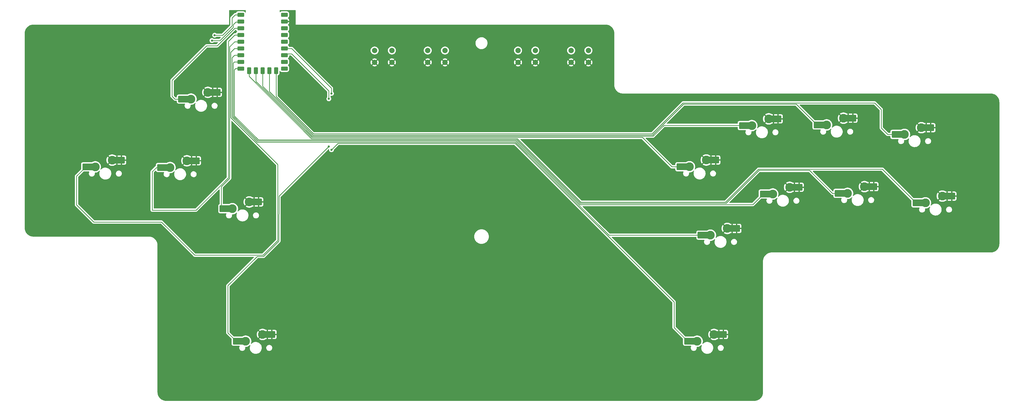
<source format=gbr>
%TF.GenerationSoftware,KiCad,Pcbnew,7.0.10*%
%TF.CreationDate,2024-02-02T19:17:30-06:00*%
%TF.ProjectId,genbox,67656e62-6f78-42e6-9b69-6361645f7063,rev?*%
%TF.SameCoordinates,Original*%
%TF.FileFunction,Copper,L2,Bot*%
%TF.FilePolarity,Positive*%
%FSLAX46Y46*%
G04 Gerber Fmt 4.6, Leading zero omitted, Abs format (unit mm)*
G04 Created by KiCad (PCBNEW 7.0.10) date 2024-02-02 19:17:30*
%MOMM*%
%LPD*%
G01*
G04 APERTURE LIST*
G04 Aperture macros list*
%AMRoundRect*
0 Rectangle with rounded corners*
0 $1 Rounding radius*
0 $2 $3 $4 $5 $6 $7 $8 $9 X,Y pos of 4 corners*
0 Add a 4 corners polygon primitive as box body*
4,1,4,$2,$3,$4,$5,$6,$7,$8,$9,$2,$3,0*
0 Add four circle primitives for the rounded corners*
1,1,$1+$1,$2,$3*
1,1,$1+$1,$4,$5*
1,1,$1+$1,$6,$7*
1,1,$1+$1,$8,$9*
0 Add four rect primitives between the rounded corners*
20,1,$1+$1,$2,$3,$4,$5,0*
20,1,$1+$1,$4,$5,$6,$7,0*
20,1,$1+$1,$6,$7,$8,$9,0*
20,1,$1+$1,$8,$9,$2,$3,0*%
G04 Aperture macros list end*
%TA.AperFunction,ComponentPad*%
%ADD10RoundRect,0.400050X0.899950X0.400050X-0.899950X0.400050X-0.899950X-0.400050X0.899950X-0.400050X0*%
%TD*%
%TA.AperFunction,ComponentPad*%
%ADD11RoundRect,0.393700X0.393700X0.906300X-0.393700X0.906300X-0.393700X-0.906300X0.393700X-0.906300X0*%
%TD*%
%TA.AperFunction,ComponentPad*%
%ADD12RoundRect,0.400000X0.400000X0.900000X-0.400000X0.900000X-0.400000X-0.900000X0.400000X-0.900000X0*%
%TD*%
%TA.AperFunction,ComponentPad*%
%ADD13RoundRect,0.400000X0.900000X0.400000X-0.900000X0.400000X-0.900000X-0.400000X0.900000X-0.400000X0*%
%TD*%
%TA.AperFunction,ComponentPad*%
%ADD14C,2.000000*%
%TD*%
%TA.AperFunction,ComponentPad*%
%ADD15C,3.300000*%
%TD*%
%TA.AperFunction,SMDPad,CuDef*%
%ADD16R,1.650000X2.500000*%
%TD*%
%TA.AperFunction,SMDPad,CuDef*%
%ADD17RoundRect,0.250000X1.025000X1.000000X-1.025000X1.000000X-1.025000X-1.000000X1.025000X-1.000000X0*%
%TD*%
%TA.AperFunction,ViaPad*%
%ADD18C,0.800000*%
%TD*%
%TA.AperFunction,Conductor*%
%ADD19C,0.250000*%
%TD*%
G04 APERTURE END LIST*
D10*
%TO.P,RZ1,23,GND*%
%TO.N,GND*%
X125275000Y-68805000D03*
%TO.P,RZ1,22,5V*%
%TO.N,unconnected-(RZ1-5V-Pad22)*%
X125275000Y-66265000D03*
%TO.P,RZ1,21,3V3*%
%TO.N,unconnected-(RZ1-3V3-Pad21)*%
X125275000Y-71345000D03*
%TO.P,RZ1,20,GP29*%
%TO.N,unconnected-(RZ1-GP29-Pad20)*%
X125275000Y-73885000D03*
%TO.P,RZ1,19,GP28*%
%TO.N,unconnected-(RZ1-GP28-Pad19)*%
X125275000Y-76425000D03*
%TO.P,RZ1,18,GP27*%
%TO.N,R3*%
X125275000Y-78965000D03*
%TO.P,RZ1,17,GP26*%
%TO.N,L3*%
X125275000Y-81505000D03*
%TO.P,RZ1,16,GP15*%
%TO.N,A2*%
X125275000Y-84045000D03*
%TO.P,RZ1,15,GP14*%
%TO.N,A1*%
X125275000Y-86585000D03*
D11*
%TO.P,RZ1,14,GP13*%
%TO.N,L1*%
X122135000Y-87395000D03*
%TO.P,RZ1,13,GP12*%
%TO.N,R1*%
X119595000Y-87395000D03*
%TO.P,RZ1,12,GP11*%
%TO.N,B4*%
X117055000Y-87395000D03*
%TO.P,RZ1,11,GP10*%
%TO.N,B3*%
X114515000Y-87395000D03*
D12*
%TO.P,RZ1,10,GP9*%
%TO.N,L2*%
X111975000Y-87395000D03*
D10*
%TO.P,RZ1,9,GP8*%
%TO.N,R2*%
X108835000Y-86585000D03*
%TO.P,RZ1,8,GP7*%
%TO.N,B2*%
X108835000Y-84045000D03*
%TO.P,RZ1,7,GP6*%
%TO.N,B1*%
X108835000Y-81505000D03*
%TO.P,RZ1,6,GP5*%
%TO.N,LEFT*%
X108835000Y-78965000D03*
D13*
%TO.P,RZ1,5,GP4*%
%TO.N,RIGHT*%
X108835000Y-76425000D03*
%TO.P,RZ1,4,GP3*%
%TO.N,DOWN*%
X108835000Y-73885000D03*
%TO.P,RZ1,3,GP2*%
%TO.N,UP*%
X108835000Y-71345000D03*
%TO.P,RZ1,2,GP1*%
%TO.N,S2*%
X108835000Y-68805000D03*
%TO.P,RZ1,1,GP0*%
%TO.N,S1*%
X108835000Y-66265000D03*
%TD*%
D14*
%TO.P,SW16,1,A*%
%TO.N,A2*%
X179250000Y-79750000D03*
X185750000Y-79750000D03*
%TO.P,SW16,2,B*%
%TO.N,GND*%
X179250000Y-84250000D03*
X185750000Y-84250000D03*
%TD*%
%TO.P,SW17,2,B*%
%TO.N,GND*%
X219750000Y-84250000D03*
X213250000Y-84250000D03*
%TO.P,SW17,1,A*%
%TO.N,S1*%
X219750000Y-79750000D03*
X213250000Y-79750000D03*
%TD*%
%TO.P,SW18,2,B*%
%TO.N,GND*%
X239750000Y-84250000D03*
X233250000Y-84250000D03*
%TO.P,SW18,1,A*%
%TO.N,S2*%
X239750000Y-79750000D03*
X233250000Y-79750000D03*
%TD*%
%TO.P,SW15,2,B*%
%TO.N,GND*%
X165750000Y-84250000D03*
X159250000Y-84250000D03*
%TO.P,SW15,1,A*%
%TO.N,A1*%
X165750000Y-79750000D03*
X159250000Y-79750000D03*
%TD*%
D15*
%TO.P,MX11,1,1*%
%TO.N,R3*%
X280690000Y-189460000D03*
D16*
X278865000Y-189460000D03*
D17*
X277140000Y-189460000D03*
%TO.P,MX11,2,2*%
%TO.N,GND*%
X290590000Y-186920000D03*
D16*
X288840000Y-186920000D03*
D15*
X287040000Y-186920000D03*
%TD*%
%TO.P,MX3,1,1*%
%TO.N,DOWN*%
X82209000Y-123915500D03*
D16*
X80384000Y-123915500D03*
D17*
X78659000Y-123915500D03*
%TO.P,MX3,2,2*%
%TO.N,GND*%
X92109000Y-121375500D03*
D16*
X90359000Y-121375500D03*
D15*
X88559000Y-121375500D03*
%TD*%
%TO.P,MX12,1,1*%
%TO.N,B2*%
X309171000Y-133915500D03*
D16*
X307346000Y-133915500D03*
D17*
X305621000Y-133915500D03*
%TO.P,MX12,2,2*%
%TO.N,GND*%
X319071000Y-131375500D03*
D16*
X317321000Y-131375500D03*
D15*
X315521000Y-131375500D03*
%TD*%
%TO.P,MX6,1,1*%
%TO.N,L3*%
X110690000Y-189460000D03*
D16*
X108865000Y-189460000D03*
D17*
X107140000Y-189460000D03*
%TO.P,MX6,2,2*%
%TO.N,GND*%
X120590000Y-186920000D03*
D16*
X118840000Y-186920000D03*
D15*
X117040000Y-186920000D03*
%TD*%
%TO.P,MX2,1,1*%
%TO.N,L2*%
X366659000Y-137253500D03*
D16*
X364834000Y-137253500D03*
D17*
X363109000Y-137253500D03*
%TO.P,MX2,2,2*%
%TO.N,GND*%
X376559000Y-134713500D03*
D16*
X374809000Y-134713500D03*
D15*
X373009000Y-134713500D03*
%TD*%
%TO.P,MX13,1,1*%
%TO.N,R2*%
X337330000Y-133671900D03*
D16*
X335505000Y-133671900D03*
D17*
X333780000Y-133671900D03*
%TO.P,MX13,2,2*%
%TO.N,GND*%
X347230000Y-131131900D03*
D16*
X345480000Y-131131900D03*
D15*
X343680000Y-131131900D03*
%TD*%
%TO.P,MX10,1,1*%
%TO.N,R1*%
X329436000Y-107851700D03*
D16*
X327611000Y-107851700D03*
D17*
X325886000Y-107851700D03*
%TO.P,MX10,2,2*%
%TO.N,GND*%
X339336000Y-105311700D03*
D16*
X337586000Y-105311700D03*
D15*
X335786000Y-105311700D03*
%TD*%
%TO.P,MX9,1,1*%
%TO.N,B4*%
X301277000Y-108095300D03*
D16*
X299452000Y-108095300D03*
D17*
X297727000Y-108095300D03*
%TO.P,MX9,2,2*%
%TO.N,GND*%
X311177000Y-105555300D03*
D16*
X309427000Y-105555300D03*
D15*
X307627000Y-105555300D03*
%TD*%
%TO.P,MX5,1,1*%
%TO.N,UP*%
X90103000Y-98095300D03*
D16*
X88278000Y-98095300D03*
D17*
X86553000Y-98095300D03*
%TO.P,MX5,2,2*%
%TO.N,GND*%
X100003000Y-95555300D03*
D16*
X98253000Y-95555300D03*
D15*
X96453000Y-95555300D03*
%TD*%
%TO.P,MX8,1,1*%
%TO.N,B1*%
X285690000Y-149460000D03*
D16*
X283865000Y-149460000D03*
D17*
X282140000Y-149460000D03*
%TO.P,MX8,2,2*%
%TO.N,GND*%
X295590000Y-146920000D03*
D16*
X293840000Y-146920000D03*
D15*
X292040000Y-146920000D03*
%TD*%
%TO.P,MX7,1,1*%
%TO.N,B3*%
X277796000Y-123639800D03*
D16*
X275971000Y-123639800D03*
D17*
X274246000Y-123639800D03*
%TO.P,MX7,2,2*%
%TO.N,GND*%
X287696000Y-121099800D03*
D16*
X285946000Y-121099800D03*
D15*
X284146000Y-121099800D03*
%TD*%
%TO.P,MX1,1,1*%
%TO.N,LEFT*%
X54050000Y-123671900D03*
D16*
X52225000Y-123671900D03*
D17*
X50500000Y-123671900D03*
%TO.P,MX1,2,2*%
%TO.N,GND*%
X63950000Y-121131900D03*
D16*
X62200000Y-121131900D03*
D15*
X60400000Y-121131900D03*
%TD*%
%TO.P,MX14,1,1*%
%TO.N,L1*%
X358765000Y-111433300D03*
D16*
X356940000Y-111433300D03*
D17*
X355215000Y-111433300D03*
%TO.P,MX14,2,2*%
%TO.N,GND*%
X368665000Y-108893300D03*
D16*
X366915000Y-108893300D03*
D15*
X365115000Y-108893300D03*
%TD*%
%TO.P,MX4,1,1*%
%TO.N,RIGHT*%
X105690000Y-139460000D03*
D16*
X103865000Y-139460000D03*
D17*
X102140000Y-139460000D03*
%TO.P,MX4,2,2*%
%TO.N,GND*%
X115590000Y-136920000D03*
D16*
X113840000Y-136920000D03*
D15*
X112040000Y-136920000D03*
%TD*%
D18*
%TO.N,GND*%
X128000000Y-68750000D03*
%TO.N,L3*%
X142000000Y-98000000D03*
X142000000Y-116000000D03*
%TO.N,R3*%
X143000000Y-117250000D03*
X143000000Y-96000000D03*
%TO.N,S2*%
X98000000Y-76000000D03*
%TO.N,S1*%
X99000000Y-74000000D03*
%TD*%
D19*
%TO.N,L3*%
X142000000Y-116000000D02*
X123250000Y-134750000D01*
X104000000Y-168500000D02*
X104000000Y-186320000D01*
X123200000Y-141550000D02*
X123200000Y-151686396D01*
X123250000Y-134750000D02*
X123250000Y-141500000D01*
X123250000Y-141500000D02*
X123200000Y-141550000D01*
X123200000Y-151686396D02*
X117436396Y-157450000D01*
X117436396Y-157450000D02*
X115050000Y-157450000D01*
X115050000Y-157450000D02*
X104000000Y-168500000D01*
X104000000Y-186320000D02*
X107140000Y-189460000D01*
%TO.N,RIGHT*%
X101500000Y-138820000D02*
X102140000Y-139460000D01*
X104650000Y-127986396D02*
X101500000Y-131136396D01*
X104650000Y-78350000D02*
X104650000Y-127986396D01*
X101500000Y-131136396D02*
X101500000Y-138820000D01*
X109435000Y-76425000D02*
X106575000Y-76425000D01*
X106575000Y-76425000D02*
X104650000Y-78350000D01*
%TO.N,DOWN*%
X75500000Y-125500000D02*
X77084500Y-123915500D01*
X75500000Y-140000000D02*
X75500000Y-125500000D01*
X92000000Y-140000000D02*
X75500000Y-140000000D01*
X104200000Y-127800000D02*
X92000000Y-140000000D01*
X104200000Y-76300000D02*
X104200000Y-127800000D01*
X77084500Y-123915500D02*
X78659000Y-123915500D01*
X106615000Y-73885000D02*
X104200000Y-76300000D01*
X109435000Y-73885000D02*
X106615000Y-73885000D01*
%TO.N,LEFT*%
X47000000Y-127171900D02*
X50500000Y-123671900D01*
X47000000Y-138000000D02*
X47000000Y-127171900D01*
X117250000Y-157000000D02*
X91500000Y-157000000D01*
X122750000Y-151500000D02*
X117250000Y-157000000D01*
X91500000Y-157000000D02*
X79000000Y-144500000D01*
X105100000Y-80400000D02*
X105100000Y-105100000D01*
X122750000Y-122750000D02*
X122750000Y-151500000D01*
X53500000Y-144500000D02*
X47000000Y-138000000D01*
X109435000Y-78965000D02*
X106535000Y-78965000D01*
X106535000Y-78965000D02*
X105100000Y-80400000D01*
X105100000Y-105100000D02*
X122750000Y-122750000D01*
X79000000Y-144500000D02*
X53500000Y-144500000D01*
%TO.N,R3*%
X272000000Y-184320000D02*
X277140000Y-189460000D01*
X212163604Y-114800000D02*
X272000000Y-174636396D01*
X145450000Y-114800000D02*
X212163604Y-114800000D01*
X143000000Y-117250000D02*
X145450000Y-114800000D01*
X272000000Y-174636396D02*
X272000000Y-184320000D01*
%TO.N,GND*%
X298000000Y-147000000D02*
X295670000Y-147000000D01*
X158750000Y-84250000D02*
X159250000Y-84250000D01*
X68000000Y-121000000D02*
X67868100Y-121131900D01*
X295670000Y-147000000D02*
X295590000Y-146920000D01*
%TO.N,L2*%
X350405500Y-124550000D02*
X363109000Y-137253500D01*
X111975000Y-86295000D02*
X111975000Y-89520584D01*
X111975000Y-89520584D02*
X135454416Y-113000000D01*
X303813604Y-124550000D02*
X350405500Y-124550000D01*
X236909188Y-137000000D02*
X291363604Y-137000000D01*
X212909188Y-113000000D02*
X236909188Y-137000000D01*
X135454416Y-113000000D02*
X212909188Y-113000000D01*
X291363604Y-137000000D02*
X303813604Y-124550000D01*
%TO.N,DOWN*%
X109435000Y-73385000D02*
X109435000Y-73885000D01*
%TO.N,RIGHT*%
X109435000Y-75925000D02*
X109435000Y-76425000D01*
%TO.N,UP*%
X83000000Y-91000000D02*
X83000000Y-97000000D01*
X109435000Y-70845000D02*
X108935000Y-71345000D01*
X99947346Y-78000000D02*
X96000000Y-78000000D01*
X106602346Y-71345000D02*
X99947346Y-78000000D01*
X84095300Y-98095300D02*
X86553000Y-98095300D01*
X108935000Y-71345000D02*
X106602346Y-71345000D01*
X83000000Y-97000000D02*
X84095300Y-98095300D01*
X96000000Y-78000000D02*
X83000000Y-91000000D01*
%TO.N,L3*%
X142000000Y-95000000D02*
X142000000Y-98000000D01*
X124675000Y-81005000D02*
X124680000Y-81000000D01*
X124680000Y-81000000D02*
X128000000Y-81000000D01*
X128000000Y-81000000D02*
X142000000Y-95000000D01*
%TO.N,B3*%
X135640812Y-112550000D02*
X260050000Y-112550000D01*
X271139800Y-123639800D02*
X274246000Y-123639800D01*
X114515000Y-86295000D02*
X114515000Y-91424188D01*
X260050000Y-112550000D02*
X271139800Y-123639800D01*
X114515000Y-91424188D02*
X135640812Y-112550000D01*
%TO.N,B1*%
X109435000Y-81005000D02*
X108935000Y-81505000D01*
X115077208Y-114350000D02*
X212350000Y-114350000D01*
X108935000Y-81505000D02*
X106495000Y-81505000D01*
X106495000Y-81505000D02*
X105550000Y-82450000D01*
X212350000Y-114350000D02*
X247460000Y-149460000D01*
X105550000Y-104822792D02*
X115077208Y-114350000D01*
X247460000Y-149460000D02*
X282140000Y-149460000D01*
X105550000Y-82450000D02*
X105550000Y-104822792D01*
%TO.N,B4*%
X264088180Y-112100000D02*
X268188180Y-108000000D01*
X135827208Y-112100000D02*
X264088180Y-112100000D01*
X297631700Y-108000000D02*
X297727000Y-108095300D01*
X117055000Y-86295000D02*
X117055000Y-93327792D01*
X268188180Y-108000000D02*
X297631700Y-108000000D01*
X117055000Y-93327792D02*
X135827208Y-112100000D01*
%TO.N,R1*%
X119595000Y-86295000D02*
X119595000Y-95231396D01*
X136013604Y-111650000D02*
X263901784Y-111650000D01*
X119595000Y-95231396D02*
X136013604Y-111650000D01*
X275551784Y-100000000D02*
X318034300Y-100000000D01*
X318034300Y-100000000D02*
X325886000Y-107851700D01*
X263901784Y-111650000D02*
X275551784Y-100000000D01*
%TO.N,R3*%
X128000000Y-79000000D02*
X143000000Y-94000000D01*
X125210000Y-79000000D02*
X128000000Y-79000000D01*
X124675000Y-78465000D02*
X125210000Y-79000000D01*
X143000000Y-94000000D02*
X143000000Y-96000000D01*
%TO.N,B2*%
X106000000Y-104636396D02*
X115263604Y-113900000D01*
X301636500Y-137900000D02*
X305621000Y-133915500D01*
X236536396Y-137900000D02*
X301636500Y-137900000D01*
X106000000Y-84500000D02*
X106000000Y-104636396D01*
X115263604Y-113900000D02*
X212536396Y-113900000D01*
X106455000Y-84045000D02*
X106000000Y-84500000D01*
X109435000Y-83545000D02*
X108935000Y-84045000D01*
X108935000Y-84045000D02*
X106455000Y-84045000D01*
X212536396Y-113900000D02*
X236536396Y-137900000D01*
%TO.N,R2*%
X106450000Y-87000000D02*
X106450000Y-104450000D01*
X331671900Y-133671900D02*
X333780000Y-133671900D01*
X236722792Y-137450000D02*
X291550000Y-137450000D01*
X291550000Y-137450000D02*
X304000000Y-125000000D01*
X109435000Y-86085000D02*
X109020000Y-86500000D01*
X106450000Y-104450000D02*
X115450000Y-113450000D01*
X212722792Y-113450000D02*
X236722792Y-137450000D01*
X109020000Y-86500000D02*
X106950000Y-86500000D01*
X323000000Y-125000000D02*
X331671900Y-133671900D01*
X106950000Y-86500000D02*
X106450000Y-87000000D01*
X304000000Y-125000000D02*
X323000000Y-125000000D01*
X115450000Y-113450000D02*
X212722792Y-113450000D01*
%TO.N,L1*%
X275365388Y-99550000D02*
X347550000Y-99550000D01*
X347550000Y-99550000D02*
X350000000Y-102000000D01*
X122135000Y-86295000D02*
X122135000Y-97135000D01*
X263715388Y-111200000D02*
X275365388Y-99550000D01*
X122135000Y-97135000D02*
X136200000Y-111200000D01*
X352433300Y-111433300D02*
X355215000Y-111433300D01*
X350000000Y-102000000D02*
X350000000Y-109000000D01*
X350000000Y-109000000D02*
X352433300Y-111433300D01*
X136200000Y-111200000D02*
X263715388Y-111200000D01*
%TO.N,S2*%
X108740000Y-69000000D02*
X107000000Y-69000000D01*
X106000000Y-71000000D02*
X101000000Y-76000000D01*
X107000000Y-69000000D02*
X106000000Y-70000000D01*
X101000000Y-76000000D02*
X98000000Y-76000000D01*
X109435000Y-68305000D02*
X108740000Y-69000000D01*
X106000000Y-70000000D02*
X106000000Y-71000000D01*
%TO.N,S1*%
X105550000Y-70450000D02*
X102000000Y-74000000D01*
X109435000Y-65765000D02*
X108935000Y-66265000D01*
X108935000Y-66265000D02*
X106735000Y-66265000D01*
X105550000Y-67450000D02*
X105550000Y-70450000D01*
X106735000Y-66265000D02*
X105550000Y-67450000D01*
X99000000Y-74000000D02*
X99500000Y-74000000D01*
X102000000Y-74000000D02*
X99000000Y-74000000D01*
%TD*%
%TA.AperFunction,Conductor*%
%TO.N,GND*%
G36*
X110692539Y-64520185D02*
G01*
X110738294Y-64572989D01*
X110749500Y-64624500D01*
X110749500Y-65356048D01*
X110729815Y-65423087D01*
X110677011Y-65468842D01*
X110607853Y-65478786D01*
X110544297Y-65449761D01*
X110515015Y-65412343D01*
X110494384Y-65371853D01*
X110494383Y-65371851D01*
X110375257Y-65224743D01*
X110288958Y-65154859D01*
X110228146Y-65105614D01*
X110102868Y-65041783D01*
X110059488Y-65019680D01*
X109992562Y-65001747D01*
X109876643Y-64970687D01*
X109804736Y-64965028D01*
X109798021Y-64964500D01*
X109798020Y-64964500D01*
X107871989Y-64964500D01*
X107871970Y-64964501D01*
X107793356Y-64970687D01*
X107610512Y-65019680D01*
X107441853Y-65105614D01*
X107294743Y-65224743D01*
X107175614Y-65371853D01*
X107089679Y-65540513D01*
X107087783Y-65547591D01*
X107051420Y-65607252D01*
X106988573Y-65637783D01*
X106968008Y-65639500D01*
X106817738Y-65639500D01*
X106802121Y-65637776D01*
X106802094Y-65638062D01*
X106794332Y-65637327D01*
X106727145Y-65639439D01*
X106723251Y-65639500D01*
X106695650Y-65639500D01*
X106691962Y-65639965D01*
X106691649Y-65640005D01*
X106680031Y-65640918D01*
X106636373Y-65642290D01*
X106636372Y-65642290D01*
X106617129Y-65647881D01*
X106598079Y-65651825D01*
X106578211Y-65654334D01*
X106578210Y-65654334D01*
X106537599Y-65670413D01*
X106526554Y-65674194D01*
X106484614Y-65686379D01*
X106484610Y-65686381D01*
X106467366Y-65696579D01*
X106449905Y-65705133D01*
X106431274Y-65712510D01*
X106431262Y-65712517D01*
X106395933Y-65738185D01*
X106386173Y-65744596D01*
X106348580Y-65766829D01*
X106334414Y-65780995D01*
X106319624Y-65793627D01*
X106303414Y-65805404D01*
X106303411Y-65805407D01*
X106275573Y-65839058D01*
X106267711Y-65847697D01*
X105166208Y-66949199D01*
X105153951Y-66959020D01*
X105154134Y-66959241D01*
X105148122Y-66964214D01*
X105102098Y-67013223D01*
X105099391Y-67016016D01*
X105079889Y-67035517D01*
X105079875Y-67035534D01*
X105077407Y-67038715D01*
X105069843Y-67047570D01*
X105039937Y-67079418D01*
X105039936Y-67079420D01*
X105030284Y-67096976D01*
X105019610Y-67113226D01*
X105007329Y-67129061D01*
X105007324Y-67129068D01*
X104989975Y-67169158D01*
X104984838Y-67179644D01*
X104963803Y-67217906D01*
X104958822Y-67237307D01*
X104952521Y-67255710D01*
X104944562Y-67274102D01*
X104944561Y-67274105D01*
X104937728Y-67317243D01*
X104935360Y-67328674D01*
X104924501Y-67370971D01*
X104924500Y-67370982D01*
X104924500Y-67391016D01*
X104922973Y-67410415D01*
X104919840Y-67430194D01*
X104919840Y-67430195D01*
X104923950Y-67473674D01*
X104924500Y-67485343D01*
X104924500Y-70139547D01*
X104904815Y-70206586D01*
X104888181Y-70227228D01*
X101777228Y-73338181D01*
X101715905Y-73371666D01*
X101689547Y-73374500D01*
X99703748Y-73374500D01*
X99636709Y-73354815D01*
X99611600Y-73333474D01*
X99605873Y-73327114D01*
X99605869Y-73327110D01*
X99452734Y-73215851D01*
X99452729Y-73215848D01*
X99279807Y-73138857D01*
X99279802Y-73138855D01*
X99134001Y-73107865D01*
X99094646Y-73099500D01*
X98905354Y-73099500D01*
X98872897Y-73106398D01*
X98720197Y-73138855D01*
X98720192Y-73138857D01*
X98547270Y-73215848D01*
X98547265Y-73215851D01*
X98394129Y-73327111D01*
X98267466Y-73467785D01*
X98172821Y-73631715D01*
X98172818Y-73631722D01*
X98114327Y-73811740D01*
X98114326Y-73811744D01*
X98094540Y-74000000D01*
X98114326Y-74188256D01*
X98114327Y-74188259D01*
X98172818Y-74368277D01*
X98172821Y-74368284D01*
X98267467Y-74532216D01*
X98369185Y-74645185D01*
X98394129Y-74672888D01*
X98547265Y-74784148D01*
X98547270Y-74784151D01*
X98720192Y-74861142D01*
X98720197Y-74861144D01*
X98905354Y-74900500D01*
X98905355Y-74900500D01*
X99094644Y-74900500D01*
X99094646Y-74900500D01*
X99279803Y-74861144D01*
X99452730Y-74784151D01*
X99605871Y-74672888D01*
X99608788Y-74669647D01*
X99611600Y-74666526D01*
X99671087Y-74629879D01*
X99703748Y-74625500D01*
X101190547Y-74625500D01*
X101257586Y-74645185D01*
X101303341Y-74697989D01*
X101313285Y-74767147D01*
X101284260Y-74830703D01*
X101278228Y-74837181D01*
X100777228Y-75338181D01*
X100715905Y-75371666D01*
X100689547Y-75374500D01*
X98703748Y-75374500D01*
X98636709Y-75354815D01*
X98611600Y-75333474D01*
X98605873Y-75327114D01*
X98605869Y-75327110D01*
X98452734Y-75215851D01*
X98452729Y-75215848D01*
X98279807Y-75138857D01*
X98279802Y-75138855D01*
X98134001Y-75107865D01*
X98094646Y-75099500D01*
X97905354Y-75099500D01*
X97872897Y-75106398D01*
X97720197Y-75138855D01*
X97720192Y-75138857D01*
X97547270Y-75215848D01*
X97547265Y-75215851D01*
X97394129Y-75327111D01*
X97267466Y-75467785D01*
X97172821Y-75631715D01*
X97172818Y-75631722D01*
X97117397Y-75802291D01*
X97114326Y-75811744D01*
X97094540Y-76000000D01*
X97114326Y-76188256D01*
X97114327Y-76188259D01*
X97172818Y-76368277D01*
X97172821Y-76368284D01*
X97267467Y-76532216D01*
X97369185Y-76645185D01*
X97394129Y-76672888D01*
X97547265Y-76784148D01*
X97547270Y-76784151D01*
X97720192Y-76861142D01*
X97720197Y-76861144D01*
X97905354Y-76900500D01*
X97905355Y-76900500D01*
X98094644Y-76900500D01*
X98094646Y-76900500D01*
X98279803Y-76861144D01*
X98452730Y-76784151D01*
X98605871Y-76672888D01*
X98608788Y-76669647D01*
X98611600Y-76666526D01*
X98671087Y-76629879D01*
X98703748Y-76625500D01*
X100137893Y-76625500D01*
X100204932Y-76645185D01*
X100250687Y-76697989D01*
X100260631Y-76767147D01*
X100231606Y-76830703D01*
X100225574Y-76837181D01*
X99724574Y-77338181D01*
X99663251Y-77371666D01*
X99636893Y-77374500D01*
X96082737Y-77374500D01*
X96067120Y-77372776D01*
X96067093Y-77373062D01*
X96059331Y-77372327D01*
X95992144Y-77374439D01*
X95988250Y-77374500D01*
X95960650Y-77374500D01*
X95956962Y-77374965D01*
X95956649Y-77375005D01*
X95945031Y-77375918D01*
X95901377Y-77377290D01*
X95901367Y-77377292D01*
X95882134Y-77382879D01*
X95863094Y-77386822D01*
X95843217Y-77389334D01*
X95843210Y-77389335D01*
X95843208Y-77389336D01*
X95843206Y-77389336D01*
X95843205Y-77389337D01*
X95802584Y-77405419D01*
X95791537Y-77409201D01*
X95749611Y-77421382D01*
X95749608Y-77421383D01*
X95732363Y-77431581D01*
X95714901Y-77440135D01*
X95696272Y-77447511D01*
X95696267Y-77447514D01*
X95660926Y-77473189D01*
X95651168Y-77479599D01*
X95613580Y-77501828D01*
X95599408Y-77516000D01*
X95584623Y-77528628D01*
X95568412Y-77540407D01*
X95540571Y-77574059D01*
X95532711Y-77582696D01*
X82616208Y-90499199D01*
X82603951Y-90509020D01*
X82604134Y-90509241D01*
X82598122Y-90514214D01*
X82552098Y-90563223D01*
X82549391Y-90566016D01*
X82529889Y-90585517D01*
X82529875Y-90585534D01*
X82527407Y-90588715D01*
X82519843Y-90597570D01*
X82489937Y-90629418D01*
X82489936Y-90629420D01*
X82480284Y-90646976D01*
X82469610Y-90663226D01*
X82457329Y-90679061D01*
X82457324Y-90679068D01*
X82439975Y-90719158D01*
X82434838Y-90729644D01*
X82413803Y-90767906D01*
X82408822Y-90787307D01*
X82402521Y-90805710D01*
X82394562Y-90824102D01*
X82394561Y-90824105D01*
X82387728Y-90867243D01*
X82385360Y-90878674D01*
X82374501Y-90920971D01*
X82374500Y-90920982D01*
X82374500Y-90941016D01*
X82372973Y-90960415D01*
X82369840Y-90980194D01*
X82369840Y-90980195D01*
X82373950Y-91023674D01*
X82374500Y-91035343D01*
X82374500Y-96917255D01*
X82372775Y-96932872D01*
X82373061Y-96932899D01*
X82372326Y-96940665D01*
X82374439Y-97007872D01*
X82374500Y-97011767D01*
X82374500Y-97039357D01*
X82375003Y-97043335D01*
X82375918Y-97054967D01*
X82377290Y-97098624D01*
X82377291Y-97098627D01*
X82382880Y-97117867D01*
X82386824Y-97136911D01*
X82388076Y-97146815D01*
X82389336Y-97156792D01*
X82405414Y-97197403D01*
X82409197Y-97208452D01*
X82421381Y-97250388D01*
X82431580Y-97267634D01*
X82440138Y-97285103D01*
X82447514Y-97303732D01*
X82473181Y-97339060D01*
X82479593Y-97348821D01*
X82501828Y-97386417D01*
X82501833Y-97386424D01*
X82515990Y-97400580D01*
X82528628Y-97415376D01*
X82540405Y-97431586D01*
X82540406Y-97431587D01*
X82574057Y-97459425D01*
X82582698Y-97467288D01*
X83594497Y-98479088D01*
X83604322Y-98491351D01*
X83604543Y-98491169D01*
X83609511Y-98497174D01*
X83658522Y-98543199D01*
X83661321Y-98545912D01*
X83680822Y-98565414D01*
X83680826Y-98565417D01*
X83680829Y-98565420D01*
X83684002Y-98567881D01*
X83692874Y-98575459D01*
X83724718Y-98605362D01*
X83742276Y-98615014D01*
X83758535Y-98625695D01*
X83774364Y-98637973D01*
X83814455Y-98655321D01*
X83824926Y-98660451D01*
X83847480Y-98672850D01*
X83863202Y-98681494D01*
X83863204Y-98681495D01*
X83863208Y-98681497D01*
X83882616Y-98686480D01*
X83901019Y-98692781D01*
X83919401Y-98700736D01*
X83919402Y-98700736D01*
X83919404Y-98700737D01*
X83962550Y-98707570D01*
X83973972Y-98709936D01*
X84016281Y-98720800D01*
X84036316Y-98720800D01*
X84055714Y-98722326D01*
X84075494Y-98725459D01*
X84075495Y-98725460D01*
X84075495Y-98725459D01*
X84075496Y-98725460D01*
X84118975Y-98721350D01*
X84130644Y-98720800D01*
X84653501Y-98720800D01*
X84720540Y-98740485D01*
X84766295Y-98793289D01*
X84777501Y-98844800D01*
X84777501Y-99145318D01*
X84788000Y-99248096D01*
X84788001Y-99248099D01*
X84843185Y-99414631D01*
X84843187Y-99414636D01*
X84868470Y-99455626D01*
X84935288Y-99563956D01*
X85059344Y-99688012D01*
X85208666Y-99780114D01*
X85375203Y-99835299D01*
X85477991Y-99845800D01*
X87405118Y-99845799D01*
X87405127Y-99845800D01*
X87774428Y-99845799D01*
X87841466Y-99865483D01*
X87887221Y-99918287D01*
X87897165Y-99987446D01*
X87881814Y-100031799D01*
X87804553Y-100165619D01*
X87734251Y-100368742D01*
X87734250Y-100368744D01*
X87703661Y-100581500D01*
X87703660Y-100581502D01*
X87713887Y-100796201D01*
X87764563Y-101005091D01*
X87764565Y-101005095D01*
X87766553Y-101009449D01*
X87853854Y-101200610D01*
X87978534Y-101375699D01*
X87978535Y-101375700D01*
X87978540Y-101375706D01*
X88134094Y-101524025D01*
X88134096Y-101524026D01*
X88134097Y-101524027D01*
X88314920Y-101640235D01*
X88514468Y-101720122D01*
X88577981Y-101732363D01*
X88725527Y-101760800D01*
X88725528Y-101760800D01*
X88886612Y-101760800D01*
X88886618Y-101760800D01*
X89046971Y-101745488D01*
X89253209Y-101684931D01*
X89444259Y-101586438D01*
X89613217Y-101453568D01*
X89753976Y-101291124D01*
X89861448Y-101104977D01*
X89931750Y-100901854D01*
X89962339Y-100689097D01*
X89952112Y-100474396D01*
X89933829Y-100399032D01*
X89937154Y-100329243D01*
X89977682Y-100272329D01*
X90042547Y-100246361D01*
X90054334Y-100245800D01*
X90250099Y-100245800D01*
X90281520Y-100241480D01*
X90541555Y-100205740D01*
X90824841Y-100126367D01*
X91094682Y-100009159D01*
X91346049Y-99856299D01*
X91574260Y-99670635D01*
X91664715Y-99573780D01*
X91724856Y-99538223D01*
X91794677Y-99540825D01*
X91852008Y-99580762D01*
X91878646Y-99645355D01*
X91867816Y-99710614D01*
X91818433Y-99817032D01*
X91813882Y-99826840D01*
X91811258Y-99835299D01*
X91724854Y-100113835D01*
X91674874Y-100410142D01*
X91664833Y-100710467D01*
X91694910Y-101009442D01*
X91694911Y-101009449D01*
X91764568Y-101301741D01*
X91764571Y-101301753D01*
X91872566Y-101582153D01*
X91872573Y-101582168D01*
X92016979Y-101845675D01*
X92016983Y-101845681D01*
X92108296Y-101969612D01*
X92195223Y-102087590D01*
X92303050Y-102199082D01*
X92404120Y-102303588D01*
X92404127Y-102303594D01*
X92494605Y-102375044D01*
X92639946Y-102489818D01*
X92898487Y-102642952D01*
X93175133Y-102760260D01*
X93175136Y-102760260D01*
X93175139Y-102760262D01*
X93320039Y-102799954D01*
X93464946Y-102839648D01*
X93762755Y-102879700D01*
X93762760Y-102879700D01*
X93988041Y-102879700D01*
X94151513Y-102868756D01*
X94212819Y-102864652D01*
X94507287Y-102804799D01*
X94791151Y-102706231D01*
X95059343Y-102570707D01*
X95307080Y-102400646D01*
X95529939Y-102199082D01*
X95723943Y-101969612D01*
X95885631Y-101716332D01*
X96012118Y-101443760D01*
X96101146Y-101156762D01*
X96151126Y-100860458D01*
X96160453Y-100581502D01*
X97863660Y-100581502D01*
X97873887Y-100796201D01*
X97924563Y-101005091D01*
X97924565Y-101005095D01*
X97926553Y-101009449D01*
X98013854Y-101200610D01*
X98138534Y-101375699D01*
X98138535Y-101375700D01*
X98138540Y-101375706D01*
X98294094Y-101524025D01*
X98294096Y-101524026D01*
X98294097Y-101524027D01*
X98474920Y-101640235D01*
X98674468Y-101720122D01*
X98737981Y-101732363D01*
X98885527Y-101760800D01*
X98885528Y-101760800D01*
X99046612Y-101760800D01*
X99046618Y-101760800D01*
X99206971Y-101745488D01*
X99413209Y-101684931D01*
X99604259Y-101586438D01*
X99773217Y-101453568D01*
X99913976Y-101291124D01*
X100021448Y-101104977D01*
X100091750Y-100901854D01*
X100122339Y-100689097D01*
X100112112Y-100474396D01*
X100061437Y-100265510D01*
X99972146Y-100069990D01*
X99847466Y-99894901D01*
X99847464Y-99894899D01*
X99847459Y-99894893D01*
X99691905Y-99746574D01*
X99511080Y-99630365D01*
X99311530Y-99550477D01*
X99100473Y-99509800D01*
X99100472Y-99509800D01*
X98939382Y-99509800D01*
X98779029Y-99525112D01*
X98779025Y-99525113D01*
X98572793Y-99585668D01*
X98381736Y-99684164D01*
X98212785Y-99817029D01*
X98212782Y-99817033D01*
X98072021Y-99979478D01*
X97964553Y-100165619D01*
X97894251Y-100368742D01*
X97894250Y-100368744D01*
X97863661Y-100581500D01*
X97863660Y-100581502D01*
X96160453Y-100581502D01*
X96161167Y-100560136D01*
X96131089Y-100261155D01*
X96127563Y-100246361D01*
X96110752Y-100175816D01*
X96061430Y-99968851D01*
X95953431Y-99688440D01*
X95809021Y-99424925D01*
X95630777Y-99183010D01*
X95421879Y-98967011D01*
X95421872Y-98967005D01*
X95186055Y-98780783D01*
X95186056Y-98780783D01*
X95186054Y-98780782D01*
X94927513Y-98627648D01*
X94650867Y-98510340D01*
X94650860Y-98510337D01*
X94361059Y-98430953D01*
X94361056Y-98430952D01*
X94361054Y-98430952D01*
X94063245Y-98390900D01*
X93837967Y-98390900D01*
X93837959Y-98390900D01*
X93613183Y-98405947D01*
X93613174Y-98405949D01*
X93318710Y-98465801D01*
X93034847Y-98564369D01*
X93034844Y-98564371D01*
X92766662Y-98699889D01*
X92518918Y-98869955D01*
X92296062Y-99071516D01*
X92296056Y-99071522D01*
X92290901Y-99077620D01*
X92232584Y-99116104D01*
X92162720Y-99116949D01*
X92103489Y-99079889D01*
X92073697Y-99016689D01*
X92079372Y-98956033D01*
X92083449Y-98944562D01*
X92178592Y-98676854D01*
X92178592Y-98676849D01*
X92178595Y-98676843D01*
X92222449Y-98465801D01*
X92238448Y-98388811D01*
X92258525Y-98095300D01*
X92238448Y-97801789D01*
X92210075Y-97665249D01*
X92178595Y-97513756D01*
X92178590Y-97513740D01*
X92133342Y-97386424D01*
X92080072Y-97236536D01*
X91944722Y-96975324D01*
X91944721Y-96975322D01*
X91944717Y-96975316D01*
X91775067Y-96734976D01*
X91707363Y-96662483D01*
X91574260Y-96519965D01*
X91574258Y-96519964D01*
X91574256Y-96519961D01*
X91346045Y-96334298D01*
X91094680Y-96181439D01*
X91094675Y-96181437D01*
X90824845Y-96064234D01*
X90541560Y-95984861D01*
X90541556Y-95984860D01*
X90541555Y-95984860D01*
X90374822Y-95961943D01*
X90250099Y-95944800D01*
X90250098Y-95944800D01*
X89955902Y-95944800D01*
X89955901Y-95944800D01*
X89664445Y-95984860D01*
X89664439Y-95984861D01*
X89381154Y-96064234D01*
X89111324Y-96181437D01*
X89111319Y-96181439D01*
X88872370Y-96326748D01*
X88807942Y-96344800D01*
X85477998Y-96344800D01*
X85477981Y-96344801D01*
X85375203Y-96355300D01*
X85375200Y-96355301D01*
X85208668Y-96410485D01*
X85208663Y-96410487D01*
X85059342Y-96502589D01*
X84935289Y-96626642D01*
X84843187Y-96775963D01*
X84843185Y-96775968D01*
X84828932Y-96818981D01*
X84788001Y-96942503D01*
X84788001Y-96942504D01*
X84788000Y-96942504D01*
X84777500Y-97045283D01*
X84777500Y-97345800D01*
X84757815Y-97412839D01*
X84705011Y-97458594D01*
X84653500Y-97469800D01*
X84405753Y-97469800D01*
X84338714Y-97450115D01*
X84318072Y-97433481D01*
X83661819Y-96777228D01*
X83628334Y-96715905D01*
X83625500Y-96689547D01*
X83625500Y-95555300D01*
X94297976Y-95555300D01*
X94318047Y-95848736D01*
X94377890Y-96136721D01*
X94377891Y-96136724D01*
X94476386Y-96413860D01*
X94476385Y-96413860D01*
X94611706Y-96675016D01*
X94763991Y-96890753D01*
X95229388Y-96425355D01*
X95345632Y-96574704D01*
X95528523Y-96743068D01*
X95583116Y-96778735D01*
X95119658Y-97242194D01*
X95210240Y-97315890D01*
X95210246Y-97315894D01*
X95461550Y-97468715D01*
X95731322Y-97585893D01*
X96014541Y-97665248D01*
X96014547Y-97665249D01*
X96305935Y-97705300D01*
X96600065Y-97705300D01*
X96891452Y-97665249D01*
X96891458Y-97665248D01*
X97174677Y-97585893D01*
X97444449Y-97468715D01*
X97683489Y-97323352D01*
X97747917Y-97305300D01*
X98003000Y-97305300D01*
X98003000Y-95805300D01*
X98503000Y-95805300D01*
X98503000Y-97305300D01*
X99177182Y-97305300D01*
X99177191Y-97305299D01*
X99753000Y-97305299D01*
X99753000Y-95805300D01*
X100253000Y-95805300D01*
X100253000Y-97305299D01*
X101077972Y-97305299D01*
X101077986Y-97305298D01*
X101180697Y-97294805D01*
X101347119Y-97239658D01*
X101347124Y-97239656D01*
X101496345Y-97147615D01*
X101620315Y-97023645D01*
X101712356Y-96874424D01*
X101712358Y-96874419D01*
X101767505Y-96707997D01*
X101767506Y-96707990D01*
X101777999Y-96605286D01*
X101778000Y-96605273D01*
X101778000Y-95805300D01*
X100253000Y-95805300D01*
X99753000Y-95805300D01*
X98503000Y-95805300D01*
X98003000Y-95805300D01*
X98003000Y-93805300D01*
X98503000Y-93805300D01*
X98503000Y-95305300D01*
X99753000Y-95305300D01*
X99753000Y-93805300D01*
X100253000Y-93805300D01*
X100253000Y-95305300D01*
X101777999Y-95305300D01*
X101777999Y-94505328D01*
X101777998Y-94505313D01*
X101767505Y-94402602D01*
X101712358Y-94236180D01*
X101712356Y-94236175D01*
X101620315Y-94086954D01*
X101496345Y-93962984D01*
X101347124Y-93870943D01*
X101347119Y-93870941D01*
X101180697Y-93815794D01*
X101180690Y-93815793D01*
X101077986Y-93805300D01*
X100253000Y-93805300D01*
X99753000Y-93805300D01*
X98503000Y-93805300D01*
X98003000Y-93805300D01*
X97747917Y-93805300D01*
X97683489Y-93787248D01*
X97444449Y-93641884D01*
X97174677Y-93524706D01*
X96891458Y-93445351D01*
X96891452Y-93445350D01*
X96600065Y-93405300D01*
X96305935Y-93405300D01*
X96014547Y-93445350D01*
X96014541Y-93445351D01*
X95731322Y-93524706D01*
X95461550Y-93641884D01*
X95210243Y-93794707D01*
X95119657Y-93868404D01*
X95583117Y-94331864D01*
X95528523Y-94367532D01*
X95345632Y-94535896D01*
X95229389Y-94685243D01*
X94763991Y-94219845D01*
X94763990Y-94219845D01*
X94611710Y-94435576D01*
X94611706Y-94435582D01*
X94476386Y-94696739D01*
X94377891Y-94973875D01*
X94377890Y-94973878D01*
X94318047Y-95261863D01*
X94297976Y-95555300D01*
X83625500Y-95555300D01*
X83625500Y-91310452D01*
X83645185Y-91243413D01*
X83661819Y-91222771D01*
X96222772Y-78661819D01*
X96284095Y-78628334D01*
X96310453Y-78625500D01*
X99864603Y-78625500D01*
X99880223Y-78627224D01*
X99880250Y-78626939D01*
X99888006Y-78627671D01*
X99888013Y-78627673D01*
X99955219Y-78625561D01*
X99959114Y-78625500D01*
X99986692Y-78625500D01*
X99986696Y-78625500D01*
X99990670Y-78624997D01*
X100002309Y-78624080D01*
X100045973Y-78622709D01*
X100065215Y-78617117D01*
X100084258Y-78613174D01*
X100104138Y-78610664D01*
X100144747Y-78594585D01*
X100155790Y-78590803D01*
X100197736Y-78578618D01*
X100214975Y-78568422D01*
X100232449Y-78559862D01*
X100251073Y-78552488D01*
X100251073Y-78552487D01*
X100251078Y-78552486D01*
X100286429Y-78526800D01*
X100296160Y-78520408D01*
X100333766Y-78498170D01*
X100347935Y-78483999D01*
X100362725Y-78471368D01*
X100378933Y-78459594D01*
X100406784Y-78425926D01*
X100414625Y-78417309D01*
X106825118Y-72006819D01*
X106886441Y-71973334D01*
X106912799Y-71970500D01*
X106968008Y-71970500D01*
X107035047Y-71990185D01*
X107080802Y-72042989D01*
X107087783Y-72062409D01*
X107089679Y-72069486D01*
X107175614Y-72238146D01*
X107175679Y-72238226D01*
X107294743Y-72385257D01*
X107441851Y-72504383D01*
X107441855Y-72504386D01*
X107442114Y-72504518D01*
X107442237Y-72504634D01*
X107447304Y-72507925D01*
X107446702Y-72508851D01*
X107492908Y-72552495D01*
X107509700Y-72620317D01*
X107487159Y-72686451D01*
X107446850Y-72721377D01*
X107447304Y-72722075D01*
X107442281Y-72725336D01*
X107442114Y-72725482D01*
X107441855Y-72725613D01*
X107294743Y-72844743D01*
X107175614Y-72991853D01*
X107089679Y-73160513D01*
X107087783Y-73167591D01*
X107051420Y-73227252D01*
X106988573Y-73257783D01*
X106968008Y-73259500D01*
X106697743Y-73259500D01*
X106682122Y-73257775D01*
X106682095Y-73258061D01*
X106674333Y-73257326D01*
X106607113Y-73259439D01*
X106603219Y-73259500D01*
X106575650Y-73259500D01*
X106571673Y-73260002D01*
X106560042Y-73260917D01*
X106516374Y-73262289D01*
X106516368Y-73262290D01*
X106497126Y-73267880D01*
X106478087Y-73271823D01*
X106458217Y-73274334D01*
X106458203Y-73274337D01*
X106417598Y-73290413D01*
X106406554Y-73294194D01*
X106364614Y-73306379D01*
X106364610Y-73306381D01*
X106347366Y-73316579D01*
X106329905Y-73325133D01*
X106311274Y-73332510D01*
X106311262Y-73332517D01*
X106275933Y-73358185D01*
X106266173Y-73364596D01*
X106228580Y-73386829D01*
X106214414Y-73400995D01*
X106199624Y-73413627D01*
X106183414Y-73425404D01*
X106183411Y-73425407D01*
X106155573Y-73459058D01*
X106147711Y-73467697D01*
X103816208Y-75799199D01*
X103803951Y-75809020D01*
X103804134Y-75809241D01*
X103798122Y-75814214D01*
X103752098Y-75863223D01*
X103749391Y-75866016D01*
X103729889Y-75885517D01*
X103729875Y-75885534D01*
X103727407Y-75888715D01*
X103719843Y-75897570D01*
X103689937Y-75929418D01*
X103689936Y-75929420D01*
X103680284Y-75946976D01*
X103669610Y-75963226D01*
X103657329Y-75979061D01*
X103657324Y-75979068D01*
X103639975Y-76019158D01*
X103634838Y-76029644D01*
X103613803Y-76067906D01*
X103608822Y-76087307D01*
X103602521Y-76105710D01*
X103594562Y-76124102D01*
X103594561Y-76124105D01*
X103587728Y-76167243D01*
X103585360Y-76178674D01*
X103574501Y-76220971D01*
X103574500Y-76220982D01*
X103574500Y-76241016D01*
X103572973Y-76260415D01*
X103569840Y-76280194D01*
X103569840Y-76280195D01*
X103573950Y-76323674D01*
X103574500Y-76335343D01*
X103574500Y-127489547D01*
X103554815Y-127556586D01*
X103538181Y-127577228D01*
X91777228Y-139338181D01*
X91715905Y-139371666D01*
X91689547Y-139374500D01*
X76249500Y-139374500D01*
X76182461Y-139354815D01*
X76136706Y-139302011D01*
X76125500Y-139250500D01*
X76125500Y-125810451D01*
X76145185Y-125743412D01*
X76161815Y-125722774D01*
X76732509Y-125152079D01*
X76793830Y-125118596D01*
X76863521Y-125123580D01*
X76919455Y-125165451D01*
X76937893Y-125200756D01*
X76949183Y-125234827D01*
X76949187Y-125234836D01*
X76967817Y-125265040D01*
X77041288Y-125384156D01*
X77165344Y-125508212D01*
X77314666Y-125600314D01*
X77481203Y-125655499D01*
X77583991Y-125666000D01*
X79511118Y-125665999D01*
X79511127Y-125666000D01*
X79880428Y-125665999D01*
X79947466Y-125685683D01*
X79993221Y-125738487D01*
X80003165Y-125807646D01*
X79987814Y-125851999D01*
X79910553Y-125985819D01*
X79840251Y-126188942D01*
X79840250Y-126188944D01*
X79809661Y-126401700D01*
X79809660Y-126401702D01*
X79819887Y-126616401D01*
X79870563Y-126825291D01*
X79870565Y-126825295D01*
X79959645Y-127020354D01*
X79959854Y-127020810D01*
X80076584Y-127184735D01*
X80084535Y-127195900D01*
X80084540Y-127195906D01*
X80240094Y-127344225D01*
X80240096Y-127344226D01*
X80240097Y-127344227D01*
X80420920Y-127460435D01*
X80620468Y-127540322D01*
X80651029Y-127546212D01*
X80831527Y-127581000D01*
X80831528Y-127581000D01*
X80992612Y-127581000D01*
X80992618Y-127581000D01*
X81152971Y-127565688D01*
X81359209Y-127505131D01*
X81550259Y-127406638D01*
X81571194Y-127390175D01*
X81629621Y-127344227D01*
X81719217Y-127273768D01*
X81859976Y-127111324D01*
X81870624Y-127092882D01*
X81925364Y-126998068D01*
X81967448Y-126925177D01*
X82037750Y-126722054D01*
X82068339Y-126509297D01*
X82058112Y-126294596D01*
X82039829Y-126219232D01*
X82043154Y-126149443D01*
X82083682Y-126092529D01*
X82148547Y-126066561D01*
X82160334Y-126066000D01*
X82356099Y-126066000D01*
X82387520Y-126061680D01*
X82647555Y-126025940D01*
X82930841Y-125946567D01*
X83200682Y-125829359D01*
X83452049Y-125676499D01*
X83680260Y-125490835D01*
X83770715Y-125393980D01*
X83830856Y-125358423D01*
X83900677Y-125361025D01*
X83958008Y-125400962D01*
X83984646Y-125465555D01*
X83973816Y-125530814D01*
X83919883Y-125647037D01*
X83919882Y-125647040D01*
X83898772Y-125715093D01*
X83830854Y-125934035D01*
X83805270Y-126085710D01*
X83780874Y-126230342D01*
X83772579Y-126478457D01*
X83770833Y-126530667D01*
X83800910Y-126829642D01*
X83800911Y-126829649D01*
X83870568Y-127121941D01*
X83870571Y-127121953D01*
X83978566Y-127402353D01*
X83978573Y-127402368D01*
X84122979Y-127665875D01*
X84122983Y-127665881D01*
X84214296Y-127789812D01*
X84301223Y-127907790D01*
X84510121Y-128123789D01*
X84745946Y-128310018D01*
X85004487Y-128463152D01*
X85281133Y-128580460D01*
X85281136Y-128580460D01*
X85281139Y-128580462D01*
X85426039Y-128620154D01*
X85570946Y-128659848D01*
X85868755Y-128699900D01*
X85868760Y-128699900D01*
X86094041Y-128699900D01*
X86257513Y-128688956D01*
X86318819Y-128684852D01*
X86613287Y-128624999D01*
X86897151Y-128526431D01*
X87165343Y-128390907D01*
X87413080Y-128220846D01*
X87635939Y-128019282D01*
X87829943Y-127789812D01*
X87991631Y-127536532D01*
X88118118Y-127263960D01*
X88207146Y-126976962D01*
X88257126Y-126680658D01*
X88266453Y-126401702D01*
X89969660Y-126401702D01*
X89979887Y-126616401D01*
X90030563Y-126825291D01*
X90030565Y-126825295D01*
X90119645Y-127020354D01*
X90119854Y-127020810D01*
X90236584Y-127184735D01*
X90244535Y-127195900D01*
X90244540Y-127195906D01*
X90400094Y-127344225D01*
X90400096Y-127344226D01*
X90400097Y-127344227D01*
X90580920Y-127460435D01*
X90780468Y-127540322D01*
X90811029Y-127546212D01*
X90991527Y-127581000D01*
X90991528Y-127581000D01*
X91152612Y-127581000D01*
X91152618Y-127581000D01*
X91312971Y-127565688D01*
X91519209Y-127505131D01*
X91710259Y-127406638D01*
X91731194Y-127390175D01*
X91789621Y-127344227D01*
X91879217Y-127273768D01*
X92019976Y-127111324D01*
X92030624Y-127092882D01*
X92085364Y-126998068D01*
X92127448Y-126925177D01*
X92197750Y-126722054D01*
X92228339Y-126509297D01*
X92218112Y-126294596D01*
X92167437Y-126085710D01*
X92078146Y-125890190D01*
X91953466Y-125715101D01*
X91953464Y-125715099D01*
X91953459Y-125715093D01*
X91797905Y-125566774D01*
X91617080Y-125450565D01*
X91417530Y-125370677D01*
X91206473Y-125330000D01*
X91206472Y-125330000D01*
X91045382Y-125330000D01*
X90885029Y-125345312D01*
X90885025Y-125345313D01*
X90678793Y-125405868D01*
X90487736Y-125504364D01*
X90318785Y-125637229D01*
X90318782Y-125637233D01*
X90178021Y-125799678D01*
X90070553Y-125985819D01*
X90000251Y-126188942D01*
X90000250Y-126188944D01*
X89969661Y-126401700D01*
X89969660Y-126401702D01*
X88266453Y-126401702D01*
X88267167Y-126380336D01*
X88237089Y-126081355D01*
X88233563Y-126066561D01*
X88214322Y-125985819D01*
X88167430Y-125789051D01*
X88059431Y-125508640D01*
X87915021Y-125245125D01*
X87907433Y-125234827D01*
X87829769Y-125129420D01*
X87736777Y-125003210D01*
X87527879Y-124787211D01*
X87527872Y-124787205D01*
X87292055Y-124600983D01*
X87292056Y-124600983D01*
X87292054Y-124600982D01*
X87033513Y-124447848D01*
X86756867Y-124330540D01*
X86756860Y-124330537D01*
X86467059Y-124251153D01*
X86467056Y-124251152D01*
X86467054Y-124251152D01*
X86169245Y-124211100D01*
X85943967Y-124211100D01*
X85943959Y-124211100D01*
X85719183Y-124226147D01*
X85719174Y-124226149D01*
X85424710Y-124286001D01*
X85140847Y-124384569D01*
X85140844Y-124384571D01*
X84872662Y-124520089D01*
X84624918Y-124690155D01*
X84402062Y-124891716D01*
X84402056Y-124891722D01*
X84396901Y-124897820D01*
X84338584Y-124936304D01*
X84268720Y-124937149D01*
X84209489Y-124900089D01*
X84179697Y-124836889D01*
X84185372Y-124776233D01*
X84191280Y-124759610D01*
X84284592Y-124497054D01*
X84284592Y-124497049D01*
X84284595Y-124497043D01*
X84330426Y-124276489D01*
X84344448Y-124209011D01*
X84364525Y-123915500D01*
X84344448Y-123621989D01*
X84318724Y-123498196D01*
X84284595Y-123333956D01*
X84284590Y-123333940D01*
X84251861Y-123241849D01*
X84186072Y-123056736D01*
X84050722Y-122795524D01*
X84050721Y-122795522D01*
X84050717Y-122795516D01*
X83881067Y-122555176D01*
X83783791Y-122451019D01*
X83680260Y-122340165D01*
X83680258Y-122340164D01*
X83680256Y-122340161D01*
X83506418Y-122198734D01*
X83452049Y-122154501D01*
X83452047Y-122154500D01*
X83452045Y-122154498D01*
X83200680Y-122001639D01*
X83200675Y-122001637D01*
X82930845Y-121884434D01*
X82647560Y-121805061D01*
X82647556Y-121805060D01*
X82647555Y-121805060D01*
X82501826Y-121785030D01*
X82356099Y-121765000D01*
X82356098Y-121765000D01*
X82061902Y-121765000D01*
X82061901Y-121765000D01*
X81770445Y-121805060D01*
X81770439Y-121805061D01*
X81487154Y-121884434D01*
X81217324Y-122001637D01*
X81217319Y-122001639D01*
X80978370Y-122146948D01*
X80913942Y-122165000D01*
X77583998Y-122165000D01*
X77583981Y-122165001D01*
X77481203Y-122175500D01*
X77481200Y-122175501D01*
X77314668Y-122230685D01*
X77314663Y-122230687D01*
X77165342Y-122322789D01*
X77041289Y-122446842D01*
X76949187Y-122596163D01*
X76949185Y-122596168D01*
X76930892Y-122651374D01*
X76894001Y-122762703D01*
X76894001Y-122762704D01*
X76894000Y-122762704D01*
X76883500Y-122865483D01*
X76883500Y-123236944D01*
X76863815Y-123303983D01*
X76822625Y-123343674D01*
X76816873Y-123347076D01*
X76799398Y-123355637D01*
X76780769Y-123363012D01*
X76780767Y-123363014D01*
X76745426Y-123388689D01*
X76735668Y-123395099D01*
X76698080Y-123417328D01*
X76683908Y-123431500D01*
X76669123Y-123444128D01*
X76652912Y-123455907D01*
X76625071Y-123489559D01*
X76617211Y-123498196D01*
X75116208Y-124999199D01*
X75103951Y-125009020D01*
X75104134Y-125009241D01*
X75098122Y-125014214D01*
X75052098Y-125063223D01*
X75049391Y-125066016D01*
X75029889Y-125085517D01*
X75029875Y-125085534D01*
X75027407Y-125088715D01*
X75019843Y-125097570D01*
X74989937Y-125129418D01*
X74989936Y-125129420D01*
X74980284Y-125146976D01*
X74969610Y-125163226D01*
X74957329Y-125179061D01*
X74957324Y-125179068D01*
X74939975Y-125219158D01*
X74934838Y-125229644D01*
X74913803Y-125267906D01*
X74908822Y-125287307D01*
X74902521Y-125305710D01*
X74894562Y-125324102D01*
X74894561Y-125324105D01*
X74887728Y-125367243D01*
X74885360Y-125378674D01*
X74874501Y-125420971D01*
X74874500Y-125420982D01*
X74874500Y-125441016D01*
X74872973Y-125460415D01*
X74869840Y-125480194D01*
X74869840Y-125480195D01*
X74873950Y-125523674D01*
X74874500Y-125535343D01*
X74874500Y-139929152D01*
X74872305Y-139952382D01*
X74870773Y-139960414D01*
X74874255Y-140015757D01*
X74874500Y-140023543D01*
X74874500Y-140039356D01*
X74876481Y-140055037D01*
X74877213Y-140062785D01*
X74880696Y-140118138D01*
X74883222Y-140125914D01*
X74888309Y-140148672D01*
X74889334Y-140156784D01*
X74889335Y-140156790D01*
X74889336Y-140156792D01*
X74891911Y-140163295D01*
X74909753Y-140208359D01*
X74912390Y-140215685D01*
X74929532Y-140268440D01*
X74933907Y-140275333D01*
X74944503Y-140296129D01*
X74947511Y-140303726D01*
X74947513Y-140303730D01*
X74947514Y-140303732D01*
X74967842Y-140331711D01*
X74980121Y-140348612D01*
X74984498Y-140355053D01*
X75014213Y-140401875D01*
X75014213Y-140401876D01*
X75020164Y-140407464D01*
X75035604Y-140424978D01*
X75040403Y-140431585D01*
X75083146Y-140466945D01*
X75088978Y-140472087D01*
X75129418Y-140510062D01*
X75136578Y-140513998D01*
X75155879Y-140527114D01*
X75162177Y-140532324D01*
X75162178Y-140532324D01*
X75162179Y-140532325D01*
X75212362Y-140555939D01*
X75219305Y-140559477D01*
X75267903Y-140586195D01*
X75267905Y-140586195D01*
X75267908Y-140586197D01*
X75273205Y-140587556D01*
X75275814Y-140588227D01*
X75297776Y-140596132D01*
X75305174Y-140599614D01*
X75359666Y-140610008D01*
X75367263Y-140611707D01*
X75420981Y-140625500D01*
X75429153Y-140625500D01*
X75452385Y-140627696D01*
X75453989Y-140628001D01*
X75460412Y-140629227D01*
X75460413Y-140629226D01*
X75460414Y-140629227D01*
X75515759Y-140625745D01*
X75523545Y-140625500D01*
X91917257Y-140625500D01*
X91932877Y-140627224D01*
X91932904Y-140626939D01*
X91940660Y-140627671D01*
X91940667Y-140627673D01*
X92007873Y-140625561D01*
X92011768Y-140625500D01*
X92039346Y-140625500D01*
X92039350Y-140625500D01*
X92043324Y-140624997D01*
X92054963Y-140624080D01*
X92098627Y-140622709D01*
X92117869Y-140617117D01*
X92136912Y-140613174D01*
X92156792Y-140610664D01*
X92197401Y-140594585D01*
X92208444Y-140590803D01*
X92250390Y-140578618D01*
X92267629Y-140568422D01*
X92285103Y-140559862D01*
X92303727Y-140552488D01*
X92303727Y-140552487D01*
X92303732Y-140552486D01*
X92339083Y-140526800D01*
X92348814Y-140520408D01*
X92386420Y-140498170D01*
X92400589Y-140483999D01*
X92415379Y-140471368D01*
X92431587Y-140459594D01*
X92459438Y-140425926D01*
X92467279Y-140417309D01*
X100662821Y-132221768D01*
X100724142Y-132188285D01*
X100793834Y-132193269D01*
X100849767Y-132235141D01*
X100874184Y-132300605D01*
X100874500Y-132309451D01*
X100874500Y-137659522D01*
X100854815Y-137726561D01*
X100802011Y-137772316D01*
X100800804Y-137772789D01*
X100795669Y-137775184D01*
X100646342Y-137867289D01*
X100522289Y-137991342D01*
X100430187Y-138140663D01*
X100430185Y-138140668D01*
X100407724Y-138208452D01*
X100375001Y-138307203D01*
X100375001Y-138307204D01*
X100375000Y-138307204D01*
X100364500Y-138409983D01*
X100364500Y-140510001D01*
X100364501Y-140510018D01*
X100375000Y-140612796D01*
X100375001Y-140612799D01*
X100430185Y-140779331D01*
X100430187Y-140779336D01*
X100455470Y-140820326D01*
X100522288Y-140928656D01*
X100646344Y-141052712D01*
X100795666Y-141144814D01*
X100962203Y-141199999D01*
X101064991Y-141210500D01*
X102992118Y-141210499D01*
X102992127Y-141210500D01*
X103361428Y-141210499D01*
X103428466Y-141230183D01*
X103474221Y-141282987D01*
X103484165Y-141352146D01*
X103468814Y-141396499D01*
X103391553Y-141530319D01*
X103321251Y-141733442D01*
X103321250Y-141733444D01*
X103290661Y-141946200D01*
X103290660Y-141946202D01*
X103300887Y-142160901D01*
X103351563Y-142369791D01*
X103351565Y-142369795D01*
X103353553Y-142374149D01*
X103440854Y-142565310D01*
X103565534Y-142740399D01*
X103565535Y-142740400D01*
X103565540Y-142740406D01*
X103721094Y-142888725D01*
X103721096Y-142888726D01*
X103721097Y-142888727D01*
X103901920Y-143004935D01*
X104101468Y-143084822D01*
X104206998Y-143105161D01*
X104312527Y-143125500D01*
X104312528Y-143125500D01*
X104473612Y-143125500D01*
X104473618Y-143125500D01*
X104633971Y-143110188D01*
X104840209Y-143049631D01*
X105031259Y-142951138D01*
X105200217Y-142818268D01*
X105340976Y-142655824D01*
X105448448Y-142469677D01*
X105518750Y-142266554D01*
X105549339Y-142053797D01*
X105539112Y-141839096D01*
X105520829Y-141763732D01*
X105524154Y-141693943D01*
X105564682Y-141637029D01*
X105629547Y-141611061D01*
X105641334Y-141610500D01*
X105837099Y-141610500D01*
X105868520Y-141606180D01*
X106128555Y-141570440D01*
X106411841Y-141491067D01*
X106681682Y-141373859D01*
X106933049Y-141220999D01*
X107161260Y-141035335D01*
X107251715Y-140938480D01*
X107311856Y-140902923D01*
X107381677Y-140905525D01*
X107439008Y-140945462D01*
X107465646Y-141010055D01*
X107454816Y-141075314D01*
X107405433Y-141181732D01*
X107400882Y-141191540D01*
X107379772Y-141259593D01*
X107311854Y-141478535D01*
X107261874Y-141774842D01*
X107251833Y-142075167D01*
X107281910Y-142374142D01*
X107281911Y-142374149D01*
X107351568Y-142666441D01*
X107351571Y-142666453D01*
X107459566Y-142946853D01*
X107459573Y-142946868D01*
X107603979Y-143210375D01*
X107603983Y-143210381D01*
X107695296Y-143334312D01*
X107782223Y-143452290D01*
X107991121Y-143668289D01*
X108226946Y-143854518D01*
X108485487Y-144007652D01*
X108762133Y-144124960D01*
X108762136Y-144124960D01*
X108762139Y-144124962D01*
X108907039Y-144164654D01*
X109051946Y-144204348D01*
X109349755Y-144244400D01*
X109349760Y-144244400D01*
X109575041Y-144244400D01*
X109738513Y-144233456D01*
X109799819Y-144229352D01*
X110094287Y-144169499D01*
X110378151Y-144070931D01*
X110646343Y-143935407D01*
X110894080Y-143765346D01*
X111116939Y-143563782D01*
X111310943Y-143334312D01*
X111472631Y-143081032D01*
X111599118Y-142808460D01*
X111688146Y-142521462D01*
X111738126Y-142225158D01*
X111747453Y-141946202D01*
X113450660Y-141946202D01*
X113460887Y-142160901D01*
X113511563Y-142369791D01*
X113511565Y-142369795D01*
X113513553Y-142374149D01*
X113600854Y-142565310D01*
X113725534Y-142740399D01*
X113725535Y-142740400D01*
X113725540Y-142740406D01*
X113881094Y-142888725D01*
X113881096Y-142888726D01*
X113881097Y-142888727D01*
X114061920Y-143004935D01*
X114261468Y-143084822D01*
X114366998Y-143105161D01*
X114472527Y-143125500D01*
X114472528Y-143125500D01*
X114633612Y-143125500D01*
X114633618Y-143125500D01*
X114793971Y-143110188D01*
X115000209Y-143049631D01*
X115191259Y-142951138D01*
X115360217Y-142818268D01*
X115500976Y-142655824D01*
X115608448Y-142469677D01*
X115678750Y-142266554D01*
X115709339Y-142053797D01*
X115699112Y-141839096D01*
X115648437Y-141630210D01*
X115559146Y-141434690D01*
X115434466Y-141259601D01*
X115434464Y-141259599D01*
X115434459Y-141259593D01*
X115278905Y-141111274D01*
X115098080Y-140995065D01*
X114898530Y-140915177D01*
X114687473Y-140874500D01*
X114687472Y-140874500D01*
X114526382Y-140874500D01*
X114366029Y-140889812D01*
X114366025Y-140889813D01*
X114159793Y-140950368D01*
X113968736Y-141048864D01*
X113799785Y-141181729D01*
X113799782Y-141181733D01*
X113659021Y-141344178D01*
X113551553Y-141530319D01*
X113481251Y-141733442D01*
X113481250Y-141733444D01*
X113450661Y-141946200D01*
X113450660Y-141946202D01*
X111747453Y-141946202D01*
X111748167Y-141924836D01*
X111718089Y-141625855D01*
X111714563Y-141611061D01*
X111692816Y-141519804D01*
X111648430Y-141333551D01*
X111540431Y-141053140D01*
X111396021Y-140789625D01*
X111217777Y-140547710D01*
X111008879Y-140331711D01*
X111008872Y-140331705D01*
X110801119Y-140167645D01*
X110773054Y-140145482D01*
X110514513Y-139992348D01*
X110237867Y-139875040D01*
X110237860Y-139875037D01*
X109948059Y-139795653D01*
X109948056Y-139795652D01*
X109948054Y-139795652D01*
X109650245Y-139755600D01*
X109424967Y-139755600D01*
X109424959Y-139755600D01*
X109200183Y-139770647D01*
X109200174Y-139770649D01*
X108905710Y-139830501D01*
X108621847Y-139929069D01*
X108621844Y-139929071D01*
X108353662Y-140064589D01*
X108105918Y-140234655D01*
X107883062Y-140436216D01*
X107883056Y-140436222D01*
X107877901Y-140442320D01*
X107819584Y-140480804D01*
X107749720Y-140481649D01*
X107690489Y-140444589D01*
X107660697Y-140381389D01*
X107666372Y-140320733D01*
X107667072Y-140318764D01*
X107765592Y-140041554D01*
X107765592Y-140041549D01*
X107765595Y-140041543D01*
X107809449Y-139830501D01*
X107825448Y-139753511D01*
X107845525Y-139460000D01*
X107825448Y-139166489D01*
X107797075Y-139029949D01*
X107765595Y-138878456D01*
X107765590Y-138878440D01*
X107733648Y-138788565D01*
X107667072Y-138601236D01*
X107531722Y-138340024D01*
X107531721Y-138340022D01*
X107531717Y-138340016D01*
X107362067Y-138099676D01*
X107276328Y-138007872D01*
X107161260Y-137884665D01*
X107161258Y-137884664D01*
X107161256Y-137884661D01*
X106933045Y-137698998D01*
X106681680Y-137546139D01*
X106681675Y-137546137D01*
X106411845Y-137428934D01*
X106128560Y-137349561D01*
X106128556Y-137349560D01*
X106128555Y-137349560D01*
X105982826Y-137329530D01*
X105837099Y-137309500D01*
X105837098Y-137309500D01*
X105542902Y-137309500D01*
X105542901Y-137309500D01*
X105251445Y-137349560D01*
X105251439Y-137349561D01*
X104968154Y-137428934D01*
X104698324Y-137546137D01*
X104698319Y-137546139D01*
X104459370Y-137691448D01*
X104394942Y-137709500D01*
X102249500Y-137709500D01*
X102182461Y-137689815D01*
X102136706Y-137637011D01*
X102125500Y-137585500D01*
X102125500Y-136920000D01*
X109884976Y-136920000D01*
X109905047Y-137213436D01*
X109964890Y-137501421D01*
X109964891Y-137501424D01*
X110063386Y-137778560D01*
X110063385Y-137778560D01*
X110198706Y-138039716D01*
X110350991Y-138255453D01*
X110816388Y-137790055D01*
X110932632Y-137939404D01*
X111115523Y-138107768D01*
X111170116Y-138143435D01*
X110706658Y-138606894D01*
X110797240Y-138680590D01*
X110797246Y-138680594D01*
X111048550Y-138833415D01*
X111318322Y-138950593D01*
X111601541Y-139029948D01*
X111601547Y-139029949D01*
X111892935Y-139070000D01*
X112187065Y-139070000D01*
X112478452Y-139029949D01*
X112478458Y-139029948D01*
X112761677Y-138950593D01*
X113031449Y-138833415D01*
X113270489Y-138688052D01*
X113334917Y-138670000D01*
X113590000Y-138670000D01*
X113590000Y-137170000D01*
X114090000Y-137170000D01*
X114090000Y-138670000D01*
X114764182Y-138670000D01*
X114764191Y-138669999D01*
X115340000Y-138669999D01*
X115340000Y-137170000D01*
X115840000Y-137170000D01*
X115840000Y-138669999D01*
X116664972Y-138669999D01*
X116664986Y-138669998D01*
X116767697Y-138659505D01*
X116934119Y-138604358D01*
X116934124Y-138604356D01*
X117083345Y-138512315D01*
X117207315Y-138388345D01*
X117299356Y-138239124D01*
X117299358Y-138239119D01*
X117354505Y-138072697D01*
X117354506Y-138072690D01*
X117364999Y-137969986D01*
X117365000Y-137969973D01*
X117365000Y-137170000D01*
X115840000Y-137170000D01*
X115340000Y-137170000D01*
X114090000Y-137170000D01*
X113590000Y-137170000D01*
X113590000Y-135170000D01*
X114090000Y-135170000D01*
X114090000Y-136670000D01*
X115340000Y-136670000D01*
X115340000Y-135170000D01*
X115840000Y-135170000D01*
X115840000Y-136670000D01*
X117364999Y-136670000D01*
X117364999Y-135870028D01*
X117364998Y-135870013D01*
X117354505Y-135767302D01*
X117299358Y-135600880D01*
X117299356Y-135600875D01*
X117207315Y-135451654D01*
X117083345Y-135327684D01*
X116934124Y-135235643D01*
X116934119Y-135235641D01*
X116767697Y-135180494D01*
X116767690Y-135180493D01*
X116664986Y-135170000D01*
X115840000Y-135170000D01*
X115340000Y-135170000D01*
X114090000Y-135170000D01*
X113590000Y-135170000D01*
X113334917Y-135170000D01*
X113270489Y-135151948D01*
X113031449Y-135006584D01*
X112761677Y-134889406D01*
X112478458Y-134810051D01*
X112478452Y-134810050D01*
X112187065Y-134770000D01*
X111892935Y-134770000D01*
X111601547Y-134810050D01*
X111601541Y-134810051D01*
X111318322Y-134889406D01*
X111048550Y-135006584D01*
X110797243Y-135159407D01*
X110706657Y-135233104D01*
X111170117Y-135696564D01*
X111115523Y-135732232D01*
X110932632Y-135900596D01*
X110816389Y-136049943D01*
X110350991Y-135584545D01*
X110350990Y-135584545D01*
X110198710Y-135800276D01*
X110198706Y-135800282D01*
X110063386Y-136061439D01*
X109964891Y-136338575D01*
X109964890Y-136338578D01*
X109905047Y-136626563D01*
X109884976Y-136920000D01*
X102125500Y-136920000D01*
X102125500Y-131446847D01*
X102145185Y-131379808D01*
X102161814Y-131359171D01*
X105033786Y-128487198D01*
X105046048Y-128477376D01*
X105045865Y-128477155D01*
X105051868Y-128472187D01*
X105051877Y-128472182D01*
X105097934Y-128423135D01*
X105100582Y-128420402D01*
X105120120Y-128400866D01*
X105122570Y-128397706D01*
X105130154Y-128388825D01*
X105160062Y-128356978D01*
X105169714Y-128339419D01*
X105180389Y-128323168D01*
X105192674Y-128307332D01*
X105210030Y-128267221D01*
X105215161Y-128256750D01*
X105236194Y-128218494D01*
X105236194Y-128218493D01*
X105236197Y-128218488D01*
X105241180Y-128199076D01*
X105247477Y-128180687D01*
X105255438Y-128162291D01*
X105262270Y-128119144D01*
X105264639Y-128107712D01*
X105275499Y-128065418D01*
X105275500Y-128065413D01*
X105275500Y-128045379D01*
X105277027Y-128025978D01*
X105280160Y-128006200D01*
X105276050Y-127962720D01*
X105275500Y-127951051D01*
X105275500Y-106459452D01*
X105295185Y-106392413D01*
X105347989Y-106346658D01*
X105417147Y-106336714D01*
X105480703Y-106365739D01*
X105487181Y-106371771D01*
X122088181Y-122972771D01*
X122121666Y-123034094D01*
X122124500Y-123060452D01*
X122124500Y-151189547D01*
X122104815Y-151256586D01*
X122088181Y-151277228D01*
X117027228Y-156338181D01*
X116965905Y-156371666D01*
X116939547Y-156374500D01*
X91810452Y-156374500D01*
X91743413Y-156354815D01*
X91722771Y-156338181D01*
X85620448Y-150235858D01*
X79500803Y-144116212D01*
X79490980Y-144103950D01*
X79490759Y-144104134D01*
X79485786Y-144098122D01*
X79436776Y-144052099D01*
X79433977Y-144049386D01*
X79414477Y-144029885D01*
X79414471Y-144029880D01*
X79411286Y-144027409D01*
X79402434Y-144019848D01*
X79370582Y-143989938D01*
X79370580Y-143989936D01*
X79370577Y-143989935D01*
X79353029Y-143980288D01*
X79336763Y-143969604D01*
X79320932Y-143957324D01*
X79280849Y-143939978D01*
X79270363Y-143934841D01*
X79232094Y-143913803D01*
X79232092Y-143913802D01*
X79212693Y-143908822D01*
X79194281Y-143902518D01*
X79175898Y-143894562D01*
X79175892Y-143894560D01*
X79132760Y-143887729D01*
X79121322Y-143885361D01*
X79079020Y-143874500D01*
X79079019Y-143874500D01*
X79058984Y-143874500D01*
X79039586Y-143872973D01*
X79032162Y-143871797D01*
X79019805Y-143869840D01*
X79019804Y-143869840D01*
X78976325Y-143873950D01*
X78964656Y-143874500D01*
X53810453Y-143874500D01*
X53743414Y-143854815D01*
X53722772Y-143838181D01*
X47661819Y-137777228D01*
X47628334Y-137715905D01*
X47625500Y-137689547D01*
X47625500Y-127482351D01*
X47645185Y-127415312D01*
X47661814Y-127394675D01*
X49597771Y-125458717D01*
X49659094Y-125425233D01*
X49685452Y-125422399D01*
X51352118Y-125422399D01*
X51352127Y-125422400D01*
X51721428Y-125422399D01*
X51788466Y-125442083D01*
X51834221Y-125494887D01*
X51844165Y-125564046D01*
X51828814Y-125608399D01*
X51751553Y-125742219D01*
X51681251Y-125945342D01*
X51681250Y-125945344D01*
X51650661Y-126158100D01*
X51650660Y-126158102D01*
X51660887Y-126372801D01*
X51711563Y-126581691D01*
X51711565Y-126581695D01*
X51795377Y-126765219D01*
X51800854Y-126777210D01*
X51925534Y-126952299D01*
X51925535Y-126952300D01*
X51925540Y-126952306D01*
X52081094Y-127100625D01*
X52081096Y-127100626D01*
X52081097Y-127100627D01*
X52261920Y-127216835D01*
X52461468Y-127296722D01*
X52566998Y-127317061D01*
X52672527Y-127337400D01*
X52672528Y-127337400D01*
X52833612Y-127337400D01*
X52833618Y-127337400D01*
X52993971Y-127322088D01*
X53200209Y-127261531D01*
X53391259Y-127163038D01*
X53405176Y-127152094D01*
X53457019Y-127111324D01*
X53560217Y-127030168D01*
X53700976Y-126867724D01*
X53710653Y-126850964D01*
X53785078Y-126722055D01*
X53808448Y-126681577D01*
X53878750Y-126478454D01*
X53909339Y-126265697D01*
X53899112Y-126050996D01*
X53880829Y-125975632D01*
X53884154Y-125905843D01*
X53924682Y-125848929D01*
X53989547Y-125822961D01*
X54001334Y-125822400D01*
X54197099Y-125822400D01*
X54237630Y-125816829D01*
X54488555Y-125782340D01*
X54771841Y-125702967D01*
X55041682Y-125585759D01*
X55293049Y-125432899D01*
X55521260Y-125247235D01*
X55611715Y-125150380D01*
X55671856Y-125114823D01*
X55741677Y-125117425D01*
X55799008Y-125157362D01*
X55825646Y-125221955D01*
X55814816Y-125287214D01*
X55762032Y-125400962D01*
X55760882Y-125403440D01*
X55741614Y-125465555D01*
X55671854Y-125690435D01*
X55630764Y-125934038D01*
X55621874Y-125986742D01*
X55613730Y-126230342D01*
X55611833Y-126287067D01*
X55641910Y-126586042D01*
X55641911Y-126586049D01*
X55711568Y-126878341D01*
X55711571Y-126878353D01*
X55819566Y-127158753D01*
X55819573Y-127158768D01*
X55963979Y-127422275D01*
X55963983Y-127422281D01*
X56055296Y-127546212D01*
X56142223Y-127664190D01*
X56263716Y-127789813D01*
X56351120Y-127880188D01*
X56351127Y-127880194D01*
X56433375Y-127945144D01*
X56586946Y-128066418D01*
X56845487Y-128219552D01*
X57122133Y-128336860D01*
X57122136Y-128336860D01*
X57122139Y-128336862D01*
X57195579Y-128356979D01*
X57411946Y-128416248D01*
X57709755Y-128456300D01*
X57709760Y-128456300D01*
X57935041Y-128456300D01*
X58098513Y-128445356D01*
X58159819Y-128441252D01*
X58454287Y-128381399D01*
X58738151Y-128282831D01*
X59006343Y-128147307D01*
X59254080Y-127977246D01*
X59476939Y-127775682D01*
X59670943Y-127546212D01*
X59832631Y-127292932D01*
X59959118Y-127020360D01*
X60048146Y-126733362D01*
X60098126Y-126437058D01*
X60107453Y-126158102D01*
X61810660Y-126158102D01*
X61820887Y-126372801D01*
X61871563Y-126581691D01*
X61871565Y-126581695D01*
X61955377Y-126765219D01*
X61960854Y-126777210D01*
X62085534Y-126952299D01*
X62085535Y-126952300D01*
X62085540Y-126952306D01*
X62241094Y-127100625D01*
X62241096Y-127100626D01*
X62241097Y-127100627D01*
X62421920Y-127216835D01*
X62621468Y-127296722D01*
X62726998Y-127317061D01*
X62832527Y-127337400D01*
X62832528Y-127337400D01*
X62993612Y-127337400D01*
X62993618Y-127337400D01*
X63153971Y-127322088D01*
X63360209Y-127261531D01*
X63551259Y-127163038D01*
X63565176Y-127152094D01*
X63617019Y-127111324D01*
X63720217Y-127030168D01*
X63860976Y-126867724D01*
X63870653Y-126850964D01*
X63945078Y-126722055D01*
X63968448Y-126681577D01*
X64038750Y-126478454D01*
X64069339Y-126265697D01*
X64059112Y-126050996D01*
X64008437Y-125842110D01*
X63919146Y-125646590D01*
X63794466Y-125471501D01*
X63794464Y-125471499D01*
X63794459Y-125471493D01*
X63638905Y-125323174D01*
X63458080Y-125206965D01*
X63258530Y-125127077D01*
X63047473Y-125086400D01*
X63047472Y-125086400D01*
X62886382Y-125086400D01*
X62726029Y-125101712D01*
X62726025Y-125101713D01*
X62519793Y-125162268D01*
X62328736Y-125260764D01*
X62159785Y-125393629D01*
X62159782Y-125393633D01*
X62019021Y-125556078D01*
X61911553Y-125742219D01*
X61841251Y-125945342D01*
X61841250Y-125945344D01*
X61810661Y-126158100D01*
X61810660Y-126158102D01*
X60107453Y-126158102D01*
X60108167Y-126136736D01*
X60078089Y-125837755D01*
X60076088Y-125829360D01*
X60047672Y-125710119D01*
X60008430Y-125545451D01*
X59900431Y-125265040D01*
X59756021Y-125001525D01*
X59577777Y-124759610D01*
X59368879Y-124543611D01*
X59368872Y-124543605D01*
X59133055Y-124357383D01*
X59133056Y-124357383D01*
X59133054Y-124357382D01*
X58874513Y-124204248D01*
X58597867Y-124086940D01*
X58597860Y-124086937D01*
X58308059Y-124007553D01*
X58308056Y-124007552D01*
X58308054Y-124007552D01*
X58010245Y-123967500D01*
X57784967Y-123967500D01*
X57784959Y-123967500D01*
X57560183Y-123982547D01*
X57560174Y-123982549D01*
X57265710Y-124042401D01*
X56981847Y-124140969D01*
X56981844Y-124140971D01*
X56713662Y-124276489D01*
X56465918Y-124446555D01*
X56243062Y-124648116D01*
X56243056Y-124648122D01*
X56237901Y-124654220D01*
X56179584Y-124692704D01*
X56109720Y-124693549D01*
X56050489Y-124656489D01*
X56020697Y-124593289D01*
X56026372Y-124532633D01*
X56033902Y-124511446D01*
X56125592Y-124253454D01*
X56125592Y-124253449D01*
X56125595Y-124253443D01*
X56169961Y-124039938D01*
X56185448Y-123965411D01*
X56205525Y-123671900D01*
X56185448Y-123378389D01*
X56157075Y-123241849D01*
X56125595Y-123090356D01*
X56125590Y-123090340D01*
X56082045Y-122967815D01*
X56027072Y-122813136D01*
X55891722Y-122551924D01*
X55891721Y-122551922D01*
X55891717Y-122551916D01*
X55722067Y-122311576D01*
X55636089Y-122219516D01*
X55521260Y-122096565D01*
X55521258Y-122096564D01*
X55521256Y-122096561D01*
X55293045Y-121910898D01*
X55041680Y-121758039D01*
X55041675Y-121758037D01*
X54771845Y-121640834D01*
X54488560Y-121561461D01*
X54488556Y-121561460D01*
X54488555Y-121561460D01*
X54342826Y-121541430D01*
X54197099Y-121521400D01*
X54197098Y-121521400D01*
X53902902Y-121521400D01*
X53902901Y-121521400D01*
X53611445Y-121561460D01*
X53611439Y-121561461D01*
X53328154Y-121640834D01*
X53058324Y-121758037D01*
X53058319Y-121758039D01*
X52819370Y-121903348D01*
X52754942Y-121921400D01*
X49424998Y-121921400D01*
X49424981Y-121921401D01*
X49322203Y-121931900D01*
X49322200Y-121931901D01*
X49155668Y-121987085D01*
X49155663Y-121987087D01*
X49006342Y-122079189D01*
X48882289Y-122203242D01*
X48790187Y-122352563D01*
X48790185Y-122352568D01*
X48772412Y-122406204D01*
X48735001Y-122519103D01*
X48735001Y-122519104D01*
X48735000Y-122519104D01*
X48724500Y-122621883D01*
X48724500Y-124511446D01*
X48704815Y-124578485D01*
X48688181Y-124599127D01*
X46616208Y-126671099D01*
X46603951Y-126680920D01*
X46604134Y-126681141D01*
X46598122Y-126686114D01*
X46552098Y-126735123D01*
X46549391Y-126737916D01*
X46529889Y-126757417D01*
X46529875Y-126757434D01*
X46527407Y-126760615D01*
X46519843Y-126769470D01*
X46489937Y-126801318D01*
X46489936Y-126801320D01*
X46480284Y-126818876D01*
X46469610Y-126835126D01*
X46457329Y-126850961D01*
X46457324Y-126850968D01*
X46439975Y-126891058D01*
X46434838Y-126901544D01*
X46413803Y-126939806D01*
X46408822Y-126959207D01*
X46402521Y-126977610D01*
X46394562Y-126996002D01*
X46394561Y-126996005D01*
X46387728Y-127039143D01*
X46385360Y-127050574D01*
X46374501Y-127092871D01*
X46374500Y-127092882D01*
X46374500Y-127112916D01*
X46372973Y-127132315D01*
X46369840Y-127152094D01*
X46369840Y-127152095D01*
X46373950Y-127195574D01*
X46374500Y-127207243D01*
X46374500Y-137917255D01*
X46372775Y-137932872D01*
X46373061Y-137932899D01*
X46372326Y-137940665D01*
X46374439Y-138007872D01*
X46374500Y-138011767D01*
X46374500Y-138039357D01*
X46375003Y-138043335D01*
X46375918Y-138054967D01*
X46377290Y-138098624D01*
X46377291Y-138098627D01*
X46382880Y-138117867D01*
X46386824Y-138136911D01*
X46388138Y-138147307D01*
X46389336Y-138156792D01*
X46405414Y-138197403D01*
X46409197Y-138208452D01*
X46421381Y-138250388D01*
X46431580Y-138267634D01*
X46440138Y-138285103D01*
X46447514Y-138303732D01*
X46473181Y-138339060D01*
X46479593Y-138348821D01*
X46501828Y-138386417D01*
X46501833Y-138386424D01*
X46515990Y-138400580D01*
X46528627Y-138415375D01*
X46540406Y-138431587D01*
X46573770Y-138459188D01*
X46574057Y-138459425D01*
X46582698Y-138467288D01*
X52999197Y-144883788D01*
X53009022Y-144896051D01*
X53009243Y-144895869D01*
X53014211Y-144901874D01*
X53063222Y-144947899D01*
X53066021Y-144950612D01*
X53085522Y-144970114D01*
X53085526Y-144970117D01*
X53085529Y-144970120D01*
X53088702Y-144972581D01*
X53097574Y-144980159D01*
X53129418Y-145010062D01*
X53146976Y-145019714D01*
X53163235Y-145030395D01*
X53179064Y-145042673D01*
X53219155Y-145060021D01*
X53229626Y-145065151D01*
X53252180Y-145077550D01*
X53267902Y-145086194D01*
X53267904Y-145086195D01*
X53267908Y-145086197D01*
X53287316Y-145091180D01*
X53305719Y-145097481D01*
X53324101Y-145105436D01*
X53324102Y-145105436D01*
X53324104Y-145105437D01*
X53367250Y-145112270D01*
X53378672Y-145114636D01*
X53420981Y-145125500D01*
X53441016Y-145125500D01*
X53460414Y-145127026D01*
X53480194Y-145130159D01*
X53480195Y-145130160D01*
X53480195Y-145130159D01*
X53480196Y-145130160D01*
X53523675Y-145126050D01*
X53535344Y-145125500D01*
X78689548Y-145125500D01*
X78756587Y-145145185D01*
X78777229Y-145161819D01*
X90999194Y-157383784D01*
X91009019Y-157396048D01*
X91009240Y-157395866D01*
X91014210Y-157401874D01*
X91063239Y-157447915D01*
X91066036Y-157450626D01*
X91085530Y-157470120D01*
X91088695Y-157472575D01*
X91097571Y-157480156D01*
X91129418Y-157510062D01*
X91129422Y-157510064D01*
X91146973Y-157519713D01*
X91163231Y-157530392D01*
X91179064Y-157542674D01*
X91214410Y-157557968D01*
X91219155Y-157560022D01*
X91229635Y-157565155D01*
X91267908Y-157586197D01*
X91287312Y-157591179D01*
X91305710Y-157597478D01*
X91324105Y-157605438D01*
X91367254Y-157612271D01*
X91378680Y-157614638D01*
X91420981Y-157625500D01*
X91441016Y-157625500D01*
X91460413Y-157627026D01*
X91480196Y-157630160D01*
X91523675Y-157626050D01*
X91535344Y-157625500D01*
X113690548Y-157625500D01*
X113757587Y-157645185D01*
X113803342Y-157697989D01*
X113813286Y-157767147D01*
X113784261Y-157830703D01*
X113778229Y-157837181D01*
X103616208Y-167999199D01*
X103603951Y-168009020D01*
X103604134Y-168009241D01*
X103598122Y-168014214D01*
X103552098Y-168063223D01*
X103549391Y-168066016D01*
X103529889Y-168085517D01*
X103529875Y-168085534D01*
X103527407Y-168088715D01*
X103519843Y-168097570D01*
X103489937Y-168129418D01*
X103489936Y-168129420D01*
X103480284Y-168146976D01*
X103469610Y-168163226D01*
X103457329Y-168179061D01*
X103457324Y-168179068D01*
X103439975Y-168219158D01*
X103434838Y-168229644D01*
X103413803Y-168267906D01*
X103408822Y-168287307D01*
X103402521Y-168305710D01*
X103394562Y-168324102D01*
X103394561Y-168324105D01*
X103387728Y-168367243D01*
X103385360Y-168378674D01*
X103374501Y-168420971D01*
X103374500Y-168420982D01*
X103374500Y-168441016D01*
X103372973Y-168460415D01*
X103369840Y-168480194D01*
X103369840Y-168480195D01*
X103373950Y-168523674D01*
X103374500Y-168535343D01*
X103374500Y-186237255D01*
X103372775Y-186252872D01*
X103373061Y-186252899D01*
X103372326Y-186260665D01*
X103374439Y-186327872D01*
X103374500Y-186331767D01*
X103374500Y-186359357D01*
X103375003Y-186363335D01*
X103375918Y-186374967D01*
X103377290Y-186418624D01*
X103377291Y-186418627D01*
X103382880Y-186437867D01*
X103386824Y-186456911D01*
X103389336Y-186476792D01*
X103405414Y-186517403D01*
X103409197Y-186528452D01*
X103421381Y-186570388D01*
X103431580Y-186587634D01*
X103440138Y-186605103D01*
X103447514Y-186623732D01*
X103473181Y-186659060D01*
X103479593Y-186668821D01*
X103501828Y-186706417D01*
X103501833Y-186706424D01*
X103515990Y-186720580D01*
X103528628Y-186735376D01*
X103540405Y-186751586D01*
X103540406Y-186751587D01*
X103574057Y-186779425D01*
X103582698Y-186787288D01*
X105328181Y-188532771D01*
X105361666Y-188594094D01*
X105364500Y-188620452D01*
X105364500Y-190510001D01*
X105364501Y-190510018D01*
X105375000Y-190612796D01*
X105375001Y-190612799D01*
X105430185Y-190779331D01*
X105430187Y-190779336D01*
X105455470Y-190820326D01*
X105522288Y-190928656D01*
X105646344Y-191052712D01*
X105795666Y-191144814D01*
X105962203Y-191199999D01*
X106064991Y-191210500D01*
X107992118Y-191210499D01*
X107992127Y-191210500D01*
X108361428Y-191210499D01*
X108428466Y-191230183D01*
X108474221Y-191282987D01*
X108484165Y-191352146D01*
X108468814Y-191396499D01*
X108391553Y-191530319D01*
X108321251Y-191733442D01*
X108321250Y-191733444D01*
X108290661Y-191946200D01*
X108290660Y-191946202D01*
X108300887Y-192160901D01*
X108351563Y-192369791D01*
X108351565Y-192369795D01*
X108353553Y-192374149D01*
X108440854Y-192565310D01*
X108565534Y-192740399D01*
X108565535Y-192740400D01*
X108565540Y-192740406D01*
X108721094Y-192888725D01*
X108721096Y-192888726D01*
X108721097Y-192888727D01*
X108901920Y-193004935D01*
X109101468Y-193084822D01*
X109206998Y-193105161D01*
X109312527Y-193125500D01*
X109312528Y-193125500D01*
X109473612Y-193125500D01*
X109473618Y-193125500D01*
X109633971Y-193110188D01*
X109840209Y-193049631D01*
X110031259Y-192951138D01*
X110200217Y-192818268D01*
X110340976Y-192655824D01*
X110448448Y-192469677D01*
X110518750Y-192266554D01*
X110549339Y-192053797D01*
X110539112Y-191839096D01*
X110520829Y-191763732D01*
X110524154Y-191693943D01*
X110564682Y-191637029D01*
X110629547Y-191611061D01*
X110641334Y-191610500D01*
X110837099Y-191610500D01*
X110868520Y-191606180D01*
X111128555Y-191570440D01*
X111411841Y-191491067D01*
X111681682Y-191373859D01*
X111933049Y-191220999D01*
X112161260Y-191035335D01*
X112251715Y-190938480D01*
X112311856Y-190902923D01*
X112381677Y-190905525D01*
X112439008Y-190945462D01*
X112465646Y-191010055D01*
X112454816Y-191075314D01*
X112405433Y-191181732D01*
X112400882Y-191191540D01*
X112398258Y-191199999D01*
X112311854Y-191478535D01*
X112261874Y-191774842D01*
X112251833Y-192075167D01*
X112281910Y-192374142D01*
X112281911Y-192374149D01*
X112351568Y-192666441D01*
X112351571Y-192666453D01*
X112459566Y-192946853D01*
X112459573Y-192946868D01*
X112603979Y-193210375D01*
X112603983Y-193210381D01*
X112695296Y-193334312D01*
X112782223Y-193452290D01*
X112991121Y-193668289D01*
X113226946Y-193854518D01*
X113485487Y-194007652D01*
X113762133Y-194124960D01*
X113762136Y-194124960D01*
X113762139Y-194124962D01*
X113907039Y-194164654D01*
X114051946Y-194204348D01*
X114349755Y-194244400D01*
X114349760Y-194244400D01*
X114575041Y-194244400D01*
X114738513Y-194233456D01*
X114799819Y-194229352D01*
X115094287Y-194169499D01*
X115378151Y-194070931D01*
X115646343Y-193935407D01*
X115894080Y-193765346D01*
X116116939Y-193563782D01*
X116310943Y-193334312D01*
X116472631Y-193081032D01*
X116599118Y-192808460D01*
X116688146Y-192521462D01*
X116738126Y-192225158D01*
X116747453Y-191946202D01*
X118450660Y-191946202D01*
X118460887Y-192160901D01*
X118511563Y-192369791D01*
X118511565Y-192369795D01*
X118513553Y-192374149D01*
X118600854Y-192565310D01*
X118725534Y-192740399D01*
X118725535Y-192740400D01*
X118725540Y-192740406D01*
X118881094Y-192888725D01*
X118881096Y-192888726D01*
X118881097Y-192888727D01*
X119061920Y-193004935D01*
X119261468Y-193084822D01*
X119366998Y-193105161D01*
X119472527Y-193125500D01*
X119472528Y-193125500D01*
X119633612Y-193125500D01*
X119633618Y-193125500D01*
X119793971Y-193110188D01*
X120000209Y-193049631D01*
X120191259Y-192951138D01*
X120360217Y-192818268D01*
X120500976Y-192655824D01*
X120608448Y-192469677D01*
X120678750Y-192266554D01*
X120709339Y-192053797D01*
X120699112Y-191839096D01*
X120648437Y-191630210D01*
X120559146Y-191434690D01*
X120434466Y-191259601D01*
X120434464Y-191259599D01*
X120434459Y-191259593D01*
X120278905Y-191111274D01*
X120098080Y-190995065D01*
X119898530Y-190915177D01*
X119687473Y-190874500D01*
X119687472Y-190874500D01*
X119526382Y-190874500D01*
X119366029Y-190889812D01*
X119366025Y-190889813D01*
X119159793Y-190950368D01*
X118968736Y-191048864D01*
X118799785Y-191181729D01*
X118799782Y-191181733D01*
X118659021Y-191344178D01*
X118551553Y-191530319D01*
X118481251Y-191733442D01*
X118481250Y-191733444D01*
X118450661Y-191946200D01*
X118450660Y-191946202D01*
X116747453Y-191946202D01*
X116748167Y-191924836D01*
X116718089Y-191625855D01*
X116714563Y-191611061D01*
X116695322Y-191530319D01*
X116648430Y-191333551D01*
X116540431Y-191053140D01*
X116396021Y-190789625D01*
X116217777Y-190547710D01*
X116008879Y-190331711D01*
X116008872Y-190331705D01*
X115773055Y-190145483D01*
X115773056Y-190145483D01*
X115773054Y-190145482D01*
X115514513Y-189992348D01*
X115237867Y-189875040D01*
X115237860Y-189875037D01*
X114948059Y-189795653D01*
X114948056Y-189795652D01*
X114948054Y-189795652D01*
X114650245Y-189755600D01*
X114424967Y-189755600D01*
X114424959Y-189755600D01*
X114200183Y-189770647D01*
X114200174Y-189770649D01*
X113905710Y-189830501D01*
X113621847Y-189929069D01*
X113621844Y-189929071D01*
X113353662Y-190064589D01*
X113105918Y-190234655D01*
X112883062Y-190436216D01*
X112883056Y-190436222D01*
X112877901Y-190442320D01*
X112819584Y-190480804D01*
X112749720Y-190481649D01*
X112690489Y-190444589D01*
X112660697Y-190381389D01*
X112666372Y-190320733D01*
X112696964Y-190234655D01*
X112765592Y-190041554D01*
X112765592Y-190041549D01*
X112765595Y-190041543D01*
X112809449Y-189830501D01*
X112825448Y-189753511D01*
X112845525Y-189460000D01*
X112825448Y-189166489D01*
X112797075Y-189029949D01*
X112765595Y-188878456D01*
X112765590Y-188878440D01*
X112697926Y-188688052D01*
X112667072Y-188601236D01*
X112531722Y-188340024D01*
X112531721Y-188340022D01*
X112531717Y-188340016D01*
X112362067Y-188099676D01*
X112161256Y-187884661D01*
X111933045Y-187698998D01*
X111681680Y-187546139D01*
X111681675Y-187546137D01*
X111411845Y-187428934D01*
X111128560Y-187349561D01*
X111128556Y-187349560D01*
X111128555Y-187349560D01*
X110982826Y-187329530D01*
X110837099Y-187309500D01*
X110837098Y-187309500D01*
X110542902Y-187309500D01*
X110542901Y-187309500D01*
X110251445Y-187349560D01*
X110251439Y-187349561D01*
X109968154Y-187428934D01*
X109698324Y-187546137D01*
X109698319Y-187546139D01*
X109459370Y-187691448D01*
X109394942Y-187709500D01*
X106325453Y-187709500D01*
X106258414Y-187689815D01*
X106237772Y-187673181D01*
X105484591Y-186920000D01*
X114884976Y-186920000D01*
X114905047Y-187213436D01*
X114964890Y-187501421D01*
X114964891Y-187501424D01*
X115063386Y-187778560D01*
X115063385Y-187778560D01*
X115198706Y-188039716D01*
X115350991Y-188255453D01*
X115816388Y-187790055D01*
X115932632Y-187939404D01*
X116115523Y-188107768D01*
X116170116Y-188143435D01*
X115706658Y-188606894D01*
X115797240Y-188680590D01*
X115797246Y-188680594D01*
X116048550Y-188833415D01*
X116318322Y-188950593D01*
X116601541Y-189029948D01*
X116601547Y-189029949D01*
X116892935Y-189070000D01*
X117187065Y-189070000D01*
X117478452Y-189029949D01*
X117478458Y-189029948D01*
X117761677Y-188950593D01*
X118031449Y-188833415D01*
X118270489Y-188688052D01*
X118334917Y-188670000D01*
X118590000Y-188670000D01*
X118590000Y-187170000D01*
X119090000Y-187170000D01*
X119090000Y-188670000D01*
X119764182Y-188670000D01*
X119764191Y-188669999D01*
X120340000Y-188669999D01*
X120340000Y-187170000D01*
X120840000Y-187170000D01*
X120840000Y-188669999D01*
X121664972Y-188669999D01*
X121664986Y-188669998D01*
X121767697Y-188659505D01*
X121934119Y-188604358D01*
X121934124Y-188604356D01*
X122083345Y-188512315D01*
X122207315Y-188388345D01*
X122299356Y-188239124D01*
X122299358Y-188239119D01*
X122354505Y-188072697D01*
X122354506Y-188072690D01*
X122364999Y-187969986D01*
X122365000Y-187969973D01*
X122365000Y-187170000D01*
X120840000Y-187170000D01*
X120340000Y-187170000D01*
X119090000Y-187170000D01*
X118590000Y-187170000D01*
X118590000Y-185170000D01*
X119090000Y-185170000D01*
X119090000Y-186670000D01*
X120340000Y-186670000D01*
X120340000Y-185170000D01*
X120840000Y-185170000D01*
X120840000Y-186670000D01*
X122364999Y-186670000D01*
X122364999Y-185870028D01*
X122364998Y-185870013D01*
X122354505Y-185767302D01*
X122299358Y-185600880D01*
X122299356Y-185600875D01*
X122207315Y-185451654D01*
X122083345Y-185327684D01*
X121934124Y-185235643D01*
X121934119Y-185235641D01*
X121767697Y-185180494D01*
X121767690Y-185180493D01*
X121664986Y-185170000D01*
X120840000Y-185170000D01*
X120340000Y-185170000D01*
X119090000Y-185170000D01*
X118590000Y-185170000D01*
X118334917Y-185170000D01*
X118270489Y-185151948D01*
X118031449Y-185006584D01*
X117761677Y-184889406D01*
X117478458Y-184810051D01*
X117478452Y-184810050D01*
X117187065Y-184770000D01*
X116892935Y-184770000D01*
X116601547Y-184810050D01*
X116601541Y-184810051D01*
X116318322Y-184889406D01*
X116048550Y-185006584D01*
X115797243Y-185159407D01*
X115706657Y-185233104D01*
X116170117Y-185696564D01*
X116115523Y-185732232D01*
X115932632Y-185900596D01*
X115816389Y-186049943D01*
X115350991Y-185584545D01*
X115350990Y-185584545D01*
X115198710Y-185800276D01*
X115198706Y-185800282D01*
X115063386Y-186061439D01*
X114964891Y-186338575D01*
X114964890Y-186338578D01*
X114905047Y-186626563D01*
X114884976Y-186920000D01*
X105484591Y-186920000D01*
X104661819Y-186097228D01*
X104628334Y-186035905D01*
X104625500Y-186009547D01*
X104625500Y-168810452D01*
X104645185Y-168743413D01*
X104661819Y-168722771D01*
X115272772Y-158111819D01*
X115334095Y-158078334D01*
X115360453Y-158075500D01*
X117353653Y-158075500D01*
X117369273Y-158077224D01*
X117369300Y-158076939D01*
X117377056Y-158077671D01*
X117377063Y-158077673D01*
X117444269Y-158075561D01*
X117448164Y-158075500D01*
X117475742Y-158075500D01*
X117475746Y-158075500D01*
X117479720Y-158074997D01*
X117491359Y-158074080D01*
X117535023Y-158072709D01*
X117554265Y-158067117D01*
X117573308Y-158063174D01*
X117593188Y-158060664D01*
X117633797Y-158044585D01*
X117644840Y-158040803D01*
X117686786Y-158028618D01*
X117704025Y-158018422D01*
X117721499Y-158009862D01*
X117740123Y-158002488D01*
X117740123Y-158002487D01*
X117740128Y-158002486D01*
X117775479Y-157976800D01*
X117785210Y-157970408D01*
X117822816Y-157948170D01*
X117836985Y-157933999D01*
X117851775Y-157921368D01*
X117867983Y-157909594D01*
X117895834Y-157875926D01*
X117903675Y-157867309D01*
X123583788Y-152187197D01*
X123596042Y-152177382D01*
X123595859Y-152177160D01*
X123601868Y-152172187D01*
X123601877Y-152172182D01*
X123647949Y-152123118D01*
X123650566Y-152120419D01*
X123670120Y-152100867D01*
X123672576Y-152097699D01*
X123680156Y-152088823D01*
X123710062Y-152056978D01*
X123719715Y-152039416D01*
X123730389Y-152023166D01*
X123742673Y-152007332D01*
X123760019Y-151967246D01*
X123765157Y-151956758D01*
X123770961Y-151946202D01*
X123786197Y-151918488D01*
X123791177Y-151899087D01*
X123797478Y-151880684D01*
X123805438Y-151862292D01*
X123812272Y-151819137D01*
X123814635Y-151807727D01*
X123825500Y-151765415D01*
X123825500Y-151745379D01*
X123827027Y-151725978D01*
X123830160Y-151706200D01*
X123826050Y-151662720D01*
X123825500Y-151651051D01*
X123825500Y-150000000D01*
X196744473Y-150000000D01*
X196764563Y-150332136D01*
X196764563Y-150332141D01*
X196764564Y-150332142D01*
X196824544Y-150659441D01*
X196824545Y-150659445D01*
X196824546Y-150659449D01*
X196923530Y-150977104D01*
X196923534Y-150977116D01*
X196923537Y-150977123D01*
X197060102Y-151280557D01*
X197211091Y-151530323D01*
X197232251Y-151565326D01*
X197437460Y-151827255D01*
X197672744Y-152062539D01*
X197934673Y-152267748D01*
X197934678Y-152267751D01*
X197934682Y-152267754D01*
X198219443Y-152439898D01*
X198522877Y-152576463D01*
X198522890Y-152576467D01*
X198522895Y-152576469D01*
X198734665Y-152642458D01*
X198840559Y-152675456D01*
X199167858Y-152735436D01*
X199416894Y-152750500D01*
X199416907Y-152750500D01*
X199583093Y-152750500D01*
X199583106Y-152750500D01*
X199832142Y-152735436D01*
X200159441Y-152675456D01*
X200477123Y-152576463D01*
X200780557Y-152439898D01*
X201065318Y-152267754D01*
X201066849Y-152266555D01*
X201249840Y-152123190D01*
X201327252Y-152062542D01*
X201562542Y-151827252D01*
X201767754Y-151565318D01*
X201939898Y-151280557D01*
X202076463Y-150977123D01*
X202175456Y-150659441D01*
X202235436Y-150332142D01*
X202255527Y-150000000D01*
X202235436Y-149667858D01*
X202175456Y-149340559D01*
X202103385Y-149109272D01*
X202076469Y-149022895D01*
X202076467Y-149022890D01*
X202076463Y-149022877D01*
X201939898Y-148719443D01*
X201767754Y-148434682D01*
X201767751Y-148434678D01*
X201767748Y-148434673D01*
X201562539Y-148172744D01*
X201327255Y-147937460D01*
X201065326Y-147732251D01*
X201045062Y-147720001D01*
X200780557Y-147560102D01*
X200477123Y-147423537D01*
X200477116Y-147423534D01*
X200477104Y-147423530D01*
X200159449Y-147324546D01*
X200159445Y-147324545D01*
X200159441Y-147324544D01*
X199832142Y-147264564D01*
X199832141Y-147264563D01*
X199832136Y-147264563D01*
X199583114Y-147249500D01*
X199583106Y-147249500D01*
X199416894Y-147249500D01*
X199416885Y-147249500D01*
X199167863Y-147264563D01*
X199167858Y-147264564D01*
X198840559Y-147324544D01*
X198840556Y-147324544D01*
X198840550Y-147324546D01*
X198522895Y-147423530D01*
X198522879Y-147423536D01*
X198522877Y-147423537D01*
X198219443Y-147560102D01*
X198137158Y-147609845D01*
X197934673Y-147732251D01*
X197672744Y-147937460D01*
X197437460Y-148172744D01*
X197232251Y-148434673D01*
X197129673Y-148604358D01*
X197060102Y-148719443D01*
X196942997Y-148979640D01*
X196923536Y-149022880D01*
X196923530Y-149022895D01*
X196824546Y-149340550D01*
X196824544Y-149340556D01*
X196824544Y-149340559D01*
X196783569Y-149564150D01*
X196764563Y-149667863D01*
X196744473Y-150000000D01*
X123825500Y-150000000D01*
X123825500Y-141782763D01*
X123834208Y-141737114D01*
X123836192Y-141732101D01*
X123836197Y-141732092D01*
X123841180Y-141712680D01*
X123847477Y-141694291D01*
X123855438Y-141675895D01*
X123862270Y-141632748D01*
X123864639Y-141621316D01*
X123875499Y-141579022D01*
X123875500Y-141579017D01*
X123875500Y-141558983D01*
X123877027Y-141539582D01*
X123880160Y-141519804D01*
X123876050Y-141476324D01*
X123875500Y-141464655D01*
X123875500Y-135060452D01*
X123895185Y-134993413D01*
X123911819Y-134972771D01*
X132908956Y-125975634D01*
X141900958Y-116983632D01*
X141962279Y-116950149D01*
X142031971Y-116955133D01*
X142087904Y-116997005D01*
X142112321Y-117062469D01*
X142111958Y-117084274D01*
X142094540Y-117250000D01*
X142114326Y-117438256D01*
X142114327Y-117438259D01*
X142172818Y-117618277D01*
X142172821Y-117618284D01*
X142267467Y-117782216D01*
X142394129Y-117922888D01*
X142547265Y-118034148D01*
X142547270Y-118034151D01*
X142720192Y-118111142D01*
X142720197Y-118111144D01*
X142905354Y-118150500D01*
X142905355Y-118150500D01*
X143094644Y-118150500D01*
X143094646Y-118150500D01*
X143279803Y-118111144D01*
X143452730Y-118034151D01*
X143605871Y-117922888D01*
X143732533Y-117782216D01*
X143827179Y-117618284D01*
X143885674Y-117438256D01*
X143903321Y-117270344D01*
X143929904Y-117205734D01*
X143938951Y-117195638D01*
X145672772Y-115461819D01*
X145734095Y-115428334D01*
X145760453Y-115425500D01*
X211853152Y-115425500D01*
X211920191Y-115445185D01*
X211940833Y-115461819D01*
X271338181Y-174859167D01*
X271371666Y-174920490D01*
X271374500Y-174946848D01*
X271374500Y-184237255D01*
X271372775Y-184252872D01*
X271373061Y-184252899D01*
X271372326Y-184260665D01*
X271374439Y-184327872D01*
X271374500Y-184331767D01*
X271374500Y-184359357D01*
X271375003Y-184363335D01*
X271375918Y-184374967D01*
X271377290Y-184418624D01*
X271377291Y-184418627D01*
X271382880Y-184437867D01*
X271386824Y-184456911D01*
X271389336Y-184476792D01*
X271405414Y-184517403D01*
X271409197Y-184528452D01*
X271421381Y-184570388D01*
X271431580Y-184587634D01*
X271440138Y-184605103D01*
X271447514Y-184623732D01*
X271473181Y-184659060D01*
X271479593Y-184668821D01*
X271501828Y-184706417D01*
X271501833Y-184706424D01*
X271515990Y-184720580D01*
X271528628Y-184735376D01*
X271540405Y-184751586D01*
X271540406Y-184751587D01*
X271574057Y-184779425D01*
X271582698Y-184787288D01*
X275328181Y-188532771D01*
X275361666Y-188594094D01*
X275364500Y-188620452D01*
X275364500Y-190510001D01*
X275364501Y-190510018D01*
X275375000Y-190612796D01*
X275375001Y-190612799D01*
X275430185Y-190779331D01*
X275430187Y-190779336D01*
X275455470Y-190820326D01*
X275522288Y-190928656D01*
X275646344Y-191052712D01*
X275795666Y-191144814D01*
X275962203Y-191199999D01*
X276064991Y-191210500D01*
X277992118Y-191210499D01*
X277992127Y-191210500D01*
X278361428Y-191210499D01*
X278428466Y-191230183D01*
X278474221Y-191282987D01*
X278484165Y-191352146D01*
X278468814Y-191396499D01*
X278391553Y-191530319D01*
X278321251Y-191733442D01*
X278321250Y-191733444D01*
X278290661Y-191946200D01*
X278290660Y-191946202D01*
X278300887Y-192160901D01*
X278351563Y-192369791D01*
X278351565Y-192369795D01*
X278353553Y-192374149D01*
X278440854Y-192565310D01*
X278565534Y-192740399D01*
X278565535Y-192740400D01*
X278565540Y-192740406D01*
X278721094Y-192888725D01*
X278721096Y-192888726D01*
X278721097Y-192888727D01*
X278901920Y-193004935D01*
X279101468Y-193084822D01*
X279206998Y-193105161D01*
X279312527Y-193125500D01*
X279312528Y-193125500D01*
X279473612Y-193125500D01*
X279473618Y-193125500D01*
X279633971Y-193110188D01*
X279840209Y-193049631D01*
X280031259Y-192951138D01*
X280200217Y-192818268D01*
X280340976Y-192655824D01*
X280448448Y-192469677D01*
X280518750Y-192266554D01*
X280549339Y-192053797D01*
X280539112Y-191839096D01*
X280520829Y-191763732D01*
X280524154Y-191693943D01*
X280564682Y-191637029D01*
X280629547Y-191611061D01*
X280641334Y-191610500D01*
X280837099Y-191610500D01*
X280868520Y-191606180D01*
X281128555Y-191570440D01*
X281411841Y-191491067D01*
X281681682Y-191373859D01*
X281933049Y-191220999D01*
X282161260Y-191035335D01*
X282251715Y-190938480D01*
X282311856Y-190902923D01*
X282381677Y-190905525D01*
X282439008Y-190945462D01*
X282465646Y-191010055D01*
X282454816Y-191075314D01*
X282405433Y-191181732D01*
X282400882Y-191191540D01*
X282398258Y-191199999D01*
X282311854Y-191478535D01*
X282261874Y-191774842D01*
X282251833Y-192075167D01*
X282281910Y-192374142D01*
X282281911Y-192374149D01*
X282351568Y-192666441D01*
X282351571Y-192666453D01*
X282459566Y-192946853D01*
X282459573Y-192946868D01*
X282603979Y-193210375D01*
X282603983Y-193210381D01*
X282695296Y-193334312D01*
X282782223Y-193452290D01*
X282991121Y-193668289D01*
X283226946Y-193854518D01*
X283485487Y-194007652D01*
X283762133Y-194124960D01*
X283762136Y-194124960D01*
X283762139Y-194124962D01*
X283907039Y-194164654D01*
X284051946Y-194204348D01*
X284349755Y-194244400D01*
X284349760Y-194244400D01*
X284575041Y-194244400D01*
X284738513Y-194233456D01*
X284799819Y-194229352D01*
X285094287Y-194169499D01*
X285378151Y-194070931D01*
X285646343Y-193935407D01*
X285894080Y-193765346D01*
X286116939Y-193563782D01*
X286310943Y-193334312D01*
X286472631Y-193081032D01*
X286599118Y-192808460D01*
X286688146Y-192521462D01*
X286738126Y-192225158D01*
X286747453Y-191946202D01*
X288450660Y-191946202D01*
X288460887Y-192160901D01*
X288511563Y-192369791D01*
X288511565Y-192369795D01*
X288513553Y-192374149D01*
X288600854Y-192565310D01*
X288725534Y-192740399D01*
X288725535Y-192740400D01*
X288725540Y-192740406D01*
X288881094Y-192888725D01*
X288881096Y-192888726D01*
X288881097Y-192888727D01*
X289061920Y-193004935D01*
X289261468Y-193084822D01*
X289366998Y-193105161D01*
X289472527Y-193125500D01*
X289472528Y-193125500D01*
X289633612Y-193125500D01*
X289633618Y-193125500D01*
X289793971Y-193110188D01*
X290000209Y-193049631D01*
X290191259Y-192951138D01*
X290360217Y-192818268D01*
X290500976Y-192655824D01*
X290608448Y-192469677D01*
X290678750Y-192266554D01*
X290709339Y-192053797D01*
X290699112Y-191839096D01*
X290648437Y-191630210D01*
X290559146Y-191434690D01*
X290434466Y-191259601D01*
X290434464Y-191259599D01*
X290434459Y-191259593D01*
X290278905Y-191111274D01*
X290098080Y-190995065D01*
X289898530Y-190915177D01*
X289687473Y-190874500D01*
X289687472Y-190874500D01*
X289526382Y-190874500D01*
X289366029Y-190889812D01*
X289366025Y-190889813D01*
X289159793Y-190950368D01*
X288968736Y-191048864D01*
X288799785Y-191181729D01*
X288799782Y-191181733D01*
X288659021Y-191344178D01*
X288551553Y-191530319D01*
X288481251Y-191733442D01*
X288481250Y-191733444D01*
X288450661Y-191946200D01*
X288450660Y-191946202D01*
X286747453Y-191946202D01*
X286748167Y-191924836D01*
X286718089Y-191625855D01*
X286714563Y-191611061D01*
X286695322Y-191530319D01*
X286648430Y-191333551D01*
X286540431Y-191053140D01*
X286396021Y-190789625D01*
X286217777Y-190547710D01*
X286008879Y-190331711D01*
X286008872Y-190331705D01*
X285773055Y-190145483D01*
X285773056Y-190145483D01*
X285773054Y-190145482D01*
X285514513Y-189992348D01*
X285237867Y-189875040D01*
X285237860Y-189875037D01*
X284948059Y-189795653D01*
X284948056Y-189795652D01*
X284948054Y-189795652D01*
X284650245Y-189755600D01*
X284424967Y-189755600D01*
X284424959Y-189755600D01*
X284200183Y-189770647D01*
X284200174Y-189770649D01*
X283905710Y-189830501D01*
X283621847Y-189929069D01*
X283621844Y-189929071D01*
X283353662Y-190064589D01*
X283105918Y-190234655D01*
X282883062Y-190436216D01*
X282883056Y-190436222D01*
X282877901Y-190442320D01*
X282819584Y-190480804D01*
X282749720Y-190481649D01*
X282690489Y-190444589D01*
X282660697Y-190381389D01*
X282666372Y-190320733D01*
X282696964Y-190234655D01*
X282765592Y-190041554D01*
X282765592Y-190041549D01*
X282765595Y-190041543D01*
X282809449Y-189830501D01*
X282825448Y-189753511D01*
X282845525Y-189460000D01*
X282825448Y-189166489D01*
X282797075Y-189029949D01*
X282765595Y-188878456D01*
X282765590Y-188878440D01*
X282697926Y-188688052D01*
X282667072Y-188601236D01*
X282531722Y-188340024D01*
X282531721Y-188340022D01*
X282531717Y-188340016D01*
X282362067Y-188099676D01*
X282161256Y-187884661D01*
X281933045Y-187698998D01*
X281681680Y-187546139D01*
X281681675Y-187546137D01*
X281411845Y-187428934D01*
X281128560Y-187349561D01*
X281128556Y-187349560D01*
X281128555Y-187349560D01*
X280982826Y-187329530D01*
X280837099Y-187309500D01*
X280837098Y-187309500D01*
X280542902Y-187309500D01*
X280542901Y-187309500D01*
X280251445Y-187349560D01*
X280251439Y-187349561D01*
X279968154Y-187428934D01*
X279698324Y-187546137D01*
X279698319Y-187546139D01*
X279459370Y-187691448D01*
X279394942Y-187709500D01*
X276325453Y-187709500D01*
X276258414Y-187689815D01*
X276237772Y-187673181D01*
X275484591Y-186920000D01*
X284884976Y-186920000D01*
X284905047Y-187213436D01*
X284964890Y-187501421D01*
X284964891Y-187501424D01*
X285063386Y-187778560D01*
X285063385Y-187778560D01*
X285198706Y-188039716D01*
X285350991Y-188255453D01*
X285816388Y-187790055D01*
X285932632Y-187939404D01*
X286115523Y-188107768D01*
X286170116Y-188143435D01*
X285706658Y-188606894D01*
X285797240Y-188680590D01*
X285797246Y-188680594D01*
X286048550Y-188833415D01*
X286318322Y-188950593D01*
X286601541Y-189029948D01*
X286601547Y-189029949D01*
X286892935Y-189070000D01*
X287187065Y-189070000D01*
X287478452Y-189029949D01*
X287478458Y-189029948D01*
X287761677Y-188950593D01*
X288031449Y-188833415D01*
X288270489Y-188688052D01*
X288334917Y-188670000D01*
X288590000Y-188670000D01*
X288590000Y-187170000D01*
X289090000Y-187170000D01*
X289090000Y-188670000D01*
X289764182Y-188670000D01*
X289764191Y-188669999D01*
X290340000Y-188669999D01*
X290340000Y-187170000D01*
X290840000Y-187170000D01*
X290840000Y-188669999D01*
X291664972Y-188669999D01*
X291664986Y-188669998D01*
X291767697Y-188659505D01*
X291934119Y-188604358D01*
X291934124Y-188604356D01*
X292083345Y-188512315D01*
X292207315Y-188388345D01*
X292299356Y-188239124D01*
X292299358Y-188239119D01*
X292354505Y-188072697D01*
X292354506Y-188072690D01*
X292364999Y-187969986D01*
X292365000Y-187969973D01*
X292365000Y-187170000D01*
X290840000Y-187170000D01*
X290340000Y-187170000D01*
X289090000Y-187170000D01*
X288590000Y-187170000D01*
X288590000Y-185170000D01*
X289090000Y-185170000D01*
X289090000Y-186670000D01*
X290340000Y-186670000D01*
X290340000Y-185170000D01*
X290840000Y-185170000D01*
X290840000Y-186670000D01*
X292364999Y-186670000D01*
X292364999Y-185870028D01*
X292364998Y-185870013D01*
X292354505Y-185767302D01*
X292299358Y-185600880D01*
X292299356Y-185600875D01*
X292207315Y-185451654D01*
X292083345Y-185327684D01*
X291934124Y-185235643D01*
X291934119Y-185235641D01*
X291767697Y-185180494D01*
X291767690Y-185180493D01*
X291664986Y-185170000D01*
X290840000Y-185170000D01*
X290340000Y-185170000D01*
X289090000Y-185170000D01*
X288590000Y-185170000D01*
X288334917Y-185170000D01*
X288270489Y-185151948D01*
X288031449Y-185006584D01*
X287761677Y-184889406D01*
X287478458Y-184810051D01*
X287478452Y-184810050D01*
X287187065Y-184770000D01*
X286892935Y-184770000D01*
X286601547Y-184810050D01*
X286601541Y-184810051D01*
X286318322Y-184889406D01*
X286048550Y-185006584D01*
X285797243Y-185159407D01*
X285706657Y-185233104D01*
X286170117Y-185696564D01*
X286115523Y-185732232D01*
X285932632Y-185900596D01*
X285816389Y-186049943D01*
X285350991Y-185584545D01*
X285350990Y-185584545D01*
X285198710Y-185800276D01*
X285198706Y-185800282D01*
X285063386Y-186061439D01*
X284964891Y-186338575D01*
X284964890Y-186338578D01*
X284905047Y-186626563D01*
X284884976Y-186920000D01*
X275484591Y-186920000D01*
X272661819Y-184097228D01*
X272628334Y-184035905D01*
X272625500Y-184009547D01*
X272625500Y-174719138D01*
X272627224Y-174703518D01*
X272626939Y-174703491D01*
X272627673Y-174695729D01*
X272625561Y-174628508D01*
X272625500Y-174624614D01*
X272625500Y-174597052D01*
X272625500Y-174597046D01*
X272624996Y-174593064D01*
X272624081Y-174581425D01*
X272622710Y-174537769D01*
X272617119Y-174518526D01*
X272613173Y-174499474D01*
X272610664Y-174479604D01*
X272594579Y-174438979D01*
X272590806Y-174427958D01*
X272578618Y-174386006D01*
X272578617Y-174386005D01*
X272578617Y-174386003D01*
X272578616Y-174386002D01*
X272568423Y-174368767D01*
X272559861Y-174351290D01*
X272552487Y-174332665D01*
X272526816Y-174297333D01*
X272520405Y-174287573D01*
X272498170Y-174249976D01*
X272498168Y-174249974D01*
X272498165Y-174249970D01*
X272484006Y-174235811D01*
X272471368Y-174221015D01*
X272459594Y-174204809D01*
X272425940Y-174176968D01*
X272417299Y-174169105D01*
X248545375Y-150297181D01*
X248511890Y-150235858D01*
X248516874Y-150166166D01*
X248558746Y-150110233D01*
X248624210Y-150085816D01*
X248633056Y-150085500D01*
X280240501Y-150085500D01*
X280307540Y-150105185D01*
X280353295Y-150157989D01*
X280364501Y-150209500D01*
X280364501Y-150510018D01*
X280375000Y-150612796D01*
X280375001Y-150612799D01*
X280430185Y-150779331D01*
X280430187Y-150779336D01*
X280455470Y-150820326D01*
X280522288Y-150928656D01*
X280646344Y-151052712D01*
X280795666Y-151144814D01*
X280962203Y-151199999D01*
X281064991Y-151210500D01*
X282992118Y-151210499D01*
X282992127Y-151210500D01*
X283361428Y-151210499D01*
X283428466Y-151230183D01*
X283474221Y-151282987D01*
X283484165Y-151352146D01*
X283468814Y-151396499D01*
X283391553Y-151530319D01*
X283321251Y-151733442D01*
X283321250Y-151733444D01*
X283290661Y-151946200D01*
X283290660Y-151946202D01*
X283300887Y-152160901D01*
X283351563Y-152369791D01*
X283351565Y-152369795D01*
X283383580Y-152439899D01*
X283440854Y-152565310D01*
X283562000Y-152735436D01*
X283565535Y-152740400D01*
X283565540Y-152740406D01*
X283721094Y-152888725D01*
X283721096Y-152888726D01*
X283721097Y-152888727D01*
X283901920Y-153004935D01*
X284101468Y-153084822D01*
X284198006Y-153103428D01*
X284312527Y-153125500D01*
X284312528Y-153125500D01*
X284473612Y-153125500D01*
X284473618Y-153125500D01*
X284633971Y-153110188D01*
X284840209Y-153049631D01*
X285031259Y-152951138D01*
X285200217Y-152818268D01*
X285340976Y-152655824D01*
X285448448Y-152469677D01*
X285518750Y-152266554D01*
X285549339Y-152053797D01*
X285539112Y-151839096D01*
X285520829Y-151763732D01*
X285524154Y-151693943D01*
X285564682Y-151637029D01*
X285629547Y-151611061D01*
X285641334Y-151610500D01*
X285837099Y-151610500D01*
X285868520Y-151606180D01*
X286128555Y-151570440D01*
X286411841Y-151491067D01*
X286681682Y-151373859D01*
X286933049Y-151220999D01*
X287161260Y-151035335D01*
X287251715Y-150938480D01*
X287311856Y-150902923D01*
X287381677Y-150905525D01*
X287439008Y-150945462D01*
X287465646Y-151010055D01*
X287454816Y-151075314D01*
X287400883Y-151191537D01*
X287400882Y-151191540D01*
X287373269Y-151280557D01*
X287311854Y-151478535D01*
X287261874Y-151774842D01*
X287251833Y-152075167D01*
X287281910Y-152374142D01*
X287281911Y-152374149D01*
X287351568Y-152666441D01*
X287351571Y-152666453D01*
X287459566Y-152946853D01*
X287459573Y-152946868D01*
X287603979Y-153210375D01*
X287603983Y-153210381D01*
X287695296Y-153334312D01*
X287782223Y-153452290D01*
X287991121Y-153668289D01*
X288226946Y-153854518D01*
X288485487Y-154007652D01*
X288762133Y-154124960D01*
X288762136Y-154124960D01*
X288762139Y-154124962D01*
X288907039Y-154164654D01*
X289051946Y-154204348D01*
X289349755Y-154244400D01*
X289349760Y-154244400D01*
X289575041Y-154244400D01*
X289738513Y-154233456D01*
X289799819Y-154229352D01*
X290094287Y-154169499D01*
X290378151Y-154070931D01*
X290646343Y-153935407D01*
X290894080Y-153765346D01*
X291116939Y-153563782D01*
X291310943Y-153334312D01*
X291472631Y-153081032D01*
X291599118Y-152808460D01*
X291688146Y-152521462D01*
X291738126Y-152225158D01*
X291747453Y-151946202D01*
X293450660Y-151946202D01*
X293460887Y-152160901D01*
X293511563Y-152369791D01*
X293511565Y-152369795D01*
X293543580Y-152439899D01*
X293600854Y-152565310D01*
X293722000Y-152735436D01*
X293725535Y-152740400D01*
X293725540Y-152740406D01*
X293881094Y-152888725D01*
X293881096Y-152888726D01*
X293881097Y-152888727D01*
X294061920Y-153004935D01*
X294261468Y-153084822D01*
X294358006Y-153103428D01*
X294472527Y-153125500D01*
X294472528Y-153125500D01*
X294633612Y-153125500D01*
X294633618Y-153125500D01*
X294793971Y-153110188D01*
X295000209Y-153049631D01*
X295191259Y-152951138D01*
X295360217Y-152818268D01*
X295500976Y-152655824D01*
X295608448Y-152469677D01*
X295678750Y-152266554D01*
X295709339Y-152053797D01*
X295699112Y-151839096D01*
X295648437Y-151630210D01*
X295559146Y-151434690D01*
X295434466Y-151259601D01*
X295434464Y-151259599D01*
X295434459Y-151259593D01*
X295278905Y-151111274D01*
X295098080Y-150995065D01*
X294898530Y-150915177D01*
X294687473Y-150874500D01*
X294687472Y-150874500D01*
X294526382Y-150874500D01*
X294366029Y-150889812D01*
X294366025Y-150889813D01*
X294159793Y-150950368D01*
X293968736Y-151048864D01*
X293799785Y-151181729D01*
X293799782Y-151181733D01*
X293659021Y-151344178D01*
X293551553Y-151530319D01*
X293481251Y-151733442D01*
X293481250Y-151733444D01*
X293450661Y-151946200D01*
X293450660Y-151946202D01*
X291747453Y-151946202D01*
X291748167Y-151924836D01*
X291718089Y-151625855D01*
X291714563Y-151611061D01*
X291695322Y-151530319D01*
X291648430Y-151333551D01*
X291540431Y-151053140D01*
X291396021Y-150789625D01*
X291217777Y-150547710D01*
X291008879Y-150331711D01*
X291008872Y-150331705D01*
X290845724Y-150202868D01*
X290773054Y-150145482D01*
X290514513Y-149992348D01*
X290237867Y-149875040D01*
X290237860Y-149875037D01*
X289948059Y-149795653D01*
X289948056Y-149795652D01*
X289948054Y-149795652D01*
X289650245Y-149755600D01*
X289424967Y-149755600D01*
X289424959Y-149755600D01*
X289200183Y-149770647D01*
X289200174Y-149770649D01*
X288905710Y-149830501D01*
X288621847Y-149929069D01*
X288621844Y-149929071D01*
X288353662Y-150064589D01*
X288105918Y-150234655D01*
X287883062Y-150436216D01*
X287883056Y-150436222D01*
X287877901Y-150442320D01*
X287819584Y-150480804D01*
X287749720Y-150481649D01*
X287690489Y-150444589D01*
X287660697Y-150381389D01*
X287666372Y-150320733D01*
X287667072Y-150318764D01*
X287765592Y-150041554D01*
X287765592Y-150041549D01*
X287765595Y-150041543D01*
X287810181Y-149826981D01*
X287825448Y-149753511D01*
X287845525Y-149460000D01*
X287825448Y-149166489D01*
X287797075Y-149029949D01*
X287765595Y-148878456D01*
X287765590Y-148878440D01*
X287709083Y-148719445D01*
X287667072Y-148601236D01*
X287531722Y-148340024D01*
X287531721Y-148340022D01*
X287531717Y-148340016D01*
X287362067Y-148099676D01*
X287295130Y-148028004D01*
X287161260Y-147884665D01*
X287161258Y-147884664D01*
X287161256Y-147884661D01*
X286933045Y-147698998D01*
X286681680Y-147546139D01*
X286681675Y-147546137D01*
X286411845Y-147428934D01*
X286128560Y-147349561D01*
X286128556Y-147349560D01*
X286128555Y-147349560D01*
X285982826Y-147329530D01*
X285837099Y-147309500D01*
X285837098Y-147309500D01*
X285542902Y-147309500D01*
X285542901Y-147309500D01*
X285251445Y-147349560D01*
X285251439Y-147349561D01*
X284968154Y-147428934D01*
X284698324Y-147546137D01*
X284698319Y-147546139D01*
X284459370Y-147691448D01*
X284394942Y-147709500D01*
X281064998Y-147709500D01*
X281064981Y-147709501D01*
X280962203Y-147720000D01*
X280962200Y-147720001D01*
X280795668Y-147775185D01*
X280795663Y-147775187D01*
X280646342Y-147867289D01*
X280522289Y-147991342D01*
X280430187Y-148140663D01*
X280430186Y-148140666D01*
X280375001Y-148307203D01*
X280375001Y-148307204D01*
X280375000Y-148307204D01*
X280364500Y-148409983D01*
X280364500Y-148710500D01*
X280344815Y-148777539D01*
X280292011Y-148823294D01*
X280240500Y-148834500D01*
X247770453Y-148834500D01*
X247703414Y-148814815D01*
X247682772Y-148798181D01*
X245804591Y-146920000D01*
X289884976Y-146920000D01*
X289905047Y-147213436D01*
X289964890Y-147501421D01*
X289964891Y-147501424D01*
X290063386Y-147778560D01*
X290063385Y-147778560D01*
X290198706Y-148039716D01*
X290350991Y-148255453D01*
X290816388Y-147790055D01*
X290932632Y-147939404D01*
X291115523Y-148107768D01*
X291170116Y-148143435D01*
X290706658Y-148606894D01*
X290797240Y-148680590D01*
X290797246Y-148680594D01*
X291048550Y-148833415D01*
X291318322Y-148950593D01*
X291601541Y-149029948D01*
X291601547Y-149029949D01*
X291892935Y-149070000D01*
X292187065Y-149070000D01*
X292478452Y-149029949D01*
X292478458Y-149029948D01*
X292761677Y-148950593D01*
X293031449Y-148833415D01*
X293270489Y-148688052D01*
X293334917Y-148670000D01*
X293590000Y-148670000D01*
X293590000Y-147170000D01*
X294090000Y-147170000D01*
X294090000Y-148670000D01*
X294764182Y-148670000D01*
X294764191Y-148669999D01*
X295340000Y-148669999D01*
X295340000Y-147170000D01*
X295840000Y-147170000D01*
X295840000Y-148669999D01*
X296664972Y-148669999D01*
X296664986Y-148669998D01*
X296767697Y-148659505D01*
X296934119Y-148604358D01*
X296934124Y-148604356D01*
X297083345Y-148512315D01*
X297207315Y-148388345D01*
X297299356Y-148239124D01*
X297299358Y-148239119D01*
X297354505Y-148072697D01*
X297354506Y-148072690D01*
X297364999Y-147969986D01*
X297365000Y-147969973D01*
X297365000Y-147170000D01*
X295840000Y-147170000D01*
X295340000Y-147170000D01*
X294090000Y-147170000D01*
X293590000Y-147170000D01*
X293590000Y-145170000D01*
X294090000Y-145170000D01*
X294090000Y-146670000D01*
X295340000Y-146670000D01*
X295340000Y-145170000D01*
X295840000Y-145170000D01*
X295840000Y-146670000D01*
X297364999Y-146670000D01*
X297364999Y-145870028D01*
X297364998Y-145870013D01*
X297354505Y-145767302D01*
X297299358Y-145600880D01*
X297299356Y-145600875D01*
X297207315Y-145451654D01*
X297083345Y-145327684D01*
X296934124Y-145235643D01*
X296934119Y-145235641D01*
X296767697Y-145180494D01*
X296767690Y-145180493D01*
X296664986Y-145170000D01*
X295840000Y-145170000D01*
X295340000Y-145170000D01*
X294090000Y-145170000D01*
X293590000Y-145170000D01*
X293334917Y-145170000D01*
X293270489Y-145151948D01*
X293031449Y-145006584D01*
X292761677Y-144889406D01*
X292478458Y-144810051D01*
X292478452Y-144810050D01*
X292187065Y-144770000D01*
X291892935Y-144770000D01*
X291601547Y-144810050D01*
X291601541Y-144810051D01*
X291318322Y-144889406D01*
X291048550Y-145006584D01*
X290797243Y-145159407D01*
X290706657Y-145233104D01*
X291170117Y-145696564D01*
X291115523Y-145732232D01*
X290932632Y-145900596D01*
X290816389Y-146049943D01*
X290350991Y-145584545D01*
X290350990Y-145584545D01*
X290198710Y-145800276D01*
X290198706Y-145800282D01*
X290063386Y-146061439D01*
X289964891Y-146338575D01*
X289964890Y-146338578D01*
X289905047Y-146626563D01*
X289884976Y-146920000D01*
X245804591Y-146920000D01*
X237621772Y-138737181D01*
X237588287Y-138675858D01*
X237593271Y-138606166D01*
X237635143Y-138550233D01*
X237700607Y-138525816D01*
X237709453Y-138525500D01*
X301553757Y-138525500D01*
X301569377Y-138527224D01*
X301569404Y-138526939D01*
X301577160Y-138527671D01*
X301577167Y-138527673D01*
X301644373Y-138525561D01*
X301648268Y-138525500D01*
X301675846Y-138525500D01*
X301675850Y-138525500D01*
X301679824Y-138524997D01*
X301691463Y-138524080D01*
X301735127Y-138522709D01*
X301754369Y-138517117D01*
X301773412Y-138513174D01*
X301793292Y-138510664D01*
X301833901Y-138494585D01*
X301844944Y-138490803D01*
X301886890Y-138478618D01*
X301904129Y-138468422D01*
X301921603Y-138459862D01*
X301940227Y-138452488D01*
X301940227Y-138452487D01*
X301940232Y-138452486D01*
X301975583Y-138426800D01*
X301985314Y-138420408D01*
X302022920Y-138398170D01*
X302037089Y-138383999D01*
X302051879Y-138371368D01*
X302068087Y-138359594D01*
X302095938Y-138325926D01*
X302103779Y-138317309D01*
X304718771Y-135702318D01*
X304780094Y-135668833D01*
X304806452Y-135665999D01*
X306473118Y-135665999D01*
X306473127Y-135666000D01*
X306842428Y-135665999D01*
X306909466Y-135685683D01*
X306955221Y-135738487D01*
X306965165Y-135807646D01*
X306949814Y-135851999D01*
X306872553Y-135985819D01*
X306802251Y-136188942D01*
X306802250Y-136188944D01*
X306771661Y-136401700D01*
X306771660Y-136401702D01*
X306781887Y-136616401D01*
X306832563Y-136825291D01*
X306832565Y-136825295D01*
X306921645Y-137020354D01*
X306921854Y-137020810D01*
X307046534Y-137195899D01*
X307046535Y-137195900D01*
X307046540Y-137195906D01*
X307202094Y-137344225D01*
X307202096Y-137344226D01*
X307202097Y-137344227D01*
X307382920Y-137460435D01*
X307582468Y-137540322D01*
X307687998Y-137560661D01*
X307793527Y-137581000D01*
X307793528Y-137581000D01*
X307954612Y-137581000D01*
X307954618Y-137581000D01*
X308114971Y-137565688D01*
X308321209Y-137505131D01*
X308512259Y-137406638D01*
X308681217Y-137273768D01*
X308821976Y-137111324D01*
X308929448Y-136925177D01*
X308999750Y-136722054D01*
X309030339Y-136509297D01*
X309020112Y-136294596D01*
X309001829Y-136219232D01*
X309005154Y-136149443D01*
X309045682Y-136092529D01*
X309110547Y-136066561D01*
X309122334Y-136066000D01*
X309318099Y-136066000D01*
X309351282Y-136061439D01*
X309609555Y-136025940D01*
X309892841Y-135946567D01*
X310162682Y-135829359D01*
X310414049Y-135676499D01*
X310642260Y-135490835D01*
X310732715Y-135393980D01*
X310792856Y-135358423D01*
X310862677Y-135361025D01*
X310920008Y-135400962D01*
X310946646Y-135465555D01*
X310935816Y-135530814D01*
X310881883Y-135647037D01*
X310881882Y-135647040D01*
X310872227Y-135678165D01*
X310792854Y-135934035D01*
X310767270Y-136085710D01*
X310742874Y-136230342D01*
X310734579Y-136478457D01*
X310732833Y-136530667D01*
X310762910Y-136829642D01*
X310762911Y-136829649D01*
X310832568Y-137121941D01*
X310832571Y-137121953D01*
X310940566Y-137402353D01*
X310940573Y-137402368D01*
X311084979Y-137665875D01*
X311084983Y-137665881D01*
X311176296Y-137789812D01*
X311263223Y-137907790D01*
X311405562Y-138054967D01*
X311472120Y-138123788D01*
X311472127Y-138123794D01*
X311493495Y-138140668D01*
X311707946Y-138310018D01*
X311966487Y-138463152D01*
X312243133Y-138580460D01*
X312243136Y-138580460D01*
X312243139Y-138580462D01*
X312388039Y-138620154D01*
X312532946Y-138659848D01*
X312830755Y-138699900D01*
X312830760Y-138699900D01*
X313056041Y-138699900D01*
X313219513Y-138688956D01*
X313280819Y-138684852D01*
X313575287Y-138624999D01*
X313859151Y-138526431D01*
X314127343Y-138390907D01*
X314375080Y-138220846D01*
X314597939Y-138019282D01*
X314791943Y-137789812D01*
X314953631Y-137536532D01*
X315080118Y-137263960D01*
X315169146Y-136976962D01*
X315219126Y-136680658D01*
X315228453Y-136401702D01*
X316931660Y-136401702D01*
X316941887Y-136616401D01*
X316992563Y-136825291D01*
X316992565Y-136825295D01*
X317081645Y-137020354D01*
X317081854Y-137020810D01*
X317206534Y-137195899D01*
X317206535Y-137195900D01*
X317206540Y-137195906D01*
X317362094Y-137344225D01*
X317362096Y-137344226D01*
X317362097Y-137344227D01*
X317542920Y-137460435D01*
X317742468Y-137540322D01*
X317847998Y-137560661D01*
X317953527Y-137581000D01*
X317953528Y-137581000D01*
X318114612Y-137581000D01*
X318114618Y-137581000D01*
X318274971Y-137565688D01*
X318481209Y-137505131D01*
X318672259Y-137406638D01*
X318841217Y-137273768D01*
X318981976Y-137111324D01*
X319089448Y-136925177D01*
X319159750Y-136722054D01*
X319190339Y-136509297D01*
X319180112Y-136294596D01*
X319129437Y-136085710D01*
X319040146Y-135890190D01*
X318915466Y-135715101D01*
X318915464Y-135715099D01*
X318915459Y-135715093D01*
X318759905Y-135566774D01*
X318579080Y-135450565D01*
X318379530Y-135370677D01*
X318168473Y-135330000D01*
X318168472Y-135330000D01*
X318007382Y-135330000D01*
X317847029Y-135345312D01*
X317847025Y-135345313D01*
X317640793Y-135405868D01*
X317449736Y-135504364D01*
X317280785Y-135637229D01*
X317280782Y-135637233D01*
X317140021Y-135799678D01*
X317032553Y-135985819D01*
X316962251Y-136188942D01*
X316962250Y-136188944D01*
X316931661Y-136401700D01*
X316931660Y-136401702D01*
X315228453Y-136401702D01*
X315229167Y-136380336D01*
X315199089Y-136081355D01*
X315195563Y-136066561D01*
X315176322Y-135985819D01*
X315129430Y-135789051D01*
X315021431Y-135508640D01*
X314877021Y-135245125D01*
X314860301Y-135222433D01*
X314781014Y-135114823D01*
X314698777Y-135003210D01*
X314489879Y-134787211D01*
X314489872Y-134787205D01*
X314313741Y-134648116D01*
X314254054Y-134600982D01*
X313995513Y-134447848D01*
X313718867Y-134330540D01*
X313718860Y-134330537D01*
X313429059Y-134251153D01*
X313429056Y-134251152D01*
X313429054Y-134251152D01*
X313131245Y-134211100D01*
X312905967Y-134211100D01*
X312905959Y-134211100D01*
X312681183Y-134226147D01*
X312681174Y-134226149D01*
X312386710Y-134286001D01*
X312102847Y-134384569D01*
X312102844Y-134384571D01*
X311834662Y-134520089D01*
X311586918Y-134690155D01*
X311364062Y-134891716D01*
X311364056Y-134891722D01*
X311358901Y-134897820D01*
X311300584Y-134936304D01*
X311230720Y-134937149D01*
X311171489Y-134900089D01*
X311141697Y-134836889D01*
X311147372Y-134776233D01*
X311153280Y-134759610D01*
X311246592Y-134497054D01*
X311246592Y-134497049D01*
X311246595Y-134497043D01*
X311287966Y-134297950D01*
X311306448Y-134209011D01*
X311326525Y-133915500D01*
X311306448Y-133621989D01*
X311278075Y-133485449D01*
X311246595Y-133333956D01*
X311246590Y-133333940D01*
X311213861Y-133241849D01*
X311148072Y-133056736D01*
X311012722Y-132795524D01*
X311012721Y-132795522D01*
X311012717Y-132795516D01*
X310843067Y-132555176D01*
X310745791Y-132451019D01*
X310642260Y-132340165D01*
X310642258Y-132340164D01*
X310642256Y-132340161D01*
X310455575Y-132188285D01*
X310414049Y-132154501D01*
X310414047Y-132154500D01*
X310414045Y-132154498D01*
X310162680Y-132001639D01*
X310162675Y-132001637D01*
X309892845Y-131884434D01*
X309609560Y-131805061D01*
X309609556Y-131805060D01*
X309609555Y-131805060D01*
X309463826Y-131785030D01*
X309318099Y-131765000D01*
X309318098Y-131765000D01*
X309023902Y-131765000D01*
X309023901Y-131765000D01*
X308732445Y-131805060D01*
X308732439Y-131805061D01*
X308449154Y-131884434D01*
X308179324Y-132001637D01*
X308179319Y-132001639D01*
X307940370Y-132146948D01*
X307875942Y-132165000D01*
X304545998Y-132165000D01*
X304545981Y-132165001D01*
X304443203Y-132175500D01*
X304443200Y-132175501D01*
X304276668Y-132230685D01*
X304276663Y-132230687D01*
X304127342Y-132322789D01*
X304003289Y-132446842D01*
X303911187Y-132596163D01*
X303911185Y-132596168D01*
X303899345Y-132631900D01*
X303856001Y-132762703D01*
X303856001Y-132762704D01*
X303856000Y-132762704D01*
X303845500Y-132865483D01*
X303845500Y-134755046D01*
X303825815Y-134822085D01*
X303809181Y-134842727D01*
X301413728Y-137238181D01*
X301352405Y-137271666D01*
X301326047Y-137274500D01*
X292909452Y-137274500D01*
X292842413Y-137254815D01*
X292796658Y-137202011D01*
X292786714Y-137132853D01*
X292815739Y-137069297D01*
X292821771Y-137062819D01*
X298437744Y-131446847D01*
X298509091Y-131375500D01*
X313365976Y-131375500D01*
X313386047Y-131668936D01*
X313445890Y-131956921D01*
X313445891Y-131956924D01*
X313544386Y-132234060D01*
X313544385Y-132234060D01*
X313679706Y-132495216D01*
X313831991Y-132710953D01*
X314297388Y-132245555D01*
X314413632Y-132394904D01*
X314596523Y-132563268D01*
X314651116Y-132598935D01*
X314187658Y-133062394D01*
X314278240Y-133136090D01*
X314278246Y-133136094D01*
X314529550Y-133288915D01*
X314799322Y-133406093D01*
X315082541Y-133485448D01*
X315082547Y-133485449D01*
X315373935Y-133525500D01*
X315668065Y-133525500D01*
X315959452Y-133485449D01*
X315959458Y-133485448D01*
X316242677Y-133406093D01*
X316512449Y-133288915D01*
X316751489Y-133143552D01*
X316815917Y-133125500D01*
X317071000Y-133125500D01*
X317071000Y-131625500D01*
X317571000Y-131625500D01*
X317571000Y-133125500D01*
X318245182Y-133125500D01*
X318245191Y-133125499D01*
X318821000Y-133125499D01*
X318821000Y-131625500D01*
X319321000Y-131625500D01*
X319321000Y-133125499D01*
X320145972Y-133125499D01*
X320145986Y-133125498D01*
X320248697Y-133115005D01*
X320415119Y-133059858D01*
X320415124Y-133059856D01*
X320564345Y-132967815D01*
X320688315Y-132843845D01*
X320780356Y-132694624D01*
X320780358Y-132694619D01*
X320835505Y-132528197D01*
X320835506Y-132528190D01*
X320845999Y-132425486D01*
X320846000Y-132425473D01*
X320846000Y-131625500D01*
X319321000Y-131625500D01*
X318821000Y-131625500D01*
X317571000Y-131625500D01*
X317071000Y-131625500D01*
X317071000Y-129625500D01*
X317571000Y-129625500D01*
X317571000Y-131125500D01*
X318821000Y-131125500D01*
X318821000Y-129625500D01*
X319321000Y-129625500D01*
X319321000Y-131125500D01*
X320845999Y-131125500D01*
X320845999Y-130325528D01*
X320845998Y-130325513D01*
X320835505Y-130222802D01*
X320780358Y-130056380D01*
X320780356Y-130056375D01*
X320688315Y-129907154D01*
X320564345Y-129783184D01*
X320415124Y-129691143D01*
X320415119Y-129691141D01*
X320248697Y-129635994D01*
X320248690Y-129635993D01*
X320145986Y-129625500D01*
X319321000Y-129625500D01*
X318821000Y-129625500D01*
X317571000Y-129625500D01*
X317071000Y-129625500D01*
X316815917Y-129625500D01*
X316751489Y-129607448D01*
X316512449Y-129462084D01*
X316242677Y-129344906D01*
X315959458Y-129265551D01*
X315959452Y-129265550D01*
X315668065Y-129225500D01*
X315373935Y-129225500D01*
X315082547Y-129265550D01*
X315082541Y-129265551D01*
X314799322Y-129344906D01*
X314529550Y-129462084D01*
X314278243Y-129614907D01*
X314187657Y-129688604D01*
X314651117Y-130152064D01*
X314596523Y-130187732D01*
X314413632Y-130356096D01*
X314297389Y-130505443D01*
X313831991Y-130040045D01*
X313831990Y-130040045D01*
X313679710Y-130255776D01*
X313679706Y-130255782D01*
X313544386Y-130516939D01*
X313445891Y-130794075D01*
X313445890Y-130794078D01*
X313386047Y-131082063D01*
X313365976Y-131375500D01*
X298509091Y-131375500D01*
X304222772Y-125661819D01*
X304284095Y-125628334D01*
X304310453Y-125625500D01*
X322689548Y-125625500D01*
X322756587Y-125645185D01*
X322777229Y-125661819D01*
X331171094Y-134055684D01*
X331180919Y-134067948D01*
X331181140Y-134067766D01*
X331186110Y-134073774D01*
X331235139Y-134119815D01*
X331237936Y-134122526D01*
X331257430Y-134142020D01*
X331260595Y-134144475D01*
X331269471Y-134152056D01*
X331301318Y-134181962D01*
X331301322Y-134181964D01*
X331318873Y-134191613D01*
X331335131Y-134202292D01*
X331350964Y-134214574D01*
X331377714Y-134226149D01*
X331391055Y-134231922D01*
X331401535Y-134237055D01*
X331439808Y-134258097D01*
X331459212Y-134263079D01*
X331477610Y-134269378D01*
X331496005Y-134277338D01*
X331539154Y-134284171D01*
X331550580Y-134286538D01*
X331592881Y-134297400D01*
X331612916Y-134297400D01*
X331632313Y-134298926D01*
X331652096Y-134302060D01*
X331695575Y-134297950D01*
X331707244Y-134297400D01*
X331880501Y-134297400D01*
X331947540Y-134317085D01*
X331993295Y-134369889D01*
X332004501Y-134421400D01*
X332004501Y-134721918D01*
X332015000Y-134824696D01*
X332015001Y-134824699D01*
X332070185Y-134991231D01*
X332070187Y-134991236D01*
X332105069Y-135047788D01*
X332162288Y-135140556D01*
X332286344Y-135264612D01*
X332435666Y-135356714D01*
X332602203Y-135411899D01*
X332704991Y-135422400D01*
X334632118Y-135422399D01*
X334632127Y-135422400D01*
X335001428Y-135422399D01*
X335068466Y-135442083D01*
X335114221Y-135494887D01*
X335124165Y-135564046D01*
X335108814Y-135608399D01*
X335031553Y-135742219D01*
X334961251Y-135945342D01*
X334961250Y-135945344D01*
X334930661Y-136158100D01*
X334930660Y-136158102D01*
X334940887Y-136372801D01*
X334991563Y-136581691D01*
X334991565Y-136581695D01*
X335055665Y-136722055D01*
X335080854Y-136777210D01*
X335163765Y-136893642D01*
X335205535Y-136952300D01*
X335205540Y-136952306D01*
X335361094Y-137100625D01*
X335361096Y-137100626D01*
X335361097Y-137100627D01*
X335541920Y-137216835D01*
X335741468Y-137296722D01*
X335846998Y-137317061D01*
X335952527Y-137337400D01*
X335952528Y-137337400D01*
X336113612Y-137337400D01*
X336113618Y-137337400D01*
X336273971Y-137322088D01*
X336480209Y-137261531D01*
X336671259Y-137163038D01*
X336840217Y-137030168D01*
X336980976Y-136867724D01*
X337005473Y-136825295D01*
X337065078Y-136722055D01*
X337088448Y-136681577D01*
X337158750Y-136478454D01*
X337189339Y-136265697D01*
X337179112Y-136050996D01*
X337160829Y-135975632D01*
X337164154Y-135905843D01*
X337204682Y-135848929D01*
X337269547Y-135822961D01*
X337281334Y-135822400D01*
X337477099Y-135822400D01*
X337508520Y-135818080D01*
X337768555Y-135782340D01*
X338051841Y-135702967D01*
X338321682Y-135585759D01*
X338573049Y-135432899D01*
X338801260Y-135247235D01*
X338891715Y-135150380D01*
X338951856Y-135114823D01*
X339021677Y-135117425D01*
X339079008Y-135157362D01*
X339105646Y-135221955D01*
X339094816Y-135287214D01*
X339042032Y-135400962D01*
X339040882Y-135403440D01*
X339015598Y-135484948D01*
X338951854Y-135690435D01*
X338910764Y-135934038D01*
X338901874Y-135986742D01*
X338893730Y-136230342D01*
X338891833Y-136287067D01*
X338921910Y-136586042D01*
X338921911Y-136586049D01*
X338991568Y-136878341D01*
X338991571Y-136878353D01*
X339099566Y-137158753D01*
X339099573Y-137158768D01*
X339243979Y-137422275D01*
X339243983Y-137422281D01*
X339335296Y-137546212D01*
X339422223Y-137664190D01*
X339543716Y-137789813D01*
X339631120Y-137880188D01*
X339631127Y-137880194D01*
X339705572Y-137938982D01*
X339866946Y-138066418D01*
X340125487Y-138219552D01*
X340402133Y-138336860D01*
X340402136Y-138336860D01*
X340402139Y-138336862D01*
X340535803Y-138373476D01*
X340691946Y-138416248D01*
X340989755Y-138456300D01*
X340989760Y-138456300D01*
X341215041Y-138456300D01*
X341378513Y-138445356D01*
X341439819Y-138441252D01*
X341734287Y-138381399D01*
X342018151Y-138282831D01*
X342286343Y-138147307D01*
X342534080Y-137977246D01*
X342756939Y-137775682D01*
X342950943Y-137546212D01*
X343112631Y-137292932D01*
X343239118Y-137020360D01*
X343328146Y-136733362D01*
X343378126Y-136437058D01*
X343387453Y-136158102D01*
X345090660Y-136158102D01*
X345100887Y-136372801D01*
X345151563Y-136581691D01*
X345151565Y-136581695D01*
X345215665Y-136722055D01*
X345240854Y-136777210D01*
X345323765Y-136893642D01*
X345365535Y-136952300D01*
X345365540Y-136952306D01*
X345521094Y-137100625D01*
X345521096Y-137100626D01*
X345521097Y-137100627D01*
X345701920Y-137216835D01*
X345901468Y-137296722D01*
X346006998Y-137317061D01*
X346112527Y-137337400D01*
X346112528Y-137337400D01*
X346273612Y-137337400D01*
X346273618Y-137337400D01*
X346433971Y-137322088D01*
X346640209Y-137261531D01*
X346831259Y-137163038D01*
X347000217Y-137030168D01*
X347140976Y-136867724D01*
X347165473Y-136825295D01*
X347225078Y-136722055D01*
X347248448Y-136681577D01*
X347318750Y-136478454D01*
X347349339Y-136265697D01*
X347339112Y-136050996D01*
X347288437Y-135842110D01*
X347199146Y-135646590D01*
X347074466Y-135471501D01*
X347074464Y-135471499D01*
X347074459Y-135471493D01*
X346918905Y-135323174D01*
X346738080Y-135206965D01*
X346538530Y-135127077D01*
X346327473Y-135086400D01*
X346327472Y-135086400D01*
X346166382Y-135086400D01*
X346006029Y-135101712D01*
X346006025Y-135101713D01*
X345799793Y-135162268D01*
X345608736Y-135260764D01*
X345439785Y-135393629D01*
X345439782Y-135393633D01*
X345299021Y-135556078D01*
X345191553Y-135742219D01*
X345121251Y-135945342D01*
X345121250Y-135945344D01*
X345090661Y-136158100D01*
X345090660Y-136158102D01*
X343387453Y-136158102D01*
X343388167Y-136136736D01*
X343358089Y-135837755D01*
X343356088Y-135829360D01*
X343328857Y-135715093D01*
X343288430Y-135545451D01*
X343180431Y-135265040D01*
X343036021Y-135001525D01*
X342857777Y-134759610D01*
X342648879Y-134543611D01*
X342648872Y-134543605D01*
X342413055Y-134357383D01*
X342413056Y-134357383D01*
X342413054Y-134357382D01*
X342154513Y-134204248D01*
X341877867Y-134086940D01*
X341877860Y-134086937D01*
X341588059Y-134007553D01*
X341588056Y-134007552D01*
X341588054Y-134007552D01*
X341290245Y-133967500D01*
X341064967Y-133967500D01*
X341064959Y-133967500D01*
X340840183Y-133982547D01*
X340840174Y-133982549D01*
X340545710Y-134042401D01*
X340261847Y-134140969D01*
X340261844Y-134140971D01*
X339993662Y-134276489D01*
X339745918Y-134446555D01*
X339523062Y-134648116D01*
X339523056Y-134648122D01*
X339517901Y-134654220D01*
X339459584Y-134692704D01*
X339389720Y-134693549D01*
X339330489Y-134656489D01*
X339300697Y-134593289D01*
X339306372Y-134532633D01*
X339336504Y-134447849D01*
X339405592Y-134253454D01*
X339405592Y-134253449D01*
X339405595Y-134253443D01*
X339442930Y-134073774D01*
X339465448Y-133965411D01*
X339485525Y-133671900D01*
X339465448Y-133378389D01*
X339445397Y-133281900D01*
X339405595Y-133090356D01*
X339405590Y-133090340D01*
X339343011Y-132914260D01*
X339307072Y-132813136D01*
X339171722Y-132551924D01*
X339171721Y-132551922D01*
X339171717Y-132551916D01*
X339002067Y-132311576D01*
X338918194Y-132221770D01*
X338801260Y-132096565D01*
X338801258Y-132096564D01*
X338801256Y-132096561D01*
X338573045Y-131910898D01*
X338321680Y-131758039D01*
X338321675Y-131758037D01*
X338051845Y-131640834D01*
X337768560Y-131561461D01*
X337768556Y-131561460D01*
X337768555Y-131561460D01*
X337622826Y-131541430D01*
X337477099Y-131521400D01*
X337477098Y-131521400D01*
X337182902Y-131521400D01*
X337182901Y-131521400D01*
X336891445Y-131561460D01*
X336891439Y-131561461D01*
X336608154Y-131640834D01*
X336338324Y-131758037D01*
X336338319Y-131758039D01*
X336099370Y-131903348D01*
X336034942Y-131921400D01*
X332704998Y-131921400D01*
X332704981Y-131921401D01*
X332602203Y-131931900D01*
X332602200Y-131931901D01*
X332435668Y-131987085D01*
X332435663Y-131987087D01*
X332286342Y-132079189D01*
X332162289Y-132203242D01*
X332070187Y-132352563D01*
X332070185Y-132352568D01*
X332046027Y-132425473D01*
X332015001Y-132519103D01*
X332015001Y-132519104D01*
X332015000Y-132519104D01*
X332004500Y-132621883D01*
X332004500Y-132820547D01*
X331984815Y-132887586D01*
X331932011Y-132933341D01*
X331862853Y-132943285D01*
X331799297Y-132914260D01*
X331792819Y-132908228D01*
X330016491Y-131131900D01*
X341524976Y-131131900D01*
X341545047Y-131425336D01*
X341604890Y-131713321D01*
X341604891Y-131713324D01*
X341703386Y-131990460D01*
X341703385Y-131990460D01*
X341838706Y-132251616D01*
X341990991Y-132467353D01*
X342456388Y-132001955D01*
X342572632Y-132151304D01*
X342755523Y-132319668D01*
X342810116Y-132355335D01*
X342346658Y-132818794D01*
X342437240Y-132892490D01*
X342437246Y-132892494D01*
X342688550Y-133045315D01*
X342958322Y-133162493D01*
X343241541Y-133241848D01*
X343241547Y-133241849D01*
X343532935Y-133281900D01*
X343827065Y-133281900D01*
X344118452Y-133241849D01*
X344118458Y-133241848D01*
X344401677Y-133162493D01*
X344671449Y-133045315D01*
X344910489Y-132899952D01*
X344974917Y-132881900D01*
X345230000Y-132881900D01*
X345230000Y-131381900D01*
X345730000Y-131381900D01*
X345730000Y-132881900D01*
X346404182Y-132881900D01*
X346404191Y-132881899D01*
X346980000Y-132881899D01*
X346980000Y-131381900D01*
X347480000Y-131381900D01*
X347480000Y-132881899D01*
X348304972Y-132881899D01*
X348304986Y-132881898D01*
X348407697Y-132871405D01*
X348574119Y-132816258D01*
X348574124Y-132816256D01*
X348723345Y-132724215D01*
X348847315Y-132600245D01*
X348939356Y-132451024D01*
X348939358Y-132451019D01*
X348994505Y-132284597D01*
X348994506Y-132284590D01*
X349004999Y-132181886D01*
X349005000Y-132181873D01*
X349005000Y-131381900D01*
X347480000Y-131381900D01*
X346980000Y-131381900D01*
X345730000Y-131381900D01*
X345230000Y-131381900D01*
X345230000Y-129381900D01*
X345730000Y-129381900D01*
X345730000Y-130881900D01*
X346980000Y-130881900D01*
X346980000Y-129381900D01*
X347480000Y-129381900D01*
X347480000Y-130881900D01*
X349004999Y-130881900D01*
X349004999Y-130081928D01*
X349004998Y-130081913D01*
X348994505Y-129979202D01*
X348939358Y-129812780D01*
X348939356Y-129812775D01*
X348847315Y-129663554D01*
X348723345Y-129539584D01*
X348574124Y-129447543D01*
X348574119Y-129447541D01*
X348407697Y-129392394D01*
X348407690Y-129392393D01*
X348304986Y-129381900D01*
X347480000Y-129381900D01*
X346980000Y-129381900D01*
X345730000Y-129381900D01*
X345230000Y-129381900D01*
X344974917Y-129381900D01*
X344910489Y-129363848D01*
X344671449Y-129218484D01*
X344401677Y-129101306D01*
X344118458Y-129021951D01*
X344118452Y-129021950D01*
X343827065Y-128981900D01*
X343532935Y-128981900D01*
X343241547Y-129021950D01*
X343241541Y-129021951D01*
X342958322Y-129101306D01*
X342688550Y-129218484D01*
X342437243Y-129371307D01*
X342346657Y-129445004D01*
X342810117Y-129908464D01*
X342755523Y-129944132D01*
X342572632Y-130112496D01*
X342456389Y-130261843D01*
X341990991Y-129796445D01*
X341990990Y-129796445D01*
X341838710Y-130012176D01*
X341838706Y-130012182D01*
X341703386Y-130273339D01*
X341604891Y-130550475D01*
X341604890Y-130550478D01*
X341545047Y-130838463D01*
X341524976Y-131131900D01*
X330016491Y-131131900D01*
X324271772Y-125387181D01*
X324238287Y-125325858D01*
X324243271Y-125256166D01*
X324285143Y-125200233D01*
X324350607Y-125175816D01*
X324359453Y-125175500D01*
X350095048Y-125175500D01*
X350162087Y-125195185D01*
X350182729Y-125211819D01*
X361297181Y-136326271D01*
X361330666Y-136387594D01*
X361333500Y-136413952D01*
X361333500Y-138303501D01*
X361333501Y-138303518D01*
X361344000Y-138406296D01*
X361344001Y-138406299D01*
X361399185Y-138572831D01*
X361399187Y-138572836D01*
X361416704Y-138601236D01*
X361491288Y-138722156D01*
X361615344Y-138846212D01*
X361764666Y-138938314D01*
X361931203Y-138993499D01*
X362033991Y-139004000D01*
X363961118Y-139003999D01*
X363961127Y-139004000D01*
X364330428Y-139003999D01*
X364397466Y-139023683D01*
X364443221Y-139076487D01*
X364453165Y-139145646D01*
X364437814Y-139189999D01*
X364360553Y-139323819D01*
X364290251Y-139526942D01*
X364290250Y-139526944D01*
X364259661Y-139739700D01*
X364259660Y-139739702D01*
X364269887Y-139954401D01*
X364320563Y-140163291D01*
X364320565Y-140163295D01*
X364405196Y-140348612D01*
X364409854Y-140358810D01*
X364533413Y-140532325D01*
X364534535Y-140533900D01*
X364534540Y-140533906D01*
X364690094Y-140682225D01*
X364690096Y-140682226D01*
X364690097Y-140682227D01*
X364870920Y-140798435D01*
X365070468Y-140878322D01*
X365130090Y-140889813D01*
X365281527Y-140919000D01*
X365281528Y-140919000D01*
X365442612Y-140919000D01*
X365442618Y-140919000D01*
X365602971Y-140903688D01*
X365809209Y-140843131D01*
X366000259Y-140744638D01*
X366169217Y-140611768D01*
X366309976Y-140449324D01*
X366317541Y-140436222D01*
X366387550Y-140314962D01*
X366417448Y-140263177D01*
X366487750Y-140060054D01*
X366518339Y-139847297D01*
X366508112Y-139632596D01*
X366489829Y-139557232D01*
X366493154Y-139487443D01*
X366533682Y-139430529D01*
X366598547Y-139404561D01*
X366610334Y-139404000D01*
X366806099Y-139404000D01*
X366837520Y-139399680D01*
X367097555Y-139363940D01*
X367380841Y-139284567D01*
X367650682Y-139167359D01*
X367902049Y-139014499D01*
X368130260Y-138828835D01*
X368220715Y-138731980D01*
X368280856Y-138696423D01*
X368350677Y-138699025D01*
X368408008Y-138738962D01*
X368434646Y-138803555D01*
X368423816Y-138868814D01*
X368374433Y-138975232D01*
X368369882Y-138985040D01*
X368355951Y-139029949D01*
X368280854Y-139272035D01*
X368230874Y-139568342D01*
X368220833Y-139868667D01*
X368250910Y-140167642D01*
X368250911Y-140167649D01*
X368320568Y-140459941D01*
X368320571Y-140459953D01*
X368428566Y-140740353D01*
X368428573Y-140740368D01*
X368572979Y-141003875D01*
X368572983Y-141003881D01*
X368664296Y-141127812D01*
X368751223Y-141245790D01*
X368933913Y-141434690D01*
X368960120Y-141461788D01*
X368960127Y-141461794D01*
X368997194Y-141491065D01*
X369195946Y-141648018D01*
X369454487Y-141801152D01*
X369731133Y-141918460D01*
X369731136Y-141918460D01*
X369731139Y-141918462D01*
X369832411Y-141946203D01*
X370020946Y-141997848D01*
X370318755Y-142037900D01*
X370318760Y-142037900D01*
X370544041Y-142037900D01*
X370707513Y-142026956D01*
X370768819Y-142022852D01*
X371063287Y-141962999D01*
X371347151Y-141864431D01*
X371615343Y-141728907D01*
X371863080Y-141558846D01*
X372085939Y-141357282D01*
X372279943Y-141127812D01*
X372441631Y-140874532D01*
X372568118Y-140601960D01*
X372657146Y-140314962D01*
X372707126Y-140018658D01*
X372716453Y-139739702D01*
X374419660Y-139739702D01*
X374429887Y-139954401D01*
X374480563Y-140163291D01*
X374480565Y-140163295D01*
X374565196Y-140348612D01*
X374569854Y-140358810D01*
X374693413Y-140532325D01*
X374694535Y-140533900D01*
X374694540Y-140533906D01*
X374850094Y-140682225D01*
X374850096Y-140682226D01*
X374850097Y-140682227D01*
X375030920Y-140798435D01*
X375230468Y-140878322D01*
X375290090Y-140889813D01*
X375441527Y-140919000D01*
X375441528Y-140919000D01*
X375602612Y-140919000D01*
X375602618Y-140919000D01*
X375762971Y-140903688D01*
X375969209Y-140843131D01*
X376160259Y-140744638D01*
X376329217Y-140611768D01*
X376469976Y-140449324D01*
X376477541Y-140436222D01*
X376547550Y-140314962D01*
X376577448Y-140263177D01*
X376647750Y-140060054D01*
X376678339Y-139847297D01*
X376668112Y-139632596D01*
X376617437Y-139423710D01*
X376528146Y-139228190D01*
X376403466Y-139053101D01*
X376403464Y-139053099D01*
X376403459Y-139053093D01*
X376247905Y-138904774D01*
X376067080Y-138788565D01*
X375867530Y-138708677D01*
X375656473Y-138668000D01*
X375656472Y-138668000D01*
X375495382Y-138668000D01*
X375335029Y-138683312D01*
X375335025Y-138683313D01*
X375128793Y-138743868D01*
X374937736Y-138842364D01*
X374768785Y-138975229D01*
X374768782Y-138975233D01*
X374628021Y-139137678D01*
X374520553Y-139323819D01*
X374450251Y-139526942D01*
X374450250Y-139526944D01*
X374419661Y-139739700D01*
X374419660Y-139739702D01*
X372716453Y-139739702D01*
X372717167Y-139718336D01*
X372687089Y-139419355D01*
X372683563Y-139404561D01*
X372659125Y-139302011D01*
X372617430Y-139127051D01*
X372509431Y-138846640D01*
X372365021Y-138583125D01*
X372363057Y-138580460D01*
X372276624Y-138463152D01*
X372186777Y-138341210D01*
X371977879Y-138125211D01*
X371977872Y-138125205D01*
X371781298Y-137969973D01*
X371742054Y-137938982D01*
X371483513Y-137785848D01*
X371206867Y-137668540D01*
X371206860Y-137668537D01*
X370917059Y-137589153D01*
X370917056Y-137589152D01*
X370917054Y-137589152D01*
X370619245Y-137549100D01*
X370393967Y-137549100D01*
X370393959Y-137549100D01*
X370169183Y-137564147D01*
X370169174Y-137564149D01*
X369874710Y-137624001D01*
X369590847Y-137722569D01*
X369590844Y-137722571D01*
X369322662Y-137858089D01*
X369074918Y-138028155D01*
X368852062Y-138229716D01*
X368852056Y-138229722D01*
X368846901Y-138235820D01*
X368788584Y-138274304D01*
X368718720Y-138275149D01*
X368659489Y-138238089D01*
X368629697Y-138174889D01*
X368635372Y-138114233D01*
X368640546Y-138099674D01*
X368734592Y-137835054D01*
X368734592Y-137835049D01*
X368734595Y-137835043D01*
X368769195Y-137668537D01*
X368794448Y-137547011D01*
X368814525Y-137253500D01*
X368794448Y-136959989D01*
X368775275Y-136867724D01*
X368734595Y-136671956D01*
X368734590Y-136671940D01*
X368702517Y-136581695D01*
X368636072Y-136394736D01*
X368500722Y-136133524D01*
X368500721Y-136133522D01*
X368500717Y-136133516D01*
X368331067Y-135893176D01*
X368164748Y-135715093D01*
X368130260Y-135678165D01*
X368130258Y-135678164D01*
X368130256Y-135678161D01*
X367921875Y-135508631D01*
X367902049Y-135492501D01*
X367902047Y-135492500D01*
X367902045Y-135492498D01*
X367650680Y-135339639D01*
X367650675Y-135339637D01*
X367380845Y-135222434D01*
X367097560Y-135143061D01*
X367097556Y-135143060D01*
X367097555Y-135143060D01*
X366938425Y-135121188D01*
X366806099Y-135103000D01*
X366806098Y-135103000D01*
X366511902Y-135103000D01*
X366511901Y-135103000D01*
X366220445Y-135143060D01*
X366220439Y-135143061D01*
X365937154Y-135222434D01*
X365667324Y-135339637D01*
X365667319Y-135339639D01*
X365428370Y-135484948D01*
X365363942Y-135503000D01*
X362294453Y-135503000D01*
X362227414Y-135483315D01*
X362206772Y-135466681D01*
X361453591Y-134713500D01*
X370853976Y-134713500D01*
X370874047Y-135006936D01*
X370933890Y-135294921D01*
X370933891Y-135294924D01*
X371032386Y-135572060D01*
X371032385Y-135572060D01*
X371167706Y-135833216D01*
X371319991Y-136048953D01*
X371785388Y-135583555D01*
X371901632Y-135732904D01*
X372084523Y-135901268D01*
X372139116Y-135936935D01*
X371675658Y-136400394D01*
X371766240Y-136474090D01*
X371766246Y-136474094D01*
X372017550Y-136626915D01*
X372287322Y-136744093D01*
X372570541Y-136823448D01*
X372570547Y-136823449D01*
X372861935Y-136863500D01*
X373156065Y-136863500D01*
X373447452Y-136823449D01*
X373447458Y-136823448D01*
X373730677Y-136744093D01*
X374000449Y-136626915D01*
X374239489Y-136481552D01*
X374303917Y-136463500D01*
X374559000Y-136463500D01*
X374559000Y-134963500D01*
X375059000Y-134963500D01*
X375059000Y-136463500D01*
X375733182Y-136463500D01*
X375733191Y-136463499D01*
X376309000Y-136463499D01*
X376309000Y-134963500D01*
X376809000Y-134963500D01*
X376809000Y-136463499D01*
X377633972Y-136463499D01*
X377633986Y-136463498D01*
X377736697Y-136453005D01*
X377903119Y-136397858D01*
X377903124Y-136397856D01*
X378052345Y-136305815D01*
X378176315Y-136181845D01*
X378268356Y-136032624D01*
X378268358Y-136032619D01*
X378323505Y-135866197D01*
X378323506Y-135866190D01*
X378333999Y-135763486D01*
X378334000Y-135763473D01*
X378334000Y-134963500D01*
X376809000Y-134963500D01*
X376309000Y-134963500D01*
X375059000Y-134963500D01*
X374559000Y-134963500D01*
X374559000Y-132963500D01*
X375059000Y-132963500D01*
X375059000Y-134463500D01*
X376309000Y-134463500D01*
X376309000Y-132963500D01*
X376809000Y-132963500D01*
X376809000Y-134463500D01*
X378333999Y-134463500D01*
X378333999Y-133663528D01*
X378333998Y-133663513D01*
X378323505Y-133560802D01*
X378268358Y-133394380D01*
X378268356Y-133394375D01*
X378176315Y-133245154D01*
X378052345Y-133121184D01*
X377903124Y-133029143D01*
X377903119Y-133029141D01*
X377736697Y-132973994D01*
X377736690Y-132973993D01*
X377633986Y-132963500D01*
X376809000Y-132963500D01*
X376309000Y-132963500D01*
X375059000Y-132963500D01*
X374559000Y-132963500D01*
X374303917Y-132963500D01*
X374239489Y-132945448D01*
X374000449Y-132800084D01*
X373730677Y-132682906D01*
X373447458Y-132603551D01*
X373447452Y-132603550D01*
X373156065Y-132563500D01*
X372861935Y-132563500D01*
X372570547Y-132603550D01*
X372570541Y-132603551D01*
X372287322Y-132682906D01*
X372017550Y-132800084D01*
X371766243Y-132952907D01*
X371675657Y-133026604D01*
X372139117Y-133490064D01*
X372084523Y-133525732D01*
X371901632Y-133694096D01*
X371785389Y-133843443D01*
X371319991Y-133378045D01*
X371319990Y-133378045D01*
X371167710Y-133593776D01*
X371167706Y-133593782D01*
X371032386Y-133854939D01*
X370933891Y-134132075D01*
X370933890Y-134132078D01*
X370874047Y-134420063D01*
X370853976Y-134713500D01*
X361453591Y-134713500D01*
X350906303Y-124166212D01*
X350896480Y-124153950D01*
X350896259Y-124154134D01*
X350891286Y-124148122D01*
X350842276Y-124102099D01*
X350839477Y-124099386D01*
X350819977Y-124079885D01*
X350819971Y-124079880D01*
X350816786Y-124077409D01*
X350807934Y-124069848D01*
X350776082Y-124039938D01*
X350776080Y-124039936D01*
X350776077Y-124039935D01*
X350758529Y-124030288D01*
X350742263Y-124019604D01*
X350726432Y-124007324D01*
X350686349Y-123989978D01*
X350675863Y-123984841D01*
X350637594Y-123963803D01*
X350637592Y-123963802D01*
X350618193Y-123958822D01*
X350599781Y-123952518D01*
X350581398Y-123944562D01*
X350581392Y-123944560D01*
X350538260Y-123937729D01*
X350526822Y-123935361D01*
X350484520Y-123924500D01*
X350484519Y-123924500D01*
X350464484Y-123924500D01*
X350445086Y-123922973D01*
X350437662Y-123921797D01*
X350425305Y-123919840D01*
X350425304Y-123919840D01*
X350381825Y-123923950D01*
X350370156Y-123924500D01*
X303896347Y-123924500D01*
X303880726Y-123922775D01*
X303880700Y-123923061D01*
X303872938Y-123922327D01*
X303872937Y-123922327D01*
X303821292Y-123923950D01*
X303805731Y-123924439D01*
X303801836Y-123924500D01*
X303774251Y-123924500D01*
X303770265Y-123925003D01*
X303758637Y-123925918D01*
X303714977Y-123927290D01*
X303695733Y-123932881D01*
X303676683Y-123936825D01*
X303656815Y-123939334D01*
X303656814Y-123939334D01*
X303616203Y-123955413D01*
X303605158Y-123959194D01*
X303563218Y-123971379D01*
X303563214Y-123971381D01*
X303545970Y-123981579D01*
X303528509Y-123990133D01*
X303509878Y-123997510D01*
X303509866Y-123997517D01*
X303474537Y-124023185D01*
X303464777Y-124029596D01*
X303427184Y-124051829D01*
X303413018Y-124065995D01*
X303398228Y-124078627D01*
X303382018Y-124090404D01*
X303382015Y-124090407D01*
X303354177Y-124124058D01*
X303346315Y-124132697D01*
X291140832Y-136338181D01*
X291079509Y-136371666D01*
X291053151Y-136374500D01*
X237219641Y-136374500D01*
X237152602Y-136354815D01*
X237131960Y-136338181D01*
X214180960Y-113387181D01*
X214147475Y-113325858D01*
X214152459Y-113256166D01*
X214194331Y-113200233D01*
X214259795Y-113175816D01*
X214268641Y-113175500D01*
X259739548Y-113175500D01*
X259806587Y-113195185D01*
X259827229Y-113211819D01*
X270638994Y-124023584D01*
X270648819Y-124035848D01*
X270649040Y-124035666D01*
X270654010Y-124041674D01*
X270687256Y-124072894D01*
X270702210Y-124086937D01*
X270703039Y-124087715D01*
X270705836Y-124090426D01*
X270725330Y-124109920D01*
X270728495Y-124112375D01*
X270737371Y-124119956D01*
X270769218Y-124149862D01*
X270769222Y-124149864D01*
X270786773Y-124159513D01*
X270803031Y-124170192D01*
X270818864Y-124182474D01*
X270854210Y-124197768D01*
X270858955Y-124199822D01*
X270869435Y-124204955D01*
X270907708Y-124225997D01*
X270927112Y-124230979D01*
X270945510Y-124237278D01*
X270963905Y-124245238D01*
X271007054Y-124252071D01*
X271018480Y-124254438D01*
X271060781Y-124265300D01*
X271080816Y-124265300D01*
X271100213Y-124266826D01*
X271119996Y-124269960D01*
X271163475Y-124265850D01*
X271175144Y-124265300D01*
X272346501Y-124265300D01*
X272413540Y-124284985D01*
X272459295Y-124337789D01*
X272470501Y-124389300D01*
X272470501Y-124689818D01*
X272481000Y-124792596D01*
X272481001Y-124792599D01*
X272536185Y-124959131D01*
X272536187Y-124959136D01*
X272562332Y-125001524D01*
X272628288Y-125108456D01*
X272752344Y-125232512D01*
X272901666Y-125324614D01*
X273068203Y-125379799D01*
X273170991Y-125390300D01*
X275098118Y-125390299D01*
X275098127Y-125390300D01*
X275467428Y-125390299D01*
X275534466Y-125409983D01*
X275580221Y-125462787D01*
X275590165Y-125531946D01*
X275574814Y-125576299D01*
X275497553Y-125710119D01*
X275427251Y-125913242D01*
X275427250Y-125913244D01*
X275396661Y-126126000D01*
X275396660Y-126126002D01*
X275406887Y-126340701D01*
X275457563Y-126549591D01*
X275457565Y-126549595D01*
X275543568Y-126737916D01*
X275546854Y-126745110D01*
X275622230Y-126850961D01*
X275671535Y-126920200D01*
X275671540Y-126920206D01*
X275827094Y-127068525D01*
X275827096Y-127068526D01*
X275827097Y-127068527D01*
X276007920Y-127184735D01*
X276207468Y-127264622D01*
X276254923Y-127273768D01*
X276418527Y-127305300D01*
X276418528Y-127305300D01*
X276579612Y-127305300D01*
X276579618Y-127305300D01*
X276739971Y-127289988D01*
X276946209Y-127229431D01*
X277137259Y-127130938D01*
X277148685Y-127121953D01*
X277216621Y-127068527D01*
X277306217Y-126998068D01*
X277446976Y-126835624D01*
X277452940Y-126825295D01*
X277524550Y-126701262D01*
X277554448Y-126649477D01*
X277624750Y-126446354D01*
X277655339Y-126233597D01*
X277645112Y-126018896D01*
X277626829Y-125943532D01*
X277630154Y-125873743D01*
X277670682Y-125816829D01*
X277735547Y-125790861D01*
X277747334Y-125790300D01*
X277943099Y-125790300D01*
X277974520Y-125785980D01*
X278234555Y-125750240D01*
X278517841Y-125670867D01*
X278787682Y-125553659D01*
X279039049Y-125400799D01*
X279267260Y-125215135D01*
X279357715Y-125118280D01*
X279417856Y-125082723D01*
X279487677Y-125085325D01*
X279545008Y-125125262D01*
X279571646Y-125189855D01*
X279560816Y-125255114D01*
X279507189Y-125370678D01*
X279506882Y-125371340D01*
X279491043Y-125422400D01*
X279417854Y-125658335D01*
X279381520Y-125873743D01*
X279367874Y-125954642D01*
X279361072Y-126158103D01*
X279357833Y-126254967D01*
X279387910Y-126553942D01*
X279387911Y-126553949D01*
X279457568Y-126846241D01*
X279457571Y-126846253D01*
X279565566Y-127126653D01*
X279565573Y-127126668D01*
X279709979Y-127390175D01*
X279709983Y-127390181D01*
X279801296Y-127514112D01*
X279888223Y-127632090D01*
X280040759Y-127789811D01*
X280097120Y-127848088D01*
X280097127Y-127848094D01*
X280137770Y-127880189D01*
X280332946Y-128034318D01*
X280591487Y-128187452D01*
X280868133Y-128304760D01*
X280868136Y-128304760D01*
X280868139Y-128304762D01*
X281013039Y-128344454D01*
X281157946Y-128384148D01*
X281455755Y-128424200D01*
X281455760Y-128424200D01*
X281681041Y-128424200D01*
X281844513Y-128413256D01*
X281905819Y-128409152D01*
X282200287Y-128349299D01*
X282484151Y-128250731D01*
X282752343Y-128115207D01*
X283000080Y-127945146D01*
X283222939Y-127743582D01*
X283416943Y-127514112D01*
X283578631Y-127260832D01*
X283705118Y-126988260D01*
X283794146Y-126701262D01*
X283844126Y-126404958D01*
X283853453Y-126126002D01*
X285556660Y-126126002D01*
X285566887Y-126340701D01*
X285617563Y-126549591D01*
X285617565Y-126549595D01*
X285703568Y-126737916D01*
X285706854Y-126745110D01*
X285782230Y-126850961D01*
X285831535Y-126920200D01*
X285831540Y-126920206D01*
X285987094Y-127068525D01*
X285987096Y-127068526D01*
X285987097Y-127068527D01*
X286167920Y-127184735D01*
X286367468Y-127264622D01*
X286414923Y-127273768D01*
X286578527Y-127305300D01*
X286578528Y-127305300D01*
X286739612Y-127305300D01*
X286739618Y-127305300D01*
X286899971Y-127289988D01*
X287106209Y-127229431D01*
X287297259Y-127130938D01*
X287308685Y-127121953D01*
X287376621Y-127068527D01*
X287466217Y-126998068D01*
X287606976Y-126835624D01*
X287612940Y-126825295D01*
X287684550Y-126701262D01*
X287714448Y-126649477D01*
X287784750Y-126446354D01*
X287815339Y-126233597D01*
X287805112Y-126018896D01*
X287754437Y-125810010D01*
X287665146Y-125614490D01*
X287540466Y-125439401D01*
X287540464Y-125439399D01*
X287540459Y-125439393D01*
X287384905Y-125291074D01*
X287204080Y-125174865D01*
X287004530Y-125094977D01*
X286793473Y-125054300D01*
X286793472Y-125054300D01*
X286632382Y-125054300D01*
X286472029Y-125069612D01*
X286472025Y-125069613D01*
X286265793Y-125130168D01*
X286074736Y-125228664D01*
X285905785Y-125361529D01*
X285905782Y-125361533D01*
X285765021Y-125523978D01*
X285657553Y-125710119D01*
X285587251Y-125913242D01*
X285587250Y-125913244D01*
X285556661Y-126126000D01*
X285556660Y-126126002D01*
X283853453Y-126126002D01*
X283854167Y-126104636D01*
X283824089Y-125805655D01*
X283820563Y-125790861D01*
X283799617Y-125702965D01*
X283754430Y-125513351D01*
X283646431Y-125232940D01*
X283502021Y-124969425D01*
X283323777Y-124727510D01*
X283114879Y-124511511D01*
X283114872Y-124511505D01*
X282879055Y-124325283D01*
X282879056Y-124325283D01*
X282879054Y-124325282D01*
X282620513Y-124172148D01*
X282343867Y-124054840D01*
X282343860Y-124054837D01*
X282054059Y-123975453D01*
X282054056Y-123975452D01*
X282054054Y-123975452D01*
X281756245Y-123935400D01*
X281530967Y-123935400D01*
X281530959Y-123935400D01*
X281306183Y-123950447D01*
X281306174Y-123950449D01*
X281011710Y-124010301D01*
X280727847Y-124108869D01*
X280727844Y-124108871D01*
X280459662Y-124244389D01*
X280211918Y-124414455D01*
X279989062Y-124616016D01*
X279989056Y-124616022D01*
X279983901Y-124622120D01*
X279925584Y-124660604D01*
X279855720Y-124661449D01*
X279796489Y-124624389D01*
X279766697Y-124561189D01*
X279772372Y-124500533D01*
X279773607Y-124497059D01*
X279871592Y-124221354D01*
X279871592Y-124221349D01*
X279871595Y-124221343D01*
X279909291Y-124039935D01*
X279931448Y-123933311D01*
X279951525Y-123639800D01*
X279931448Y-123346289D01*
X279903075Y-123209749D01*
X279871595Y-123058256D01*
X279871590Y-123058240D01*
X279835730Y-122957339D01*
X279773072Y-122781036D01*
X279637722Y-122519824D01*
X279637721Y-122519822D01*
X279637717Y-122519816D01*
X279468067Y-122279476D01*
X279370960Y-122175500D01*
X279267260Y-122064465D01*
X279267258Y-122064464D01*
X279267256Y-122064461D01*
X279045973Y-121884434D01*
X279039049Y-121878801D01*
X279039047Y-121878800D01*
X279039045Y-121878798D01*
X278787680Y-121725939D01*
X278787675Y-121725937D01*
X278517845Y-121608734D01*
X278234560Y-121529361D01*
X278234556Y-121529360D01*
X278234555Y-121529360D01*
X278031059Y-121501390D01*
X277943099Y-121489300D01*
X277943098Y-121489300D01*
X277648902Y-121489300D01*
X277648901Y-121489300D01*
X277357445Y-121529360D01*
X277357439Y-121529361D01*
X277074154Y-121608734D01*
X276804324Y-121725937D01*
X276804319Y-121725939D01*
X276565370Y-121871248D01*
X276500942Y-121889300D01*
X273170998Y-121889300D01*
X273170981Y-121889301D01*
X273068203Y-121899800D01*
X273068200Y-121899801D01*
X272901668Y-121954985D01*
X272901663Y-121954987D01*
X272752342Y-122047089D01*
X272628289Y-122171142D01*
X272536187Y-122320463D01*
X272536185Y-122320468D01*
X272529658Y-122340165D01*
X272481001Y-122487003D01*
X272481001Y-122487004D01*
X272481000Y-122487004D01*
X272470500Y-122589783D01*
X272470500Y-122890300D01*
X272450815Y-122957339D01*
X272398011Y-123003094D01*
X272346500Y-123014300D01*
X271450252Y-123014300D01*
X271383213Y-122994615D01*
X271362571Y-122977981D01*
X269484390Y-121099800D01*
X281990976Y-121099800D01*
X282011047Y-121393236D01*
X282070890Y-121681221D01*
X282070891Y-121681224D01*
X282169386Y-121958360D01*
X282169385Y-121958360D01*
X282304706Y-122219516D01*
X282456991Y-122435253D01*
X282922388Y-121969855D01*
X283038632Y-122119204D01*
X283221523Y-122287568D01*
X283276116Y-122323235D01*
X282812658Y-122786694D01*
X282903240Y-122860390D01*
X282903246Y-122860394D01*
X283154550Y-123013215D01*
X283424322Y-123130393D01*
X283707541Y-123209748D01*
X283707547Y-123209749D01*
X283998935Y-123249800D01*
X284293065Y-123249800D01*
X284584452Y-123209749D01*
X284584458Y-123209748D01*
X284867677Y-123130393D01*
X285137449Y-123013215D01*
X285376489Y-122867852D01*
X285440917Y-122849800D01*
X285696000Y-122849800D01*
X285696000Y-121349800D01*
X286196000Y-121349800D01*
X286196000Y-122849800D01*
X286870182Y-122849800D01*
X286870191Y-122849799D01*
X287446000Y-122849799D01*
X287446000Y-121349800D01*
X287946000Y-121349800D01*
X287946000Y-122849799D01*
X288770972Y-122849799D01*
X288770986Y-122849798D01*
X288873697Y-122839305D01*
X289040119Y-122784158D01*
X289040124Y-122784156D01*
X289189345Y-122692115D01*
X289313315Y-122568145D01*
X289405356Y-122418924D01*
X289405358Y-122418919D01*
X289460505Y-122252497D01*
X289460506Y-122252490D01*
X289470999Y-122149786D01*
X289471000Y-122149773D01*
X289471000Y-121349800D01*
X287946000Y-121349800D01*
X287446000Y-121349800D01*
X286196000Y-121349800D01*
X285696000Y-121349800D01*
X285696000Y-119349800D01*
X286196000Y-119349800D01*
X286196000Y-120849800D01*
X287446000Y-120849800D01*
X287446000Y-119349800D01*
X287946000Y-119349800D01*
X287946000Y-120849800D01*
X289470999Y-120849800D01*
X289470999Y-120049828D01*
X289470998Y-120049813D01*
X289460505Y-119947102D01*
X289405358Y-119780680D01*
X289405356Y-119780675D01*
X289313315Y-119631454D01*
X289189345Y-119507484D01*
X289040124Y-119415443D01*
X289040119Y-119415441D01*
X288873697Y-119360294D01*
X288873690Y-119360293D01*
X288770986Y-119349800D01*
X287946000Y-119349800D01*
X287446000Y-119349800D01*
X286196000Y-119349800D01*
X285696000Y-119349800D01*
X285440917Y-119349800D01*
X285376489Y-119331748D01*
X285137449Y-119186384D01*
X284867677Y-119069206D01*
X284584458Y-118989851D01*
X284584452Y-118989850D01*
X284293065Y-118949800D01*
X283998935Y-118949800D01*
X283707547Y-118989850D01*
X283707541Y-118989851D01*
X283424322Y-119069206D01*
X283154550Y-119186384D01*
X282903243Y-119339207D01*
X282812657Y-119412904D01*
X283276117Y-119876364D01*
X283221523Y-119912032D01*
X283038632Y-120080396D01*
X282922389Y-120229742D01*
X282456991Y-119764344D01*
X282456990Y-119764345D01*
X282304710Y-119980076D01*
X282304706Y-119980082D01*
X282169386Y-120241239D01*
X282070891Y-120518375D01*
X282070890Y-120518378D01*
X282011047Y-120806363D01*
X281990976Y-121099800D01*
X269484390Y-121099800D01*
X261321772Y-112937181D01*
X261288287Y-112875858D01*
X261293271Y-112806166D01*
X261335143Y-112750233D01*
X261400607Y-112725816D01*
X261409453Y-112725500D01*
X264005437Y-112725500D01*
X264021057Y-112727224D01*
X264021084Y-112726939D01*
X264028840Y-112727671D01*
X264028847Y-112727673D01*
X264096053Y-112725561D01*
X264099948Y-112725500D01*
X264127526Y-112725500D01*
X264127530Y-112725500D01*
X264131504Y-112724997D01*
X264143143Y-112724080D01*
X264186807Y-112722709D01*
X264206049Y-112717117D01*
X264225092Y-112713174D01*
X264244972Y-112710664D01*
X264285581Y-112694585D01*
X264296624Y-112690803D01*
X264338570Y-112678618D01*
X264355809Y-112668422D01*
X264373283Y-112659862D01*
X264391907Y-112652488D01*
X264391907Y-112652487D01*
X264391912Y-112652486D01*
X264427263Y-112626800D01*
X264436994Y-112620408D01*
X264474600Y-112598170D01*
X264488769Y-112583999D01*
X264503559Y-112571368D01*
X264519767Y-112559594D01*
X264547618Y-112525926D01*
X264555459Y-112517309D01*
X268410951Y-108661819D01*
X268472274Y-108628334D01*
X268498632Y-108625500D01*
X295827501Y-108625500D01*
X295894540Y-108645185D01*
X295940295Y-108697989D01*
X295951501Y-108749500D01*
X295951501Y-109145318D01*
X295962000Y-109248096D01*
X295962001Y-109248099D01*
X296017185Y-109414631D01*
X296017187Y-109414636D01*
X296035817Y-109444840D01*
X296109288Y-109563956D01*
X296233344Y-109688012D01*
X296382666Y-109780114D01*
X296549203Y-109835299D01*
X296651991Y-109845800D01*
X298579118Y-109845799D01*
X298579127Y-109845800D01*
X298948428Y-109845799D01*
X299015466Y-109865483D01*
X299061221Y-109918287D01*
X299071165Y-109987446D01*
X299055814Y-110031799D01*
X298978553Y-110165619D01*
X298908251Y-110368742D01*
X298908250Y-110368744D01*
X298877661Y-110581500D01*
X298877660Y-110581502D01*
X298887887Y-110796201D01*
X298938563Y-111005091D01*
X298938565Y-111005095D01*
X299027645Y-111200154D01*
X299027854Y-111200610D01*
X299129132Y-111342835D01*
X299152535Y-111375700D01*
X299152540Y-111375706D01*
X299308094Y-111524025D01*
X299308096Y-111524026D01*
X299308097Y-111524027D01*
X299488920Y-111640235D01*
X299688468Y-111720122D01*
X299793998Y-111740461D01*
X299899527Y-111760800D01*
X299899528Y-111760800D01*
X300060612Y-111760800D01*
X300060618Y-111760800D01*
X300220971Y-111745488D01*
X300427209Y-111684931D01*
X300618259Y-111586438D01*
X300787217Y-111453568D01*
X300927976Y-111291124D01*
X301035448Y-111104977D01*
X301105750Y-110901854D01*
X301136339Y-110689097D01*
X301126112Y-110474396D01*
X301107829Y-110399032D01*
X301111154Y-110329243D01*
X301151682Y-110272329D01*
X301216547Y-110246361D01*
X301228334Y-110245800D01*
X301424099Y-110245800D01*
X301455520Y-110241480D01*
X301715555Y-110205740D01*
X301998841Y-110126367D01*
X302268682Y-110009159D01*
X302520049Y-109856299D01*
X302748260Y-109670635D01*
X302838715Y-109573780D01*
X302898856Y-109538223D01*
X302968677Y-109540825D01*
X303026008Y-109580762D01*
X303052646Y-109645355D01*
X303041816Y-109710614D01*
X302987883Y-109826837D01*
X302987882Y-109826840D01*
X302978227Y-109857965D01*
X302898854Y-110113835D01*
X302853403Y-110383291D01*
X302848874Y-110410142D01*
X302839725Y-110683800D01*
X302838833Y-110710467D01*
X302868910Y-111009442D01*
X302868911Y-111009449D01*
X302938568Y-111301741D01*
X302938571Y-111301753D01*
X303046566Y-111582153D01*
X303046573Y-111582168D01*
X303190979Y-111845675D01*
X303190983Y-111845681D01*
X303282296Y-111969612D01*
X303369223Y-112087590D01*
X303436394Y-112157044D01*
X303578120Y-112303588D01*
X303578127Y-112303594D01*
X303607902Y-112327107D01*
X303813946Y-112489818D01*
X304072487Y-112642952D01*
X304349133Y-112760260D01*
X304349136Y-112760260D01*
X304349139Y-112760262D01*
X304493357Y-112799767D01*
X304638946Y-112839648D01*
X304936755Y-112879700D01*
X304936760Y-112879700D01*
X305162041Y-112879700D01*
X305325513Y-112868756D01*
X305386819Y-112864652D01*
X305681287Y-112804799D01*
X305965151Y-112706231D01*
X306233343Y-112570707D01*
X306481080Y-112400646D01*
X306703939Y-112199082D01*
X306897943Y-111969612D01*
X307059631Y-111716332D01*
X307186118Y-111443760D01*
X307275146Y-111156762D01*
X307325126Y-110860458D01*
X307334453Y-110581502D01*
X309037660Y-110581502D01*
X309047887Y-110796201D01*
X309098563Y-111005091D01*
X309098565Y-111005095D01*
X309187645Y-111200154D01*
X309187854Y-111200610D01*
X309289132Y-111342835D01*
X309312535Y-111375700D01*
X309312540Y-111375706D01*
X309468094Y-111524025D01*
X309468096Y-111524026D01*
X309468097Y-111524027D01*
X309648920Y-111640235D01*
X309848468Y-111720122D01*
X309953998Y-111740461D01*
X310059527Y-111760800D01*
X310059528Y-111760800D01*
X310220612Y-111760800D01*
X310220618Y-111760800D01*
X310380971Y-111745488D01*
X310587209Y-111684931D01*
X310778259Y-111586438D01*
X310947217Y-111453568D01*
X311087976Y-111291124D01*
X311195448Y-111104977D01*
X311265750Y-110901854D01*
X311296339Y-110689097D01*
X311286112Y-110474396D01*
X311235437Y-110265510D01*
X311146146Y-110069990D01*
X311021466Y-109894901D01*
X311021464Y-109894899D01*
X311021459Y-109894893D01*
X310865905Y-109746574D01*
X310685080Y-109630365D01*
X310485530Y-109550477D01*
X310274473Y-109509800D01*
X310274472Y-109509800D01*
X310113382Y-109509800D01*
X309953029Y-109525112D01*
X309953025Y-109525113D01*
X309746793Y-109585668D01*
X309555736Y-109684164D01*
X309386785Y-109817029D01*
X309386782Y-109817033D01*
X309246021Y-109979478D01*
X309138553Y-110165619D01*
X309068251Y-110368742D01*
X309068250Y-110368744D01*
X309037661Y-110581500D01*
X309037660Y-110581502D01*
X307334453Y-110581502D01*
X307335167Y-110560136D01*
X307305089Y-110261155D01*
X307301563Y-110246361D01*
X307282322Y-110165619D01*
X307235430Y-109968851D01*
X307127431Y-109688440D01*
X306983021Y-109424925D01*
X306970170Y-109407484D01*
X306887014Y-109294623D01*
X306804777Y-109183010D01*
X306595879Y-108967011D01*
X306595872Y-108967005D01*
X306419741Y-108827916D01*
X306360054Y-108780782D01*
X306101513Y-108627648D01*
X305824867Y-108510340D01*
X305824860Y-108510337D01*
X305535059Y-108430953D01*
X305535056Y-108430952D01*
X305535054Y-108430952D01*
X305237245Y-108390900D01*
X305011967Y-108390900D01*
X305011959Y-108390900D01*
X304787183Y-108405947D01*
X304787174Y-108405949D01*
X304492710Y-108465801D01*
X304208847Y-108564369D01*
X304208844Y-108564371D01*
X303940662Y-108699889D01*
X303692918Y-108869955D01*
X303470062Y-109071516D01*
X303470056Y-109071522D01*
X303464901Y-109077620D01*
X303406584Y-109116104D01*
X303336720Y-109116949D01*
X303277489Y-109079889D01*
X303247697Y-109016689D01*
X303253372Y-108956033D01*
X303259280Y-108939410D01*
X303352592Y-108676854D01*
X303352592Y-108676849D01*
X303352595Y-108676843D01*
X303398426Y-108456289D01*
X303412448Y-108388811D01*
X303432525Y-108095300D01*
X303412448Y-107801789D01*
X303384075Y-107665249D01*
X303352595Y-107513756D01*
X303352590Y-107513740D01*
X303319861Y-107421649D01*
X303254072Y-107236536D01*
X303118722Y-106975324D01*
X303118721Y-106975322D01*
X303118717Y-106975316D01*
X302949067Y-106734976D01*
X302851791Y-106630819D01*
X302748260Y-106519965D01*
X302748258Y-106519964D01*
X302748256Y-106519961D01*
X302558691Y-106365739D01*
X302520049Y-106334301D01*
X302520047Y-106334300D01*
X302520045Y-106334298D01*
X302268680Y-106181439D01*
X302268675Y-106181437D01*
X301998845Y-106064234D01*
X301715560Y-105984861D01*
X301715556Y-105984860D01*
X301715555Y-105984860D01*
X301569826Y-105964830D01*
X301424099Y-105944800D01*
X301424098Y-105944800D01*
X301129902Y-105944800D01*
X301129901Y-105944800D01*
X300838445Y-105984860D01*
X300838439Y-105984861D01*
X300555154Y-106064234D01*
X300285324Y-106181437D01*
X300285319Y-106181439D01*
X300046370Y-106326748D01*
X299981942Y-106344800D01*
X296651998Y-106344800D01*
X296651981Y-106344801D01*
X296549203Y-106355300D01*
X296549200Y-106355301D01*
X296382668Y-106410485D01*
X296382663Y-106410487D01*
X296233342Y-106502589D01*
X296109289Y-106626642D01*
X296017187Y-106775963D01*
X296017185Y-106775968D01*
X296005345Y-106811700D01*
X295962001Y-106942503D01*
X295962001Y-106942504D01*
X295962000Y-106942504D01*
X295951500Y-107045283D01*
X295951500Y-107250500D01*
X295931815Y-107317539D01*
X295879011Y-107363294D01*
X295827500Y-107374500D01*
X269361236Y-107374500D01*
X269294197Y-107354815D01*
X269248442Y-107302011D01*
X269238498Y-107232853D01*
X269267523Y-107169297D01*
X269273555Y-107162819D01*
X270881075Y-105555300D01*
X305471976Y-105555300D01*
X305492047Y-105848736D01*
X305551890Y-106136721D01*
X305551891Y-106136724D01*
X305650386Y-106413860D01*
X305650385Y-106413860D01*
X305785706Y-106675016D01*
X305937991Y-106890753D01*
X306403388Y-106425355D01*
X306519632Y-106574704D01*
X306702523Y-106743068D01*
X306757116Y-106778735D01*
X306293658Y-107242194D01*
X306384240Y-107315890D01*
X306384246Y-107315894D01*
X306635550Y-107468715D01*
X306905322Y-107585893D01*
X307188541Y-107665248D01*
X307188547Y-107665249D01*
X307479935Y-107705300D01*
X307774065Y-107705300D01*
X308065452Y-107665249D01*
X308065458Y-107665248D01*
X308348677Y-107585893D01*
X308618449Y-107468715D01*
X308857489Y-107323352D01*
X308921917Y-107305300D01*
X309177000Y-107305300D01*
X309177000Y-105805300D01*
X309677000Y-105805300D01*
X309677000Y-107305300D01*
X310351182Y-107305300D01*
X310351191Y-107305299D01*
X310927000Y-107305299D01*
X310927000Y-105805300D01*
X311427000Y-105805300D01*
X311427000Y-107305299D01*
X312251972Y-107305299D01*
X312251986Y-107305298D01*
X312354697Y-107294805D01*
X312521119Y-107239658D01*
X312521124Y-107239656D01*
X312670345Y-107147615D01*
X312794315Y-107023645D01*
X312886356Y-106874424D01*
X312886358Y-106874419D01*
X312941505Y-106707997D01*
X312941506Y-106707990D01*
X312951999Y-106605286D01*
X312952000Y-106605273D01*
X312952000Y-105805300D01*
X311427000Y-105805300D01*
X310927000Y-105805300D01*
X309677000Y-105805300D01*
X309177000Y-105805300D01*
X309177000Y-103805300D01*
X309677000Y-103805300D01*
X309677000Y-105305300D01*
X310927000Y-105305300D01*
X310927000Y-103805300D01*
X311427000Y-103805300D01*
X311427000Y-105305300D01*
X312951999Y-105305300D01*
X312951999Y-104505328D01*
X312951998Y-104505313D01*
X312941505Y-104402602D01*
X312886358Y-104236180D01*
X312886356Y-104236175D01*
X312794315Y-104086954D01*
X312670345Y-103962984D01*
X312521124Y-103870943D01*
X312521119Y-103870941D01*
X312354697Y-103815794D01*
X312354690Y-103815793D01*
X312251986Y-103805300D01*
X311427000Y-103805300D01*
X310927000Y-103805300D01*
X309677000Y-103805300D01*
X309177000Y-103805300D01*
X308921917Y-103805300D01*
X308857489Y-103787248D01*
X308618449Y-103641884D01*
X308348677Y-103524706D01*
X308065458Y-103445351D01*
X308065452Y-103445350D01*
X307774065Y-103405300D01*
X307479935Y-103405300D01*
X307188547Y-103445350D01*
X307188541Y-103445351D01*
X306905322Y-103524706D01*
X306635550Y-103641884D01*
X306384243Y-103794707D01*
X306293657Y-103868404D01*
X306757117Y-104331864D01*
X306702523Y-104367532D01*
X306519632Y-104535896D01*
X306403389Y-104685243D01*
X305937991Y-104219845D01*
X305937990Y-104219845D01*
X305785710Y-104435576D01*
X305785706Y-104435582D01*
X305650386Y-104696739D01*
X305551891Y-104973875D01*
X305551890Y-104973878D01*
X305492047Y-105261863D01*
X305471976Y-105555300D01*
X270881075Y-105555300D01*
X272443795Y-103992580D01*
X275774556Y-100661819D01*
X275835879Y-100628334D01*
X275862237Y-100625500D01*
X317723848Y-100625500D01*
X317790887Y-100645185D01*
X317811529Y-100661819D01*
X324074181Y-106924471D01*
X324107666Y-106985794D01*
X324110500Y-107012152D01*
X324110500Y-108901701D01*
X324110501Y-108901718D01*
X324121000Y-109004496D01*
X324121001Y-109004499D01*
X324176185Y-109171031D01*
X324176187Y-109171036D01*
X324211069Y-109227588D01*
X324268288Y-109320356D01*
X324392344Y-109444412D01*
X324541666Y-109536514D01*
X324708203Y-109591699D01*
X324810991Y-109602200D01*
X326738118Y-109602199D01*
X326738127Y-109602200D01*
X327107428Y-109602199D01*
X327174466Y-109621883D01*
X327220221Y-109674687D01*
X327230165Y-109743846D01*
X327214814Y-109788199D01*
X327137553Y-109922019D01*
X327067251Y-110125142D01*
X327067250Y-110125144D01*
X327036661Y-110337900D01*
X327036660Y-110337902D01*
X327046887Y-110552601D01*
X327097563Y-110761491D01*
X327097565Y-110761495D01*
X327161665Y-110901855D01*
X327186854Y-110957010D01*
X327292221Y-111104977D01*
X327311535Y-111132100D01*
X327311540Y-111132106D01*
X327467094Y-111280425D01*
X327467096Y-111280426D01*
X327467097Y-111280427D01*
X327647920Y-111396635D01*
X327847468Y-111476522D01*
X327952998Y-111496861D01*
X328058527Y-111517200D01*
X328058528Y-111517200D01*
X328219612Y-111517200D01*
X328219618Y-111517200D01*
X328379971Y-111501888D01*
X328586209Y-111441331D01*
X328777259Y-111342838D01*
X328946217Y-111209968D01*
X329086976Y-111047524D01*
X329111473Y-111005095D01*
X329171078Y-110901855D01*
X329194448Y-110861377D01*
X329264750Y-110658254D01*
X329295339Y-110445497D01*
X329285112Y-110230796D01*
X329266829Y-110155432D01*
X329270154Y-110085643D01*
X329310682Y-110028729D01*
X329375547Y-110002761D01*
X329387334Y-110002200D01*
X329583099Y-110002200D01*
X329614520Y-109997880D01*
X329874555Y-109962140D01*
X330157841Y-109882767D01*
X330427682Y-109765559D01*
X330679049Y-109612699D01*
X330907260Y-109427035D01*
X330997715Y-109330180D01*
X331057856Y-109294623D01*
X331127677Y-109297225D01*
X331185008Y-109337162D01*
X331211646Y-109401755D01*
X331200816Y-109467014D01*
X331148032Y-109580762D01*
X331146882Y-109583240D01*
X331144258Y-109591699D01*
X331057854Y-109870235D01*
X331016764Y-110113838D01*
X331007874Y-110166542D01*
X330999730Y-110410142D01*
X330997833Y-110466867D01*
X331027910Y-110765842D01*
X331027911Y-110765849D01*
X331097568Y-111058141D01*
X331097571Y-111058153D01*
X331205566Y-111338553D01*
X331205573Y-111338568D01*
X331349979Y-111602075D01*
X331349983Y-111602081D01*
X331441296Y-111726012D01*
X331528223Y-111843990D01*
X331705124Y-112026904D01*
X331737120Y-112059988D01*
X331737127Y-112059994D01*
X331811572Y-112118782D01*
X331972946Y-112246218D01*
X332231487Y-112399352D01*
X332508133Y-112516660D01*
X332508136Y-112516660D01*
X332508139Y-112516662D01*
X332641803Y-112553276D01*
X332797946Y-112596048D01*
X333095755Y-112636100D01*
X333095760Y-112636100D01*
X333321041Y-112636100D01*
X333484513Y-112625156D01*
X333545819Y-112621052D01*
X333840287Y-112561199D01*
X334124151Y-112462631D01*
X334392343Y-112327107D01*
X334640080Y-112157046D01*
X334862939Y-111955482D01*
X335056943Y-111726012D01*
X335218631Y-111472732D01*
X335345118Y-111200160D01*
X335434146Y-110913162D01*
X335484126Y-110616858D01*
X335493453Y-110337902D01*
X337196660Y-110337902D01*
X337206887Y-110552601D01*
X337257563Y-110761491D01*
X337257565Y-110761495D01*
X337321665Y-110901855D01*
X337346854Y-110957010D01*
X337452221Y-111104977D01*
X337471535Y-111132100D01*
X337471540Y-111132106D01*
X337627094Y-111280425D01*
X337627096Y-111280426D01*
X337627097Y-111280427D01*
X337807920Y-111396635D01*
X338007468Y-111476522D01*
X338112998Y-111496861D01*
X338218527Y-111517200D01*
X338218528Y-111517200D01*
X338379612Y-111517200D01*
X338379618Y-111517200D01*
X338539971Y-111501888D01*
X338746209Y-111441331D01*
X338937259Y-111342838D01*
X339106217Y-111209968D01*
X339246976Y-111047524D01*
X339271473Y-111005095D01*
X339331078Y-110901855D01*
X339354448Y-110861377D01*
X339424750Y-110658254D01*
X339455339Y-110445497D01*
X339445112Y-110230796D01*
X339394437Y-110021910D01*
X339305146Y-109826390D01*
X339180466Y-109651301D01*
X339180464Y-109651299D01*
X339180459Y-109651293D01*
X339024905Y-109502974D01*
X338844080Y-109386765D01*
X338644530Y-109306877D01*
X338433473Y-109266200D01*
X338433472Y-109266200D01*
X338272382Y-109266200D01*
X338112029Y-109281512D01*
X338112025Y-109281513D01*
X337905793Y-109342068D01*
X337714736Y-109440564D01*
X337545785Y-109573429D01*
X337545782Y-109573433D01*
X337405021Y-109735878D01*
X337297553Y-109922019D01*
X337227251Y-110125142D01*
X337227250Y-110125144D01*
X337196661Y-110337900D01*
X337196660Y-110337902D01*
X335493453Y-110337902D01*
X335494167Y-110316536D01*
X335464089Y-110017555D01*
X335462088Y-110009160D01*
X335434857Y-109894893D01*
X335394430Y-109725251D01*
X335286431Y-109444840D01*
X335142021Y-109181325D01*
X334963777Y-108939410D01*
X334754879Y-108723411D01*
X334754872Y-108723405D01*
X334519055Y-108537183D01*
X334519056Y-108537183D01*
X334519054Y-108537182D01*
X334260513Y-108384048D01*
X333983867Y-108266740D01*
X333983860Y-108266737D01*
X333694059Y-108187353D01*
X333694056Y-108187352D01*
X333694054Y-108187352D01*
X333396245Y-108147300D01*
X333170967Y-108147300D01*
X333170959Y-108147300D01*
X332946183Y-108162347D01*
X332946174Y-108162349D01*
X332651710Y-108222201D01*
X332367847Y-108320769D01*
X332367844Y-108320771D01*
X332099662Y-108456289D01*
X331851918Y-108626355D01*
X331629062Y-108827916D01*
X331629056Y-108827922D01*
X331623901Y-108834020D01*
X331565584Y-108872504D01*
X331495720Y-108873349D01*
X331436489Y-108836289D01*
X331406697Y-108773089D01*
X331412372Y-108712433D01*
X331416830Y-108699889D01*
X331511592Y-108433254D01*
X331511592Y-108433249D01*
X331511595Y-108433243D01*
X331555449Y-108222201D01*
X331571448Y-108145211D01*
X331591525Y-107851700D01*
X331571448Y-107558189D01*
X331551397Y-107461700D01*
X331511595Y-107270156D01*
X331511590Y-107270140D01*
X331443926Y-107079752D01*
X331413072Y-106992936D01*
X331277722Y-106731724D01*
X331277721Y-106731722D01*
X331277717Y-106731716D01*
X331108067Y-106491376D01*
X330963622Y-106336714D01*
X330907260Y-106276365D01*
X330907258Y-106276364D01*
X330907256Y-106276361D01*
X330679045Y-106090698D01*
X330427680Y-105937839D01*
X330427675Y-105937837D01*
X330157845Y-105820634D01*
X329874560Y-105741261D01*
X329874556Y-105741260D01*
X329874555Y-105741260D01*
X329728826Y-105721230D01*
X329583099Y-105701200D01*
X329583098Y-105701200D01*
X329288902Y-105701200D01*
X329288901Y-105701200D01*
X328997445Y-105741260D01*
X328997439Y-105741261D01*
X328714154Y-105820634D01*
X328444324Y-105937837D01*
X328444319Y-105937839D01*
X328205370Y-106083148D01*
X328140942Y-106101200D01*
X325071453Y-106101200D01*
X325004414Y-106081515D01*
X324983772Y-106064881D01*
X324230591Y-105311700D01*
X333630976Y-105311700D01*
X333651047Y-105605136D01*
X333710890Y-105893121D01*
X333710891Y-105893124D01*
X333809386Y-106170260D01*
X333809385Y-106170260D01*
X333944706Y-106431416D01*
X334096991Y-106647153D01*
X334562388Y-106181755D01*
X334678632Y-106331104D01*
X334861523Y-106499468D01*
X334916116Y-106535135D01*
X334452658Y-106998594D01*
X334543240Y-107072290D01*
X334543246Y-107072294D01*
X334794550Y-107225115D01*
X335064322Y-107342293D01*
X335347541Y-107421648D01*
X335347547Y-107421649D01*
X335638935Y-107461700D01*
X335933065Y-107461700D01*
X336224452Y-107421649D01*
X336224458Y-107421648D01*
X336507677Y-107342293D01*
X336777449Y-107225115D01*
X337016489Y-107079752D01*
X337080917Y-107061700D01*
X337336000Y-107061700D01*
X337336000Y-105561700D01*
X337836000Y-105561700D01*
X337836000Y-107061700D01*
X338510182Y-107061700D01*
X338510191Y-107061699D01*
X339086000Y-107061699D01*
X339086000Y-105561700D01*
X339586000Y-105561700D01*
X339586000Y-107061699D01*
X340410972Y-107061699D01*
X340410986Y-107061698D01*
X340513697Y-107051205D01*
X340680119Y-106996058D01*
X340680124Y-106996056D01*
X340829345Y-106904015D01*
X340953315Y-106780045D01*
X341045356Y-106630824D01*
X341045358Y-106630819D01*
X341100505Y-106464397D01*
X341100506Y-106464390D01*
X341110999Y-106361686D01*
X341111000Y-106361673D01*
X341111000Y-105561700D01*
X339586000Y-105561700D01*
X339086000Y-105561700D01*
X337836000Y-105561700D01*
X337336000Y-105561700D01*
X337336000Y-103561700D01*
X337836000Y-103561700D01*
X337836000Y-105061700D01*
X339086000Y-105061700D01*
X339086000Y-103561700D01*
X339586000Y-103561700D01*
X339586000Y-105061700D01*
X341110999Y-105061700D01*
X341110999Y-104261728D01*
X341110998Y-104261713D01*
X341100505Y-104159002D01*
X341045358Y-103992580D01*
X341045356Y-103992575D01*
X340953315Y-103843354D01*
X340829345Y-103719384D01*
X340680124Y-103627343D01*
X340680119Y-103627341D01*
X340513697Y-103572194D01*
X340513690Y-103572193D01*
X340410986Y-103561700D01*
X339586000Y-103561700D01*
X339086000Y-103561700D01*
X337836000Y-103561700D01*
X337336000Y-103561700D01*
X337080917Y-103561700D01*
X337016489Y-103543648D01*
X336777449Y-103398284D01*
X336507677Y-103281106D01*
X336224458Y-103201751D01*
X336224452Y-103201750D01*
X335933065Y-103161700D01*
X335638935Y-103161700D01*
X335347547Y-103201750D01*
X335347541Y-103201751D01*
X335064322Y-103281106D01*
X334794550Y-103398284D01*
X334543243Y-103551107D01*
X334452657Y-103624804D01*
X334916117Y-104088264D01*
X334861523Y-104123932D01*
X334678632Y-104292296D01*
X334562389Y-104441643D01*
X334096991Y-103976245D01*
X334096990Y-103976245D01*
X333944710Y-104191976D01*
X333944706Y-104191982D01*
X333809386Y-104453139D01*
X333710891Y-104730275D01*
X333710890Y-104730278D01*
X333651047Y-105018263D01*
X333630976Y-105311700D01*
X324230591Y-105311700D01*
X319306072Y-100387181D01*
X319272587Y-100325858D01*
X319277571Y-100256166D01*
X319319443Y-100200233D01*
X319384907Y-100175816D01*
X319393753Y-100175500D01*
X347239548Y-100175500D01*
X347306587Y-100195185D01*
X347327229Y-100211819D01*
X349338181Y-102222771D01*
X349371666Y-102284094D01*
X349374500Y-102310452D01*
X349374500Y-108917255D01*
X349372775Y-108932872D01*
X349373061Y-108932899D01*
X349372326Y-108940665D01*
X349374439Y-109007872D01*
X349374500Y-109011767D01*
X349374500Y-109039357D01*
X349375003Y-109043335D01*
X349375918Y-109054967D01*
X349377290Y-109098624D01*
X349377291Y-109098627D01*
X349382880Y-109117867D01*
X349386824Y-109136911D01*
X349387887Y-109145318D01*
X349389336Y-109156792D01*
X349405414Y-109197403D01*
X349409197Y-109208452D01*
X349421381Y-109250388D01*
X349431580Y-109267634D01*
X349440136Y-109285100D01*
X349447514Y-109303732D01*
X349473181Y-109339060D01*
X349479593Y-109348821D01*
X349501828Y-109386417D01*
X349501833Y-109386424D01*
X349515990Y-109400580D01*
X349528627Y-109415375D01*
X349540406Y-109431587D01*
X349556415Y-109444831D01*
X349574057Y-109459425D01*
X349582698Y-109467288D01*
X351932497Y-111817088D01*
X351942322Y-111829351D01*
X351942543Y-111829169D01*
X351947511Y-111835174D01*
X351947513Y-111835176D01*
X351947514Y-111835177D01*
X351961528Y-111848337D01*
X351996522Y-111881199D01*
X351999321Y-111883912D01*
X352018822Y-111903414D01*
X352018826Y-111903417D01*
X352018829Y-111903420D01*
X352022002Y-111905881D01*
X352030874Y-111913459D01*
X352062718Y-111943362D01*
X352080276Y-111953014D01*
X352096533Y-111963693D01*
X352112364Y-111975973D01*
X352142103Y-111988842D01*
X352152452Y-111993321D01*
X352162941Y-111998460D01*
X352186757Y-112011552D01*
X352201208Y-112019497D01*
X352213823Y-112022735D01*
X352220605Y-112024477D01*
X352239019Y-112030781D01*
X352257404Y-112038738D01*
X352300561Y-112045573D01*
X352311956Y-112047932D01*
X352354281Y-112058800D01*
X352374316Y-112058800D01*
X352393713Y-112060326D01*
X352413496Y-112063460D01*
X352456975Y-112059350D01*
X352468644Y-112058800D01*
X353315501Y-112058800D01*
X353382540Y-112078485D01*
X353428295Y-112131289D01*
X353439501Y-112182800D01*
X353439501Y-112483318D01*
X353450000Y-112586096D01*
X353450001Y-112586099D01*
X353505185Y-112752631D01*
X353505187Y-112752636D01*
X353527111Y-112788181D01*
X353597288Y-112901956D01*
X353721344Y-113026012D01*
X353870666Y-113118114D01*
X354037203Y-113173299D01*
X354139991Y-113183800D01*
X356067118Y-113183799D01*
X356067127Y-113183800D01*
X356436428Y-113183799D01*
X356503466Y-113203483D01*
X356549221Y-113256287D01*
X356559165Y-113325446D01*
X356543814Y-113369799D01*
X356466553Y-113503619D01*
X356396251Y-113706742D01*
X356396250Y-113706744D01*
X356365661Y-113919500D01*
X356365660Y-113919502D01*
X356375887Y-114134201D01*
X356426563Y-114343091D01*
X356426565Y-114343095D01*
X356428553Y-114347449D01*
X356515854Y-114538610D01*
X356640534Y-114713699D01*
X356640535Y-114713700D01*
X356640540Y-114713706D01*
X356796094Y-114862025D01*
X356796096Y-114862026D01*
X356796097Y-114862027D01*
X356976920Y-114978235D01*
X357176468Y-115058122D01*
X357281998Y-115078461D01*
X357387527Y-115098800D01*
X357387528Y-115098800D01*
X357548612Y-115098800D01*
X357548618Y-115098800D01*
X357708971Y-115083488D01*
X357915209Y-115022931D01*
X358106259Y-114924438D01*
X358275217Y-114791568D01*
X358415976Y-114629124D01*
X358523448Y-114442977D01*
X358593750Y-114239854D01*
X358624339Y-114027097D01*
X358614112Y-113812396D01*
X358595829Y-113737032D01*
X358599154Y-113667243D01*
X358639682Y-113610329D01*
X358704547Y-113584361D01*
X358716334Y-113583800D01*
X358912099Y-113583800D01*
X358943520Y-113579480D01*
X359203555Y-113543740D01*
X359486841Y-113464367D01*
X359756682Y-113347159D01*
X360008049Y-113194299D01*
X360236260Y-113008635D01*
X360326715Y-112911780D01*
X360386856Y-112876223D01*
X360456677Y-112878825D01*
X360514008Y-112918762D01*
X360540646Y-112983355D01*
X360529816Y-113048614D01*
X360480433Y-113155032D01*
X360475882Y-113164840D01*
X360470001Y-113183799D01*
X360386854Y-113451835D01*
X360336874Y-113748142D01*
X360326833Y-114048467D01*
X360356910Y-114347442D01*
X360356911Y-114347449D01*
X360426568Y-114639741D01*
X360426571Y-114639753D01*
X360534566Y-114920153D01*
X360534573Y-114920168D01*
X360678979Y-115183675D01*
X360678983Y-115183681D01*
X360770296Y-115307612D01*
X360857223Y-115425590D01*
X361066121Y-115641589D01*
X361301946Y-115827818D01*
X361560487Y-115980952D01*
X361837133Y-116098260D01*
X361837136Y-116098260D01*
X361837139Y-116098262D01*
X361982039Y-116137954D01*
X362126946Y-116177648D01*
X362424755Y-116217700D01*
X362424760Y-116217700D01*
X362650041Y-116217700D01*
X362813513Y-116206756D01*
X362874819Y-116202652D01*
X363169287Y-116142799D01*
X363453151Y-116044231D01*
X363721343Y-115908707D01*
X363969080Y-115738646D01*
X364191939Y-115537082D01*
X364385943Y-115307612D01*
X364547631Y-115054332D01*
X364674118Y-114781760D01*
X364763146Y-114494762D01*
X364813126Y-114198458D01*
X364822453Y-113919502D01*
X366525660Y-113919502D01*
X366535887Y-114134201D01*
X366586563Y-114343091D01*
X366586565Y-114343095D01*
X366588553Y-114347449D01*
X366675854Y-114538610D01*
X366800534Y-114713699D01*
X366800535Y-114713700D01*
X366800540Y-114713706D01*
X366956094Y-114862025D01*
X366956096Y-114862026D01*
X366956097Y-114862027D01*
X367136920Y-114978235D01*
X367336468Y-115058122D01*
X367441998Y-115078461D01*
X367547527Y-115098800D01*
X367547528Y-115098800D01*
X367708612Y-115098800D01*
X367708618Y-115098800D01*
X367868971Y-115083488D01*
X368075209Y-115022931D01*
X368266259Y-114924438D01*
X368435217Y-114791568D01*
X368575976Y-114629124D01*
X368683448Y-114442977D01*
X368753750Y-114239854D01*
X368784339Y-114027097D01*
X368774112Y-113812396D01*
X368723437Y-113603510D01*
X368634146Y-113407990D01*
X368509466Y-113232901D01*
X368509464Y-113232899D01*
X368509459Y-113232893D01*
X368353905Y-113084574D01*
X368173080Y-112968365D01*
X367973530Y-112888477D01*
X367762473Y-112847800D01*
X367762472Y-112847800D01*
X367601382Y-112847800D01*
X367441029Y-112863112D01*
X367441025Y-112863113D01*
X367234793Y-112923668D01*
X367043736Y-113022164D01*
X366874785Y-113155029D01*
X366874782Y-113155033D01*
X366734021Y-113317478D01*
X366626553Y-113503619D01*
X366556251Y-113706742D01*
X366556250Y-113706744D01*
X366525661Y-113919500D01*
X366525660Y-113919502D01*
X364822453Y-113919502D01*
X364823167Y-113898136D01*
X364793089Y-113599155D01*
X364789563Y-113584361D01*
X364770322Y-113503619D01*
X364723430Y-113306851D01*
X364615431Y-113026440D01*
X364471021Y-112762925D01*
X364469057Y-112760260D01*
X364408903Y-112678618D01*
X364292777Y-112521010D01*
X364083879Y-112305011D01*
X364083872Y-112305005D01*
X363848055Y-112118783D01*
X363848056Y-112118783D01*
X363848054Y-112118782D01*
X363589513Y-111965648D01*
X363312867Y-111848340D01*
X363312860Y-111848337D01*
X363023059Y-111768953D01*
X363023056Y-111768952D01*
X363023054Y-111768952D01*
X362725245Y-111728900D01*
X362499967Y-111728900D01*
X362499959Y-111728900D01*
X362275183Y-111743947D01*
X362275174Y-111743949D01*
X361980710Y-111803801D01*
X361696847Y-111902369D01*
X361696844Y-111902371D01*
X361428662Y-112037889D01*
X361180918Y-112207955D01*
X360958062Y-112409516D01*
X360958056Y-112409522D01*
X360952901Y-112415620D01*
X360894584Y-112454104D01*
X360824720Y-112454949D01*
X360765489Y-112417889D01*
X360735697Y-112354689D01*
X360741372Y-112294033D01*
X360742072Y-112292064D01*
X360840592Y-112014854D01*
X360840592Y-112014849D01*
X360840595Y-112014843D01*
X360875195Y-111848337D01*
X360900448Y-111726811D01*
X360920525Y-111433300D01*
X360900448Y-111139789D01*
X360881275Y-111047524D01*
X360840595Y-110851756D01*
X360840590Y-110851740D01*
X360808517Y-110761495D01*
X360742072Y-110574536D01*
X360606722Y-110313324D01*
X360606721Y-110313322D01*
X360606717Y-110313316D01*
X360437067Y-110072976D01*
X360339816Y-109968846D01*
X360236260Y-109857965D01*
X360236258Y-109857964D01*
X360236256Y-109857961D01*
X360027358Y-109688010D01*
X360008049Y-109672301D01*
X360008047Y-109672300D01*
X360008045Y-109672298D01*
X359756680Y-109519439D01*
X359756675Y-109519437D01*
X359486845Y-109402234D01*
X359203560Y-109322861D01*
X359203556Y-109322860D01*
X359203555Y-109322860D01*
X359044425Y-109300988D01*
X358912099Y-109282800D01*
X358912098Y-109282800D01*
X358617902Y-109282800D01*
X358617901Y-109282800D01*
X358326445Y-109322860D01*
X358326439Y-109322861D01*
X358043154Y-109402234D01*
X357773324Y-109519437D01*
X357773319Y-109519439D01*
X357534370Y-109664748D01*
X357469942Y-109682800D01*
X354139998Y-109682800D01*
X354139981Y-109682801D01*
X354037203Y-109693300D01*
X354037200Y-109693301D01*
X353870668Y-109748485D01*
X353870663Y-109748487D01*
X353721342Y-109840589D01*
X353597289Y-109964642D01*
X353505187Y-110113963D01*
X353505185Y-110113968D01*
X353487764Y-110166542D01*
X353450001Y-110280503D01*
X353450001Y-110280504D01*
X353450000Y-110280504D01*
X353439500Y-110383283D01*
X353439500Y-110683800D01*
X353419815Y-110750839D01*
X353367011Y-110796594D01*
X353315500Y-110807800D01*
X352743752Y-110807800D01*
X352676713Y-110788115D01*
X352656071Y-110771481D01*
X350777891Y-108893300D01*
X362959976Y-108893300D01*
X362980047Y-109186736D01*
X363039890Y-109474721D01*
X363039891Y-109474724D01*
X363138386Y-109751860D01*
X363138385Y-109751860D01*
X363273706Y-110013016D01*
X363425991Y-110228753D01*
X363891388Y-109763355D01*
X364007632Y-109912704D01*
X364190523Y-110081068D01*
X364245116Y-110116735D01*
X363781658Y-110580194D01*
X363872240Y-110653890D01*
X363872246Y-110653894D01*
X364123550Y-110806715D01*
X364393322Y-110923893D01*
X364676541Y-111003248D01*
X364676547Y-111003249D01*
X364967935Y-111043300D01*
X365262065Y-111043300D01*
X365553452Y-111003249D01*
X365553458Y-111003248D01*
X365836677Y-110923893D01*
X366106449Y-110806715D01*
X366345489Y-110661352D01*
X366409917Y-110643300D01*
X366665000Y-110643300D01*
X366665000Y-109143300D01*
X367165000Y-109143300D01*
X367165000Y-110643300D01*
X367839182Y-110643300D01*
X367839191Y-110643299D01*
X368415000Y-110643299D01*
X368415000Y-109143300D01*
X368915000Y-109143300D01*
X368915000Y-110643299D01*
X369739972Y-110643299D01*
X369739986Y-110643298D01*
X369842697Y-110632805D01*
X370009119Y-110577658D01*
X370009124Y-110577656D01*
X370158345Y-110485615D01*
X370282315Y-110361645D01*
X370374356Y-110212424D01*
X370374358Y-110212419D01*
X370429505Y-110045997D01*
X370429506Y-110045990D01*
X370439999Y-109943286D01*
X370440000Y-109943273D01*
X370440000Y-109143300D01*
X368915000Y-109143300D01*
X368415000Y-109143300D01*
X367165000Y-109143300D01*
X366665000Y-109143300D01*
X366665000Y-107143300D01*
X367165000Y-107143300D01*
X367165000Y-108643300D01*
X368415000Y-108643300D01*
X368415000Y-107143300D01*
X368915000Y-107143300D01*
X368915000Y-108643300D01*
X370439999Y-108643300D01*
X370439999Y-107843328D01*
X370439998Y-107843313D01*
X370429505Y-107740602D01*
X370374358Y-107574180D01*
X370374356Y-107574175D01*
X370282315Y-107424954D01*
X370158345Y-107300984D01*
X370009124Y-107208943D01*
X370009119Y-107208941D01*
X369842697Y-107153794D01*
X369842690Y-107153793D01*
X369739986Y-107143300D01*
X368915000Y-107143300D01*
X368415000Y-107143300D01*
X367165000Y-107143300D01*
X366665000Y-107143300D01*
X366409917Y-107143300D01*
X366345489Y-107125248D01*
X366106449Y-106979884D01*
X365836677Y-106862706D01*
X365553458Y-106783351D01*
X365553452Y-106783350D01*
X365262065Y-106743300D01*
X364967935Y-106743300D01*
X364676547Y-106783350D01*
X364676541Y-106783351D01*
X364393322Y-106862706D01*
X364123550Y-106979884D01*
X363872243Y-107132707D01*
X363781657Y-107206404D01*
X364245117Y-107669864D01*
X364190523Y-107705532D01*
X364007632Y-107873896D01*
X363891389Y-108023243D01*
X363425991Y-107557845D01*
X363425990Y-107557845D01*
X363273710Y-107773576D01*
X363273706Y-107773582D01*
X363138386Y-108034739D01*
X363039891Y-108311875D01*
X363039890Y-108311878D01*
X362980047Y-108599863D01*
X362959976Y-108893300D01*
X350777891Y-108893300D01*
X350661819Y-108777228D01*
X350628334Y-108715905D01*
X350625500Y-108689547D01*
X350625500Y-102082737D01*
X350627224Y-102067123D01*
X350626938Y-102067096D01*
X350627672Y-102059333D01*
X350625561Y-101992144D01*
X350625500Y-101988250D01*
X350625500Y-101960651D01*
X350625500Y-101960650D01*
X350624997Y-101956670D01*
X350624080Y-101945021D01*
X350622709Y-101901373D01*
X350617122Y-101882144D01*
X350613174Y-101863084D01*
X350610976Y-101845681D01*
X350610664Y-101843208D01*
X350594585Y-101802597D01*
X350590804Y-101791552D01*
X350578619Y-101749612D01*
X350576179Y-101745487D01*
X350568418Y-101732363D01*
X350559860Y-101714894D01*
X350552486Y-101696268D01*
X350552483Y-101696264D01*
X350552483Y-101696263D01*
X350526816Y-101660935D01*
X350520403Y-101651172D01*
X350498172Y-101613583D01*
X350498170Y-101613579D01*
X350498166Y-101613575D01*
X350498163Y-101613571D01*
X350484005Y-101599413D01*
X350471370Y-101584620D01*
X350459593Y-101568412D01*
X350425945Y-101540576D01*
X350417304Y-101532713D01*
X348050803Y-99166212D01*
X348040980Y-99153950D01*
X348040759Y-99154134D01*
X348035786Y-99148122D01*
X347986776Y-99102099D01*
X347983977Y-99099386D01*
X347964477Y-99079885D01*
X347964173Y-99079649D01*
X347961286Y-99077409D01*
X347952434Y-99069848D01*
X347920582Y-99039938D01*
X347920580Y-99039936D01*
X347920577Y-99039935D01*
X347903029Y-99030288D01*
X347886763Y-99019604D01*
X347870932Y-99007324D01*
X347830849Y-98989978D01*
X347820363Y-98984841D01*
X347782094Y-98963803D01*
X347782092Y-98963802D01*
X347762693Y-98958822D01*
X347744281Y-98952518D01*
X347725898Y-98944562D01*
X347725892Y-98944560D01*
X347682760Y-98937729D01*
X347671322Y-98935361D01*
X347629020Y-98924500D01*
X347629019Y-98924500D01*
X347608984Y-98924500D01*
X347589586Y-98922973D01*
X347582162Y-98921797D01*
X347569805Y-98919840D01*
X347569804Y-98919840D01*
X347526325Y-98923950D01*
X347514656Y-98924500D01*
X275448131Y-98924500D01*
X275432510Y-98922775D01*
X275432484Y-98923061D01*
X275424722Y-98922327D01*
X275424721Y-98922327D01*
X275373076Y-98923950D01*
X275357515Y-98924439D01*
X275353620Y-98924500D01*
X275326035Y-98924500D01*
X275322049Y-98925003D01*
X275310421Y-98925918D01*
X275266761Y-98927290D01*
X275247517Y-98932881D01*
X275228467Y-98936825D01*
X275208599Y-98939334D01*
X275208598Y-98939334D01*
X275167987Y-98955413D01*
X275156942Y-98959194D01*
X275115002Y-98971379D01*
X275114998Y-98971381D01*
X275097754Y-98981579D01*
X275080293Y-98990133D01*
X275061662Y-98997510D01*
X275061650Y-98997517D01*
X275026321Y-99023185D01*
X275016561Y-99029596D01*
X274978968Y-99051829D01*
X274964802Y-99065995D01*
X274950012Y-99078627D01*
X274933802Y-99090404D01*
X274933799Y-99090407D01*
X274905961Y-99124058D01*
X274898099Y-99132697D01*
X263492616Y-110538181D01*
X263431293Y-110571666D01*
X263404935Y-110574500D01*
X136510452Y-110574500D01*
X136443413Y-110554815D01*
X136422771Y-110538181D01*
X122796819Y-96912228D01*
X122763334Y-96850905D01*
X122760500Y-96824547D01*
X122760500Y-89260081D01*
X122780185Y-89193042D01*
X122832989Y-89147287D01*
X122845334Y-89142849D01*
X122850915Y-89140707D01*
X122850915Y-89140706D01*
X122850918Y-89140706D01*
X122939439Y-89095602D01*
X123018396Y-89055373D01*
X123018397Y-89055371D01*
X123018399Y-89055371D01*
X123164478Y-88937078D01*
X123282771Y-88790999D01*
X123282774Y-88790995D01*
X123312392Y-88732863D01*
X123368106Y-88623518D01*
X123416756Y-88441954D01*
X123422900Y-88363889D01*
X123422899Y-87590392D01*
X123442583Y-87523356D01*
X123495387Y-87477601D01*
X123564546Y-87467657D01*
X123628102Y-87496682D01*
X123643264Y-87512358D01*
X123734757Y-87625341D01*
X123881873Y-87744475D01*
X123881875Y-87744476D01*
X123937379Y-87772756D01*
X124050544Y-87830416D01*
X124233397Y-87879412D01*
X124312025Y-87885600D01*
X126237974Y-87885599D01*
X126316603Y-87879412D01*
X126499456Y-87830416D01*
X126668126Y-87744475D01*
X126815242Y-87625342D01*
X126934375Y-87478226D01*
X127020316Y-87309556D01*
X127069312Y-87126703D01*
X127075500Y-87048075D01*
X127075499Y-86121926D01*
X127069312Y-86043297D01*
X127020316Y-85860444D01*
X126956714Y-85735617D01*
X126934376Y-85691775D01*
X126934375Y-85691773D01*
X126861223Y-85601440D01*
X126815242Y-85544658D01*
X126727504Y-85473609D01*
X126668128Y-85425526D01*
X126668053Y-85425488D01*
X126668016Y-85425453D01*
X126662677Y-85421986D01*
X126663310Y-85421009D01*
X126617255Y-85377516D01*
X126600455Y-85309696D01*
X126622989Y-85243560D01*
X126663157Y-85208753D01*
X126662677Y-85208014D01*
X126668002Y-85204555D01*
X126668053Y-85204512D01*
X126668126Y-85204475D01*
X126815242Y-85085342D01*
X126934375Y-84938226D01*
X127020316Y-84769556D01*
X127069312Y-84586703D01*
X127075500Y-84508075D01*
X127075499Y-83581926D01*
X127069312Y-83503297D01*
X127020316Y-83320444D01*
X126934376Y-83151775D01*
X126934375Y-83151773D01*
X126861292Y-83061525D01*
X126815242Y-83004658D01*
X126731896Y-82937165D01*
X126668128Y-82885526D01*
X126668053Y-82885488D01*
X126668016Y-82885453D01*
X126662677Y-82881986D01*
X126663310Y-82881009D01*
X126617255Y-82837516D01*
X126600455Y-82769696D01*
X126622989Y-82703560D01*
X126663157Y-82668753D01*
X126662677Y-82668014D01*
X126668002Y-82664555D01*
X126668053Y-82664512D01*
X126668126Y-82664475D01*
X126815242Y-82545342D01*
X126934375Y-82398226D01*
X127020316Y-82229556D01*
X127069312Y-82046703D01*
X127075500Y-81968075D01*
X127075500Y-81749500D01*
X127095185Y-81682461D01*
X127147989Y-81636706D01*
X127199500Y-81625500D01*
X127689548Y-81625500D01*
X127756587Y-81645185D01*
X127777229Y-81661819D01*
X141338181Y-95222771D01*
X141371666Y-95284094D01*
X141374500Y-95310452D01*
X141374500Y-97301312D01*
X141354815Y-97368351D01*
X141342650Y-97384284D01*
X141267466Y-97467784D01*
X141172821Y-97631715D01*
X141172818Y-97631722D01*
X141114327Y-97811740D01*
X141114326Y-97811744D01*
X141094540Y-98000000D01*
X141114326Y-98188256D01*
X141114327Y-98188259D01*
X141172818Y-98368277D01*
X141172821Y-98368284D01*
X141267467Y-98532216D01*
X141378304Y-98655313D01*
X141394129Y-98672888D01*
X141547265Y-98784148D01*
X141547270Y-98784151D01*
X141720192Y-98861142D01*
X141720197Y-98861144D01*
X141905354Y-98900500D01*
X141905355Y-98900500D01*
X142094644Y-98900500D01*
X142094646Y-98900500D01*
X142279803Y-98861144D01*
X142452730Y-98784151D01*
X142605871Y-98672888D01*
X142732533Y-98532216D01*
X142827179Y-98368284D01*
X142885674Y-98188256D01*
X142905460Y-98000000D01*
X142885674Y-97811744D01*
X142827179Y-97631716D01*
X142732533Y-97467784D01*
X142716624Y-97450115D01*
X142657350Y-97384284D01*
X142627120Y-97321292D01*
X142625500Y-97301312D01*
X142625500Y-96994142D01*
X142645185Y-96927103D01*
X142697989Y-96881348D01*
X142767147Y-96871404D01*
X142775270Y-96872850D01*
X142905354Y-96900500D01*
X142905355Y-96900500D01*
X143094644Y-96900500D01*
X143094646Y-96900500D01*
X143279803Y-96861144D01*
X143452730Y-96784151D01*
X143605871Y-96672888D01*
X143732533Y-96532216D01*
X143827179Y-96368284D01*
X143885674Y-96188256D01*
X143905460Y-96000000D01*
X143885674Y-95811744D01*
X143827179Y-95631716D01*
X143732533Y-95467784D01*
X143699418Y-95431006D01*
X143657350Y-95384284D01*
X143627120Y-95321292D01*
X143625500Y-95301312D01*
X143625500Y-94082737D01*
X143627224Y-94067123D01*
X143626938Y-94067096D01*
X143627672Y-94059333D01*
X143625561Y-93992143D01*
X143625500Y-93988249D01*
X143625500Y-93960651D01*
X143625500Y-93960650D01*
X143624997Y-93956670D01*
X143624080Y-93945021D01*
X143622709Y-93901374D01*
X143622709Y-93901372D01*
X143617120Y-93882137D01*
X143613174Y-93863084D01*
X143610664Y-93843208D01*
X143594578Y-93802581D01*
X143590803Y-93791554D01*
X143578617Y-93749610D01*
X143568421Y-93732369D01*
X143559860Y-93714893D01*
X143552486Y-93696269D01*
X143552485Y-93696267D01*
X143526809Y-93660926D01*
X143520412Y-93651190D01*
X143498170Y-93613579D01*
X143498167Y-93613576D01*
X143498165Y-93613573D01*
X143484005Y-93599413D01*
X143471370Y-93584620D01*
X143459593Y-93568412D01*
X143425945Y-93540576D01*
X143417304Y-93532713D01*
X134134596Y-84250005D01*
X157744859Y-84250005D01*
X157765385Y-84497729D01*
X157765387Y-84497738D01*
X157826412Y-84738717D01*
X157926266Y-84966364D01*
X158026564Y-85119882D01*
X158724070Y-84422376D01*
X158726884Y-84435915D01*
X158796442Y-84570156D01*
X158899638Y-84680652D01*
X159028819Y-84759209D01*
X159080002Y-84773549D01*
X158379942Y-85473609D01*
X158426768Y-85510055D01*
X158426770Y-85510056D01*
X158645385Y-85628364D01*
X158645396Y-85628369D01*
X158880506Y-85709083D01*
X159125707Y-85750000D01*
X159374293Y-85750000D01*
X159619493Y-85709083D01*
X159854603Y-85628369D01*
X159854614Y-85628364D01*
X160073228Y-85510057D01*
X160073231Y-85510055D01*
X160120056Y-85473609D01*
X159421568Y-84775121D01*
X159538458Y-84724349D01*
X159655739Y-84628934D01*
X159742928Y-84505415D01*
X159773354Y-84419802D01*
X160473434Y-85119882D01*
X160573731Y-84966369D01*
X160673587Y-84738717D01*
X160734612Y-84497738D01*
X160734614Y-84497729D01*
X160755141Y-84250005D01*
X164244859Y-84250005D01*
X164265385Y-84497729D01*
X164265387Y-84497738D01*
X164326412Y-84738717D01*
X164426266Y-84966364D01*
X164526564Y-85119882D01*
X165224070Y-84422376D01*
X165226884Y-84435915D01*
X165296442Y-84570156D01*
X165399638Y-84680652D01*
X165528819Y-84759209D01*
X165580002Y-84773549D01*
X164879942Y-85473609D01*
X164926768Y-85510055D01*
X164926770Y-85510056D01*
X165145385Y-85628364D01*
X165145396Y-85628369D01*
X165380506Y-85709083D01*
X165625707Y-85750000D01*
X165874293Y-85750000D01*
X166119493Y-85709083D01*
X166354603Y-85628369D01*
X166354614Y-85628364D01*
X166573228Y-85510057D01*
X166573231Y-85510055D01*
X166620056Y-85473609D01*
X165921568Y-84775121D01*
X166038458Y-84724349D01*
X166155739Y-84628934D01*
X166242928Y-84505415D01*
X166273354Y-84419802D01*
X166973434Y-85119882D01*
X167073731Y-84966369D01*
X167173587Y-84738717D01*
X167234612Y-84497738D01*
X167234614Y-84497729D01*
X167255141Y-84250005D01*
X177744859Y-84250005D01*
X177765385Y-84497729D01*
X177765387Y-84497738D01*
X177826412Y-84738717D01*
X177926266Y-84966364D01*
X178026564Y-85119882D01*
X178724070Y-84422376D01*
X178726884Y-84435915D01*
X178796442Y-84570156D01*
X178899638Y-84680652D01*
X179028819Y-84759209D01*
X179080002Y-84773549D01*
X178379942Y-85473609D01*
X178426768Y-85510055D01*
X178426770Y-85510056D01*
X178645385Y-85628364D01*
X178645396Y-85628369D01*
X178880506Y-85709083D01*
X179125707Y-85750000D01*
X179374293Y-85750000D01*
X179619493Y-85709083D01*
X179854603Y-85628369D01*
X179854614Y-85628364D01*
X180073228Y-85510057D01*
X180073231Y-85510055D01*
X180120056Y-85473609D01*
X179421568Y-84775121D01*
X179538458Y-84724349D01*
X179655739Y-84628934D01*
X179742928Y-84505415D01*
X179773354Y-84419802D01*
X180473434Y-85119882D01*
X180573731Y-84966369D01*
X180673587Y-84738717D01*
X180734612Y-84497738D01*
X180734614Y-84497729D01*
X180755141Y-84250005D01*
X184244859Y-84250005D01*
X184265385Y-84497729D01*
X184265387Y-84497738D01*
X184326412Y-84738717D01*
X184426266Y-84966364D01*
X184526564Y-85119882D01*
X185224070Y-84422376D01*
X185226884Y-84435915D01*
X185296442Y-84570156D01*
X185399638Y-84680652D01*
X185528819Y-84759209D01*
X185580002Y-84773549D01*
X184879942Y-85473609D01*
X184926768Y-85510055D01*
X184926770Y-85510056D01*
X185145385Y-85628364D01*
X185145396Y-85628369D01*
X185380506Y-85709083D01*
X185625707Y-85750000D01*
X185874293Y-85750000D01*
X186119493Y-85709083D01*
X186354603Y-85628369D01*
X186354614Y-85628364D01*
X186573228Y-85510057D01*
X186573231Y-85510055D01*
X186620056Y-85473609D01*
X185921568Y-84775121D01*
X186038458Y-84724349D01*
X186155739Y-84628934D01*
X186242928Y-84505415D01*
X186273354Y-84419802D01*
X186973434Y-85119882D01*
X187073731Y-84966369D01*
X187173587Y-84738717D01*
X187234612Y-84497738D01*
X187234614Y-84497729D01*
X187255141Y-84250005D01*
X211744859Y-84250005D01*
X211765385Y-84497729D01*
X211765387Y-84497738D01*
X211826412Y-84738717D01*
X211926266Y-84966364D01*
X212026564Y-85119882D01*
X212724070Y-84422376D01*
X212726884Y-84435915D01*
X212796442Y-84570156D01*
X212899638Y-84680652D01*
X213028819Y-84759209D01*
X213080002Y-84773549D01*
X212379942Y-85473609D01*
X212426768Y-85510055D01*
X212426770Y-85510056D01*
X212645385Y-85628364D01*
X212645396Y-85628369D01*
X212880506Y-85709083D01*
X213125707Y-85750000D01*
X213374293Y-85750000D01*
X213619493Y-85709083D01*
X213854603Y-85628369D01*
X213854614Y-85628364D01*
X214073228Y-85510057D01*
X214073231Y-85510055D01*
X214120056Y-85473609D01*
X213421568Y-84775121D01*
X213538458Y-84724349D01*
X213655739Y-84628934D01*
X213742928Y-84505415D01*
X213773354Y-84419802D01*
X214473434Y-85119882D01*
X214573731Y-84966369D01*
X214673587Y-84738717D01*
X214734612Y-84497738D01*
X214734614Y-84497729D01*
X214755141Y-84250005D01*
X218244859Y-84250005D01*
X218265385Y-84497729D01*
X218265387Y-84497738D01*
X218326412Y-84738717D01*
X218426266Y-84966364D01*
X218526564Y-85119882D01*
X219224070Y-84422376D01*
X219226884Y-84435915D01*
X219296442Y-84570156D01*
X219399638Y-84680652D01*
X219528819Y-84759209D01*
X219580002Y-84773549D01*
X218879942Y-85473609D01*
X218926768Y-85510055D01*
X218926770Y-85510056D01*
X219145385Y-85628364D01*
X219145396Y-85628369D01*
X219380506Y-85709083D01*
X219625707Y-85750000D01*
X219874293Y-85750000D01*
X220119493Y-85709083D01*
X220354603Y-85628369D01*
X220354614Y-85628364D01*
X220573228Y-85510057D01*
X220573231Y-85510055D01*
X220620056Y-85473609D01*
X219921568Y-84775121D01*
X220038458Y-84724349D01*
X220155739Y-84628934D01*
X220242928Y-84505415D01*
X220273354Y-84419802D01*
X220973434Y-85119882D01*
X221073731Y-84966369D01*
X221173587Y-84738717D01*
X221234612Y-84497738D01*
X221234614Y-84497729D01*
X221255141Y-84250005D01*
X231744859Y-84250005D01*
X231765385Y-84497729D01*
X231765387Y-84497738D01*
X231826412Y-84738717D01*
X231926266Y-84966364D01*
X232026564Y-85119882D01*
X232724070Y-84422376D01*
X232726884Y-84435915D01*
X232796442Y-84570156D01*
X232899638Y-84680652D01*
X233028819Y-84759209D01*
X233080002Y-84773549D01*
X232379942Y-85473609D01*
X232426768Y-85510055D01*
X232426770Y-85510056D01*
X232645385Y-85628364D01*
X232645396Y-85628369D01*
X232880506Y-85709083D01*
X233125707Y-85750000D01*
X233374293Y-85750000D01*
X233619493Y-85709083D01*
X233854603Y-85628369D01*
X233854614Y-85628364D01*
X234073228Y-85510057D01*
X234073231Y-85510055D01*
X234120056Y-85473609D01*
X233421568Y-84775121D01*
X233538458Y-84724349D01*
X233655739Y-84628934D01*
X233742928Y-84505415D01*
X233773354Y-84419802D01*
X234473434Y-85119882D01*
X234573731Y-84966369D01*
X234673587Y-84738717D01*
X234734612Y-84497738D01*
X234734614Y-84497729D01*
X234755141Y-84250005D01*
X238244859Y-84250005D01*
X238265385Y-84497729D01*
X238265387Y-84497738D01*
X238326412Y-84738717D01*
X238426266Y-84966364D01*
X238526564Y-85119882D01*
X239224070Y-84422376D01*
X239226884Y-84435915D01*
X239296442Y-84570156D01*
X239399638Y-84680652D01*
X239528819Y-84759209D01*
X239580002Y-84773549D01*
X238879942Y-85473609D01*
X238926768Y-85510055D01*
X238926770Y-85510056D01*
X239145385Y-85628364D01*
X239145396Y-85628369D01*
X239380506Y-85709083D01*
X239625707Y-85750000D01*
X239874293Y-85750000D01*
X240119493Y-85709083D01*
X240354603Y-85628369D01*
X240354614Y-85628364D01*
X240573228Y-85510057D01*
X240573231Y-85510055D01*
X240620056Y-85473609D01*
X239921568Y-84775121D01*
X240038458Y-84724349D01*
X240155739Y-84628934D01*
X240242928Y-84505415D01*
X240273354Y-84419802D01*
X240973434Y-85119882D01*
X241073731Y-84966369D01*
X241173587Y-84738717D01*
X241234612Y-84497738D01*
X241234614Y-84497729D01*
X241255141Y-84250005D01*
X241255141Y-84249994D01*
X241234614Y-84002270D01*
X241234612Y-84002261D01*
X241173587Y-83761282D01*
X241073731Y-83533630D01*
X240973434Y-83380116D01*
X240275929Y-84077622D01*
X240273116Y-84064085D01*
X240203558Y-83929844D01*
X240100362Y-83819348D01*
X239971181Y-83740791D01*
X239919997Y-83726450D01*
X240620057Y-83026390D01*
X240620056Y-83026389D01*
X240573229Y-82989943D01*
X240354614Y-82871635D01*
X240354603Y-82871630D01*
X240119493Y-82790916D01*
X239874293Y-82750000D01*
X239625707Y-82750000D01*
X239380506Y-82790916D01*
X239145396Y-82871630D01*
X239145390Y-82871632D01*
X238926761Y-82989949D01*
X238879942Y-83026388D01*
X238879942Y-83026390D01*
X239578431Y-83724878D01*
X239461542Y-83775651D01*
X239344261Y-83871066D01*
X239257072Y-83994585D01*
X239226645Y-84080197D01*
X238526564Y-83380116D01*
X238426267Y-83533632D01*
X238326412Y-83761282D01*
X238265387Y-84002261D01*
X238265385Y-84002270D01*
X238244859Y-84249994D01*
X238244859Y-84250005D01*
X234755141Y-84250005D01*
X234755141Y-84249994D01*
X234734614Y-84002270D01*
X234734612Y-84002261D01*
X234673587Y-83761282D01*
X234573731Y-83533630D01*
X234473434Y-83380116D01*
X233775929Y-84077622D01*
X233773116Y-84064085D01*
X233703558Y-83929844D01*
X233600362Y-83819348D01*
X233471181Y-83740791D01*
X233419997Y-83726450D01*
X234120057Y-83026390D01*
X234120056Y-83026389D01*
X234073229Y-82989943D01*
X233854614Y-82871635D01*
X233854603Y-82871630D01*
X233619493Y-82790916D01*
X233374293Y-82750000D01*
X233125707Y-82750000D01*
X232880506Y-82790916D01*
X232645396Y-82871630D01*
X232645390Y-82871632D01*
X232426761Y-82989949D01*
X232379942Y-83026388D01*
X232379942Y-83026390D01*
X233078431Y-83724878D01*
X232961542Y-83775651D01*
X232844261Y-83871066D01*
X232757072Y-83994585D01*
X232726645Y-84080197D01*
X232026564Y-83380116D01*
X231926267Y-83533632D01*
X231826412Y-83761282D01*
X231765387Y-84002261D01*
X231765385Y-84002270D01*
X231744859Y-84249994D01*
X231744859Y-84250005D01*
X221255141Y-84250005D01*
X221255141Y-84249994D01*
X221234614Y-84002270D01*
X221234612Y-84002261D01*
X221173587Y-83761282D01*
X221073731Y-83533630D01*
X220973434Y-83380116D01*
X220275929Y-84077622D01*
X220273116Y-84064085D01*
X220203558Y-83929844D01*
X220100362Y-83819348D01*
X219971181Y-83740791D01*
X219919997Y-83726450D01*
X220620057Y-83026390D01*
X220620056Y-83026389D01*
X220573229Y-82989943D01*
X220354614Y-82871635D01*
X220354603Y-82871630D01*
X220119493Y-82790916D01*
X219874293Y-82750000D01*
X219625707Y-82750000D01*
X219380506Y-82790916D01*
X219145396Y-82871630D01*
X21
... [42871 chars truncated]
</source>
